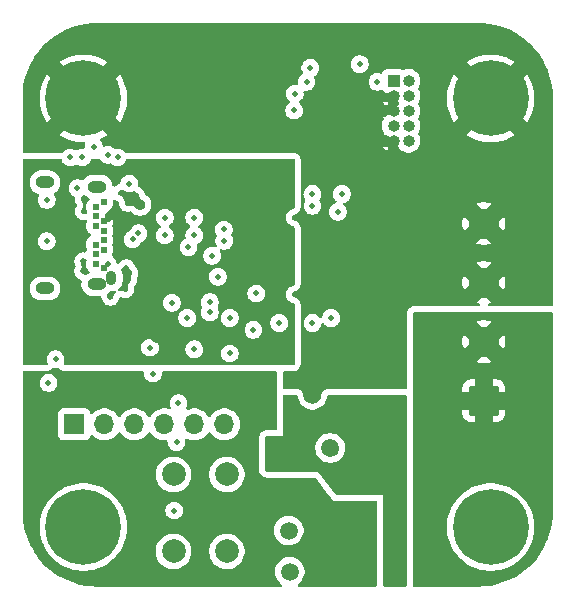
<source format=gbr>
%TF.GenerationSoftware,KiCad,Pcbnew,9.0.0*%
%TF.CreationDate,2025-08-18T10:04:00-07:00*%
%TF.ProjectId,USB_C_Simple_Trig,5553425f-435f-4536-996d-706c655f5472,rev?*%
%TF.SameCoordinates,Original*%
%TF.FileFunction,Copper,L5,Inr*%
%TF.FilePolarity,Positive*%
%FSLAX46Y46*%
G04 Gerber Fmt 4.6, Leading zero omitted, Abs format (unit mm)*
G04 Created by KiCad (PCBNEW 9.0.0) date 2025-08-18 10:04:00*
%MOMM*%
%LPD*%
G01*
G04 APERTURE LIST*
G04 Aperture macros list*
%AMRoundRect*
0 Rectangle with rounded corners*
0 $1 Rounding radius*
0 $2 $3 $4 $5 $6 $7 $8 $9 X,Y pos of 4 corners*
0 Add a 4 corners polygon primitive as box body*
4,1,4,$2,$3,$4,$5,$6,$7,$8,$9,$2,$3,0*
0 Add four circle primitives for the rounded corners*
1,1,$1+$1,$2,$3*
1,1,$1+$1,$4,$5*
1,1,$1+$1,$6,$7*
1,1,$1+$1,$8,$9*
0 Add four rect primitives between the rounded corners*
20,1,$1+$1,$2,$3,$4,$5,0*
20,1,$1+$1,$4,$5,$6,$7,0*
20,1,$1+$1,$6,$7,$8,$9,0*
20,1,$1+$1,$8,$9,$2,$3,0*%
G04 Aperture macros list end*
%TA.AperFunction,ComponentPad*%
%ADD10R,1.000000X1.000000*%
%TD*%
%TA.AperFunction,ComponentPad*%
%ADD11O,1.000000X1.000000*%
%TD*%
%TA.AperFunction,ComponentPad*%
%ADD12C,6.400000*%
%TD*%
%TA.AperFunction,ComponentPad*%
%ADD13C,2.000000*%
%TD*%
%TA.AperFunction,ComponentPad*%
%ADD14O,1.600200X1.016000*%
%TD*%
%TA.AperFunction,ComponentPad*%
%ADD15O,0.914400X1.193800*%
%TD*%
%TA.AperFunction,ComponentPad*%
%ADD16C,0.609600*%
%TD*%
%TA.AperFunction,ComponentPad*%
%ADD17RoundRect,0.250000X1.050000X-1.050000X1.050000X1.050000X-1.050000X1.050000X-1.050000X-1.050000X0*%
%TD*%
%TA.AperFunction,ComponentPad*%
%ADD18C,2.600000*%
%TD*%
%TA.AperFunction,ComponentPad*%
%ADD19R,1.700000X1.700000*%
%TD*%
%TA.AperFunction,ComponentPad*%
%ADD20O,1.700000X1.700000*%
%TD*%
%TA.AperFunction,ViaPad*%
%ADD21C,1.500000*%
%TD*%
%TA.AperFunction,ViaPad*%
%ADD22C,0.500000*%
%TD*%
%TA.AperFunction,ViaPad*%
%ADD23C,0.900000*%
%TD*%
%TA.AperFunction,ViaPad*%
%ADD24C,0.700000*%
%TD*%
G04 APERTURE END LIST*
D10*
%TO.N,+3V3*%
%TO.C,J4*%
X149375000Y-87920000D03*
D11*
%TO.N,/MCU/SWDIO*%
X150645000Y-87920000D03*
%TO.N,GND*%
X149375000Y-89190000D03*
%TO.N,/MCU/SWCLK*%
X150645000Y-89190000D03*
%TO.N,GND*%
X149375000Y-90460000D03*
%TO.N,unconnected-(J4-SWO{slash}TDO-Pad6)*%
X150645000Y-90460000D03*
%TO.N,unconnected-(J4-KEY-Pad7)*%
X149375000Y-91730000D03*
%TO.N,unconnected-(J4-NC{slash}TDI-Pad8)*%
X150645000Y-91730000D03*
%TO.N,GND*%
X149375000Y-93000000D03*
%TO.N,/MCU/NRST*%
X150645000Y-93000000D03*
%TD*%
D12*
%TO.N,GND*%
%TO.C,H4*%
X123100000Y-125700000D03*
%TD*%
D13*
%TO.N,GND*%
%TO.C,SW1*%
X135250000Y-121250000D03*
X135250000Y-127750000D03*
%TO.N,/MCU/NRST*%
X130750000Y-121250000D03*
X130750000Y-127750000D03*
%TD*%
D14*
%TO.N,N/C*%
%TO.C,J1*%
X124247400Y-96876201D03*
X119847400Y-96516199D03*
X124247400Y-105136199D03*
X119847400Y-105496201D03*
D15*
X125487400Y-104606200D03*
D16*
%TO.N,GND*%
X124837400Y-103806393D03*
%TO.N,unconnected-(J1-TX2+-PadB2)*%
X124137400Y-103406267D03*
%TO.N,unconnected-(J1-TX2--PadB3)*%
X124137400Y-102606141D03*
%TO.N,VBUS*%
X124837400Y-102206015D03*
%TO.N,/USB_C_IC/CC2*%
X124137400Y-101781389D03*
%TO.N,/USB_C_IC/data_+*%
X124837400Y-101418763D03*
%TO.N,/USB_C_IC/data_-*%
X124837400Y-100618637D03*
%TO.N,unconnected-(J1-SBU2-PadB8)*%
X124137400Y-100181011D03*
%TO.N,VBUS*%
X124837400Y-99806385D03*
%TO.N,unconnected-(J1-RX1--PadB10)*%
X124137400Y-99406259D03*
%TO.N,unconnected-(J1-RX1+-PadB11)*%
X124137400Y-98606133D03*
%TO.N,GND*%
X124837400Y-98206007D03*
%TD*%
D12*
%TO.N,GND*%
%TO.C,H3*%
X123100000Y-89400000D03*
%TD*%
D17*
%TO.N,VOUT*%
%TO.C,J2*%
X157000000Y-115000000D03*
D18*
X157000000Y-110000000D03*
%TO.N,GND*%
X157000000Y-105000000D03*
X157000000Y-100000000D03*
%TD*%
D19*
%TO.N,GND*%
%TO.C,J3*%
X122340000Y-117000000D03*
D20*
%TO.N,unconnected-(J3-Pin_2-Pad2)*%
X124880000Y-117000000D03*
%TO.N,unconnected-(J3-Pin_3-Pad3)*%
X127420000Y-117000000D03*
%TO.N,/MCU/UART_RX*%
X129960000Y-117000000D03*
%TO.N,/MCU/UART_TX*%
X132500000Y-117000000D03*
%TO.N,unconnected-(J3-Pin_6-Pad6)*%
X135040000Y-117000000D03*
%TD*%
D12*
%TO.N,GND*%
%TO.C,H1*%
X157600000Y-89400000D03*
%TD*%
%TO.N,GND*%
%TO.C,H2*%
X157600000Y-125700000D03*
%TD*%
D21*
%TO.N,VBUS*%
X134000000Y-110849000D03*
D22*
%TO.N,Net-(IC1-VOUT)*%
X135500000Y-111000000D03*
D21*
%TO.N,VBUS*%
X129500000Y-109400000D03*
%TO.N,Net-(IC1-VCC)*%
X130500000Y-113500000D03*
D22*
%TO.N,Net-(Q1-G)*%
X129000000Y-112708619D03*
D21*
%TO.N,Net-(IC1-VCC)*%
X146000000Y-125500000D03*
X143000000Y-129490674D03*
X145500000Y-129000000D03*
%TO.N,VOUT*%
X152000000Y-126000000D03*
X152000000Y-129991674D03*
X157000000Y-120500000D03*
X153500000Y-120500000D03*
X152500000Y-124000000D03*
%TO.N,Net-(Q1-D)*%
X140582114Y-129490674D03*
X145000000Y-121700000D03*
X149500000Y-125000000D03*
X141500000Y-119500000D03*
%TO.N,Net-(IC1-VCC)*%
X143800000Y-125000000D03*
X132500000Y-114500000D03*
D22*
%TO.N,/MCU/NRST*%
X120153000Y-113500000D03*
D21*
%TO.N,Net-(IC1-VCC)*%
X134912500Y-114087500D03*
D22*
%TO.N,GND*%
X126850000Y-98250000D03*
X125157898Y-103400000D03*
X150000000Y-107500000D03*
X126750000Y-97700000D03*
X126650000Y-105550000D03*
X141000000Y-99500000D03*
X123103000Y-104024270D03*
X151000000Y-105500000D03*
X127000000Y-104200000D03*
X136900000Y-93500000D03*
D21*
X144000000Y-119000000D03*
D22*
X123103000Y-103200000D03*
X126729529Y-103794375D03*
X120753000Y-111500000D03*
X137500000Y-109000000D03*
X137750000Y-105925000D03*
D23*
X127400000Y-97750000D03*
D22*
X123150000Y-97950000D03*
D21*
X142500000Y-114500000D03*
D22*
X128000000Y-92500000D03*
X125400000Y-106200000D03*
D24*
X131637500Y-87350000D03*
D23*
X127900000Y-98400000D03*
D22*
X141000000Y-106000000D03*
X126317576Y-97399866D03*
X123150000Y-98950000D03*
X149500000Y-97500000D03*
X126900000Y-104750000D03*
X135000000Y-100500000D03*
D21*
%TO.N,VBUS*%
X128500000Y-105000000D03*
X128500000Y-103850000D03*
D22*
X126946902Y-99679011D03*
%TO.N,+5V*%
X132500000Y-99500000D03*
X132500000Y-101000000D03*
X142500000Y-98500000D03*
X134500000Y-104500000D03*
X144654000Y-99000000D03*
X134000000Y-102725000D03*
%TO.N,+3V3*%
X142500000Y-97500000D03*
X142000000Y-88000000D03*
X145000000Y-97500000D03*
X148000000Y-88000000D03*
X146500000Y-86500000D03*
X141000000Y-89000000D03*
%TO.N,/MCU/STATUS_LED*%
X123000000Y-94400000D03*
X122602000Y-97000000D03*
%TO.N,Net-(IC1-LED)*%
X135500000Y-108000000D03*
X139689468Y-108423000D03*
X128750000Y-110500000D03*
X131900000Y-108000000D03*
%TO.N,Net-(IC1-VOUT)*%
X133825735Y-107522794D03*
%TO.N,/MCU/NRST*%
X142325735Y-86825735D03*
X130800000Y-124300000D03*
X140943236Y-90423265D03*
%TO.N,/MCU/I2C_SCL*%
X142500000Y-108423000D03*
X144077000Y-108000000D03*
%TO.N,Net-(Q1-G)*%
X130587500Y-106715442D03*
X131000000Y-118500000D03*
X131161000Y-115199000D03*
%TO.N,Net-(IC1-VCC)*%
X133825735Y-106674265D03*
X132500000Y-110650000D03*
%TO.N,/USB_C_IC/CC2*%
X125185202Y-94185201D03*
X126000000Y-94400000D03*
X122000000Y-94400000D03*
X130000000Y-101000000D03*
X132000000Y-102000000D03*
X135043015Y-101456985D03*
X120000000Y-98000000D03*
X124000000Y-93500000D03*
X127000000Y-96617201D03*
X130000000Y-99500000D03*
X120000000Y-101500000D03*
%TO.N,/USB_C_IC/data_-*%
X127774626Y-100833011D03*
%TO.N,/USB_C_IC/data_+*%
X127269003Y-101343698D03*
D21*
%TO.N,Net-(Q1-D)*%
X140500000Y-126000000D03*
X139500000Y-119500000D03*
%TD*%
%TA.AperFunction,Conductor*%
%TO.N,VBUS*%
G36*
X121219963Y-94519685D02*
G01*
X121265718Y-94572489D01*
X121274541Y-94599807D01*
X121278340Y-94618908D01*
X121278343Y-94618917D01*
X121334912Y-94755488D01*
X121334919Y-94755501D01*
X121417048Y-94878415D01*
X121417051Y-94878419D01*
X121521580Y-94982948D01*
X121521584Y-94982951D01*
X121644498Y-95065080D01*
X121644511Y-95065087D01*
X121781082Y-95121656D01*
X121781087Y-95121658D01*
X121781091Y-95121658D01*
X121781092Y-95121659D01*
X121926079Y-95150500D01*
X121926082Y-95150500D01*
X122073920Y-95150500D01*
X122171462Y-95131096D01*
X122218913Y-95121658D01*
X122355495Y-95065084D01*
X122431111Y-95014559D01*
X122497786Y-94993682D01*
X122565166Y-95012166D01*
X122568848Y-95014531D01*
X122644505Y-95065084D01*
X122644507Y-95065085D01*
X122644511Y-95065087D01*
X122781082Y-95121656D01*
X122781087Y-95121658D01*
X122781091Y-95121658D01*
X122781092Y-95121659D01*
X122926079Y-95150500D01*
X122926082Y-95150500D01*
X123073920Y-95150500D01*
X123171462Y-95131096D01*
X123218913Y-95121658D01*
X123355495Y-95065084D01*
X123478416Y-94982951D01*
X123582951Y-94878416D01*
X123665084Y-94755495D01*
X123721658Y-94618913D01*
X123725459Y-94599807D01*
X123757845Y-94537896D01*
X123818562Y-94503323D01*
X123847076Y-94500000D01*
X124426646Y-94500000D01*
X124493685Y-94519685D01*
X124529748Y-94555109D01*
X124602250Y-94663616D01*
X124602253Y-94663620D01*
X124706782Y-94768149D01*
X124706786Y-94768152D01*
X124829700Y-94850281D01*
X124829713Y-94850288D01*
X124966284Y-94906857D01*
X124966289Y-94906859D01*
X124966293Y-94906859D01*
X124966294Y-94906860D01*
X125111281Y-94935701D01*
X125111284Y-94935701D01*
X125259122Y-94935701D01*
X125373620Y-94912925D01*
X125443211Y-94919152D01*
X125485493Y-94946861D01*
X125521580Y-94982948D01*
X125521584Y-94982951D01*
X125644498Y-95065080D01*
X125644511Y-95065087D01*
X125781082Y-95121656D01*
X125781087Y-95121658D01*
X125781091Y-95121658D01*
X125781092Y-95121659D01*
X125926079Y-95150500D01*
X125926082Y-95150500D01*
X126073920Y-95150500D01*
X126171462Y-95131096D01*
X126218913Y-95121658D01*
X126355495Y-95065084D01*
X126478416Y-94982951D01*
X126582951Y-94878416D01*
X126665084Y-94755495D01*
X126721658Y-94618913D01*
X126725459Y-94599807D01*
X126757845Y-94537896D01*
X126818562Y-94503323D01*
X126847076Y-94500000D01*
X140876000Y-94500000D01*
X140943039Y-94519685D01*
X140988794Y-94572489D01*
X141000000Y-94624000D01*
X141000000Y-98633032D01*
X140980315Y-98700071D01*
X140927511Y-98745826D01*
X140900192Y-98754649D01*
X140781092Y-98778340D01*
X140781082Y-98778343D01*
X140644511Y-98834912D01*
X140644498Y-98834919D01*
X140521584Y-98917048D01*
X140521580Y-98917051D01*
X140417051Y-99021580D01*
X140417048Y-99021584D01*
X140334919Y-99144498D01*
X140334912Y-99144511D01*
X140278343Y-99281082D01*
X140278340Y-99281092D01*
X140249500Y-99426079D01*
X140249500Y-99426082D01*
X140249500Y-99573918D01*
X140249500Y-99573920D01*
X140249499Y-99573920D01*
X140278340Y-99718907D01*
X140278343Y-99718917D01*
X140334912Y-99855488D01*
X140334919Y-99855501D01*
X140417048Y-99978415D01*
X140417051Y-99978419D01*
X140521580Y-100082948D01*
X140521584Y-100082951D01*
X140644498Y-100165080D01*
X140644511Y-100165087D01*
X140781082Y-100221656D01*
X140781087Y-100221658D01*
X140859140Y-100237184D01*
X140900191Y-100245350D01*
X140962102Y-100277735D01*
X140996676Y-100338451D01*
X141000000Y-100366967D01*
X141000000Y-105133032D01*
X140980315Y-105200071D01*
X140927511Y-105245826D01*
X140900192Y-105254649D01*
X140781092Y-105278340D01*
X140781082Y-105278343D01*
X140644511Y-105334912D01*
X140644498Y-105334919D01*
X140521584Y-105417048D01*
X140521580Y-105417051D01*
X140417051Y-105521580D01*
X140417048Y-105521584D01*
X140334919Y-105644498D01*
X140334912Y-105644511D01*
X140278343Y-105781082D01*
X140278340Y-105781092D01*
X140249500Y-105926079D01*
X140249500Y-105926082D01*
X140249500Y-106073918D01*
X140249500Y-106073920D01*
X140249499Y-106073920D01*
X140278340Y-106218907D01*
X140278343Y-106218917D01*
X140334912Y-106355488D01*
X140334919Y-106355501D01*
X140417048Y-106478415D01*
X140417051Y-106478419D01*
X140521580Y-106582948D01*
X140521584Y-106582951D01*
X140644498Y-106665080D01*
X140644511Y-106665087D01*
X140781082Y-106721656D01*
X140781087Y-106721658D01*
X140864887Y-106738327D01*
X140900191Y-106745350D01*
X140962102Y-106777735D01*
X140996676Y-106838451D01*
X141000000Y-106866967D01*
X141000000Y-111876000D01*
X140980315Y-111943039D01*
X140927511Y-111988794D01*
X140876000Y-112000000D01*
X129275057Y-112000000D01*
X129227605Y-111990561D01*
X129218917Y-111986962D01*
X129218907Y-111986959D01*
X129073920Y-111958119D01*
X129073918Y-111958119D01*
X128926082Y-111958119D01*
X128926080Y-111958119D01*
X128781092Y-111986959D01*
X128781082Y-111986962D01*
X128772395Y-111990561D01*
X128724943Y-112000000D01*
X121543807Y-112000000D01*
X121476768Y-111980315D01*
X121431013Y-111927511D01*
X121421069Y-111858353D01*
X121429246Y-111828547D01*
X121474658Y-111718913D01*
X121485366Y-111665080D01*
X121503500Y-111573920D01*
X121503500Y-111426079D01*
X121474659Y-111281092D01*
X121474658Y-111281091D01*
X121474658Y-111281087D01*
X121474656Y-111281082D01*
X121418087Y-111144511D01*
X121418080Y-111144498D01*
X121335951Y-111021584D01*
X121335948Y-111021580D01*
X121231419Y-110917051D01*
X121231415Y-110917048D01*
X121108501Y-110834919D01*
X121108488Y-110834912D01*
X120971917Y-110778343D01*
X120971907Y-110778340D01*
X120826920Y-110749500D01*
X120826918Y-110749500D01*
X120679082Y-110749500D01*
X120679080Y-110749500D01*
X120534092Y-110778340D01*
X120534082Y-110778343D01*
X120397511Y-110834912D01*
X120397498Y-110834919D01*
X120274584Y-110917048D01*
X120274580Y-110917051D01*
X120170051Y-111021580D01*
X120170048Y-111021584D01*
X120087919Y-111144498D01*
X120087912Y-111144511D01*
X120031343Y-111281082D01*
X120031340Y-111281092D01*
X120002500Y-111426079D01*
X120002500Y-111426082D01*
X120002500Y-111573918D01*
X120002500Y-111573920D01*
X120002499Y-111573920D01*
X120031340Y-111718907D01*
X120031342Y-111718913D01*
X120076754Y-111828547D01*
X120084223Y-111898017D01*
X120052948Y-111960496D01*
X119992859Y-111996148D01*
X119962193Y-112000000D01*
X118082826Y-112000000D01*
X118015787Y-111980315D01*
X117970032Y-111927511D01*
X117958826Y-111876000D01*
X117958826Y-110573920D01*
X127999499Y-110573920D01*
X128028340Y-110718907D01*
X128028343Y-110718917D01*
X128084912Y-110855488D01*
X128084919Y-110855501D01*
X128167048Y-110978415D01*
X128167051Y-110978419D01*
X128271580Y-111082948D01*
X128271584Y-111082951D01*
X128394498Y-111165080D01*
X128394511Y-111165087D01*
X128531082Y-111221656D01*
X128531087Y-111221658D01*
X128531091Y-111221658D01*
X128531092Y-111221659D01*
X128676079Y-111250500D01*
X128676082Y-111250500D01*
X128823920Y-111250500D01*
X128921462Y-111231096D01*
X128968913Y-111221658D01*
X129105495Y-111165084D01*
X129228416Y-111082951D01*
X129332951Y-110978416D01*
X129415084Y-110855495D01*
X129469584Y-110723920D01*
X131749499Y-110723920D01*
X131778340Y-110868907D01*
X131778343Y-110868917D01*
X131834912Y-111005488D01*
X131834919Y-111005501D01*
X131917048Y-111128415D01*
X131917051Y-111128419D01*
X132021580Y-111232948D01*
X132021584Y-111232951D01*
X132144498Y-111315080D01*
X132144511Y-111315087D01*
X132242049Y-111355488D01*
X132281087Y-111371658D01*
X132281091Y-111371658D01*
X132281092Y-111371659D01*
X132426079Y-111400500D01*
X132426082Y-111400500D01*
X132573920Y-111400500D01*
X132671462Y-111381096D01*
X132718913Y-111371658D01*
X132855495Y-111315084D01*
X132978416Y-111232951D01*
X133082951Y-111128416D01*
X133119364Y-111073920D01*
X134749499Y-111073920D01*
X134778340Y-111218907D01*
X134778343Y-111218917D01*
X134834912Y-111355488D01*
X134834919Y-111355501D01*
X134917048Y-111478415D01*
X134917051Y-111478419D01*
X135021580Y-111582948D01*
X135021584Y-111582951D01*
X135144498Y-111665080D01*
X135144511Y-111665087D01*
X135274445Y-111718907D01*
X135281087Y-111721658D01*
X135281091Y-111721658D01*
X135281092Y-111721659D01*
X135426079Y-111750500D01*
X135426082Y-111750500D01*
X135573920Y-111750500D01*
X135671462Y-111731096D01*
X135718913Y-111721658D01*
X135855495Y-111665084D01*
X135978416Y-111582951D01*
X136082951Y-111478416D01*
X136165084Y-111355495D01*
X136221658Y-111218913D01*
X136236459Y-111144505D01*
X136250500Y-111073920D01*
X136250500Y-110926079D01*
X136221659Y-110781092D01*
X136221658Y-110781091D01*
X136221658Y-110781087D01*
X136197978Y-110723918D01*
X136165087Y-110644511D01*
X136165080Y-110644498D01*
X136082951Y-110521584D01*
X136082948Y-110521580D01*
X135978419Y-110417051D01*
X135978415Y-110417048D01*
X135855501Y-110334919D01*
X135855488Y-110334912D01*
X135718917Y-110278343D01*
X135718907Y-110278340D01*
X135573920Y-110249500D01*
X135573918Y-110249500D01*
X135426082Y-110249500D01*
X135426080Y-110249500D01*
X135281092Y-110278340D01*
X135281082Y-110278343D01*
X135144511Y-110334912D01*
X135144498Y-110334919D01*
X135021584Y-110417048D01*
X135021580Y-110417051D01*
X134917051Y-110521580D01*
X134917048Y-110521584D01*
X134834919Y-110644498D01*
X134834912Y-110644511D01*
X134778343Y-110781082D01*
X134778340Y-110781092D01*
X134749500Y-110926079D01*
X134749500Y-110926082D01*
X134749500Y-111073918D01*
X134749500Y-111073920D01*
X134749499Y-111073920D01*
X133119364Y-111073920D01*
X133165084Y-111005495D01*
X133221658Y-110868913D01*
X133239675Y-110778340D01*
X133250500Y-110723920D01*
X133250500Y-110576079D01*
X133221659Y-110431092D01*
X133221658Y-110431091D01*
X133221658Y-110431087D01*
X133181821Y-110334912D01*
X133165087Y-110294511D01*
X133165080Y-110294498D01*
X133082951Y-110171584D01*
X133082948Y-110171580D01*
X132978419Y-110067051D01*
X132978415Y-110067048D01*
X132855501Y-109984919D01*
X132855488Y-109984912D01*
X132718917Y-109928343D01*
X132718907Y-109928340D01*
X132573920Y-109899500D01*
X132573918Y-109899500D01*
X132426082Y-109899500D01*
X132426080Y-109899500D01*
X132281092Y-109928340D01*
X132281082Y-109928343D01*
X132144511Y-109984912D01*
X132144498Y-109984919D01*
X132021584Y-110067048D01*
X132021580Y-110067051D01*
X131917051Y-110171580D01*
X131917048Y-110171584D01*
X131834919Y-110294498D01*
X131834912Y-110294511D01*
X131778343Y-110431082D01*
X131778340Y-110431092D01*
X131749500Y-110576079D01*
X131749500Y-110576082D01*
X131749500Y-110723918D01*
X131749500Y-110723920D01*
X131749499Y-110723920D01*
X129469584Y-110723920D01*
X129471658Y-110718913D01*
X129486459Y-110644505D01*
X129500500Y-110573920D01*
X129500500Y-110426079D01*
X129471659Y-110281092D01*
X129471658Y-110281091D01*
X129471658Y-110281087D01*
X129458574Y-110249500D01*
X129415087Y-110144511D01*
X129415080Y-110144498D01*
X129332951Y-110021584D01*
X129332948Y-110021580D01*
X129228419Y-109917051D01*
X129228415Y-109917048D01*
X129105501Y-109834919D01*
X129105488Y-109834912D01*
X128968917Y-109778343D01*
X128968907Y-109778340D01*
X128823920Y-109749500D01*
X128823918Y-109749500D01*
X128676082Y-109749500D01*
X128676080Y-109749500D01*
X128531092Y-109778340D01*
X128531082Y-109778343D01*
X128394511Y-109834912D01*
X128394498Y-109834919D01*
X128271584Y-109917048D01*
X128271580Y-109917051D01*
X128167051Y-110021580D01*
X128167048Y-110021584D01*
X128084919Y-110144498D01*
X128084912Y-110144511D01*
X128028343Y-110281082D01*
X128028340Y-110281092D01*
X127999500Y-110426079D01*
X127999500Y-110426082D01*
X127999500Y-110573918D01*
X127999500Y-110573920D01*
X127999499Y-110573920D01*
X117958826Y-110573920D01*
X117958826Y-109073920D01*
X136749499Y-109073920D01*
X136778340Y-109218907D01*
X136778343Y-109218917D01*
X136834912Y-109355488D01*
X136834919Y-109355501D01*
X136917048Y-109478415D01*
X136917051Y-109478419D01*
X137021580Y-109582948D01*
X137021584Y-109582951D01*
X137144498Y-109665080D01*
X137144511Y-109665087D01*
X137281082Y-109721656D01*
X137281087Y-109721658D01*
X137281091Y-109721658D01*
X137281092Y-109721659D01*
X137426079Y-109750500D01*
X137426082Y-109750500D01*
X137573920Y-109750500D01*
X137671462Y-109731096D01*
X137718913Y-109721658D01*
X137855495Y-109665084D01*
X137978416Y-109582951D01*
X138082951Y-109478416D01*
X138165084Y-109355495D01*
X138221658Y-109218913D01*
X138231096Y-109171462D01*
X138250500Y-109073920D01*
X138250500Y-108926079D01*
X138221659Y-108781092D01*
X138221658Y-108781091D01*
X138221658Y-108781087D01*
X138220584Y-108778495D01*
X138165087Y-108644511D01*
X138165080Y-108644498D01*
X138082951Y-108521584D01*
X138082948Y-108521580D01*
X138058288Y-108496920D01*
X138938967Y-108496920D01*
X138967808Y-108641907D01*
X138967811Y-108641917D01*
X139024380Y-108778488D01*
X139024387Y-108778501D01*
X139106516Y-108901415D01*
X139106519Y-108901419D01*
X139211048Y-109005948D01*
X139211052Y-109005951D01*
X139333966Y-109088080D01*
X139333979Y-109088087D01*
X139470550Y-109144656D01*
X139470555Y-109144658D01*
X139470559Y-109144658D01*
X139470560Y-109144659D01*
X139615547Y-109173500D01*
X139615550Y-109173500D01*
X139763388Y-109173500D01*
X139860930Y-109154096D01*
X139908381Y-109144658D01*
X140044963Y-109088084D01*
X140167884Y-109005951D01*
X140272419Y-108901416D01*
X140354552Y-108778495D01*
X140411126Y-108641913D01*
X140435062Y-108521584D01*
X140439968Y-108496920D01*
X140439968Y-108349079D01*
X140411127Y-108204092D01*
X140411126Y-108204091D01*
X140411126Y-108204087D01*
X140404410Y-108187874D01*
X140354555Y-108067511D01*
X140354548Y-108067498D01*
X140272419Y-107944584D01*
X140272416Y-107944580D01*
X140167887Y-107840051D01*
X140167883Y-107840048D01*
X140044969Y-107757919D01*
X140044956Y-107757912D01*
X139908385Y-107701343D01*
X139908375Y-107701340D01*
X139763388Y-107672500D01*
X139763386Y-107672500D01*
X139615550Y-107672500D01*
X139615548Y-107672500D01*
X139470560Y-107701340D01*
X139470550Y-107701343D01*
X139333979Y-107757912D01*
X139333966Y-107757919D01*
X139211052Y-107840048D01*
X139211048Y-107840051D01*
X139106519Y-107944580D01*
X139106516Y-107944584D01*
X139024387Y-108067498D01*
X139024380Y-108067511D01*
X138967811Y-108204082D01*
X138967808Y-108204092D01*
X138938968Y-108349079D01*
X138938968Y-108349082D01*
X138938968Y-108496918D01*
X138938968Y-108496920D01*
X138938967Y-108496920D01*
X138058288Y-108496920D01*
X137978419Y-108417051D01*
X137978415Y-108417048D01*
X137855501Y-108334919D01*
X137855488Y-108334912D01*
X137718917Y-108278343D01*
X137718907Y-108278340D01*
X137573920Y-108249500D01*
X137573918Y-108249500D01*
X137426082Y-108249500D01*
X137426080Y-108249500D01*
X137281092Y-108278340D01*
X137281082Y-108278343D01*
X137144511Y-108334912D01*
X137144498Y-108334919D01*
X137021584Y-108417048D01*
X137021580Y-108417051D01*
X136917051Y-108521580D01*
X136917048Y-108521584D01*
X136834919Y-108644498D01*
X136834912Y-108644511D01*
X136778343Y-108781082D01*
X136778340Y-108781092D01*
X136749500Y-108926079D01*
X136749500Y-108926082D01*
X136749500Y-109073918D01*
X136749500Y-109073920D01*
X136749499Y-109073920D01*
X117958826Y-109073920D01*
X117958826Y-108073920D01*
X131149499Y-108073920D01*
X131178340Y-108218907D01*
X131178343Y-108218917D01*
X131234912Y-108355488D01*
X131234919Y-108355501D01*
X131317048Y-108478415D01*
X131317051Y-108478419D01*
X131421580Y-108582948D01*
X131421584Y-108582951D01*
X131544498Y-108665080D01*
X131544511Y-108665087D01*
X131681082Y-108721656D01*
X131681087Y-108721658D01*
X131681091Y-108721658D01*
X131681092Y-108721659D01*
X131826079Y-108750500D01*
X131826082Y-108750500D01*
X131973920Y-108750500D01*
X132071462Y-108731096D01*
X132118913Y-108721658D01*
X132255495Y-108665084D01*
X132378416Y-108582951D01*
X132482951Y-108478416D01*
X132565084Y-108355495D01*
X132621658Y-108218913D01*
X132650500Y-108073918D01*
X132650500Y-107926082D01*
X132650500Y-107926079D01*
X132621659Y-107781092D01*
X132621658Y-107781091D01*
X132621658Y-107781087D01*
X132605348Y-107741711D01*
X132565087Y-107644511D01*
X132565080Y-107644498D01*
X132482951Y-107521584D01*
X132482948Y-107521580D01*
X132378419Y-107417051D01*
X132378415Y-107417048D01*
X132255501Y-107334919D01*
X132255488Y-107334912D01*
X132118917Y-107278343D01*
X132118907Y-107278340D01*
X131973920Y-107249500D01*
X131973918Y-107249500D01*
X131826082Y-107249500D01*
X131826080Y-107249500D01*
X131681092Y-107278340D01*
X131681082Y-107278343D01*
X131544511Y-107334912D01*
X131544498Y-107334919D01*
X131421584Y-107417048D01*
X131421580Y-107417051D01*
X131317051Y-107521580D01*
X131317048Y-107521584D01*
X131234919Y-107644498D01*
X131234912Y-107644511D01*
X131178343Y-107781082D01*
X131178340Y-107781092D01*
X131149500Y-107926079D01*
X131149500Y-107926082D01*
X131149500Y-108073918D01*
X131149500Y-108073920D01*
X131149499Y-108073920D01*
X117958826Y-108073920D01*
X117958826Y-105396867D01*
X118546800Y-105396867D01*
X118546800Y-105595534D01*
X118585554Y-105790362D01*
X118585556Y-105790370D01*
X118661577Y-105973902D01*
X118661582Y-105973911D01*
X118771946Y-106139081D01*
X118771949Y-106139085D01*
X118912415Y-106279551D01*
X118912419Y-106279554D01*
X119077589Y-106389918D01*
X119077598Y-106389923D01*
X119119174Y-106407144D01*
X119261131Y-106465945D01*
X119414913Y-106496534D01*
X119455966Y-106504700D01*
X119455970Y-106504701D01*
X119455971Y-106504701D01*
X120238830Y-106504701D01*
X120238831Y-106504700D01*
X120433669Y-106465945D01*
X120617204Y-106389922D01*
X120782381Y-106279554D01*
X120922853Y-106139082D01*
X121033221Y-105973905D01*
X121109244Y-105790370D01*
X121148000Y-105595530D01*
X121148000Y-105396872D01*
X121109244Y-105202032D01*
X121033221Y-105018497D01*
X121033220Y-105018496D01*
X121033217Y-105018490D01*
X120922853Y-104853320D01*
X120922850Y-104853316D01*
X120782384Y-104712850D01*
X120782380Y-104712847D01*
X120617210Y-104602483D01*
X120617201Y-104602478D01*
X120433669Y-104526457D01*
X120433661Y-104526455D01*
X120238833Y-104487701D01*
X120238829Y-104487701D01*
X119455971Y-104487701D01*
X119455966Y-104487701D01*
X119261138Y-104526455D01*
X119261130Y-104526457D01*
X119077598Y-104602478D01*
X119077589Y-104602483D01*
X118912419Y-104712847D01*
X118912415Y-104712850D01*
X118771949Y-104853316D01*
X118771946Y-104853320D01*
X118661582Y-105018490D01*
X118661577Y-105018499D01*
X118585556Y-105202031D01*
X118585554Y-105202039D01*
X118546800Y-105396867D01*
X117958826Y-105396867D01*
X117958826Y-101573920D01*
X119249499Y-101573920D01*
X119278340Y-101718907D01*
X119278343Y-101718917D01*
X119334912Y-101855488D01*
X119334919Y-101855501D01*
X119417048Y-101978415D01*
X119417051Y-101978419D01*
X119521580Y-102082948D01*
X119521584Y-102082951D01*
X119644498Y-102165080D01*
X119644511Y-102165087D01*
X119777939Y-102220354D01*
X119781087Y-102221658D01*
X119781091Y-102221658D01*
X119781092Y-102221659D01*
X119926079Y-102250500D01*
X119926082Y-102250500D01*
X120073920Y-102250500D01*
X120171462Y-102231096D01*
X120218913Y-102221658D01*
X120355495Y-102165084D01*
X120478416Y-102082951D01*
X120582951Y-101978416D01*
X120665084Y-101855495D01*
X120721658Y-101718913D01*
X120736459Y-101644505D01*
X120750500Y-101573920D01*
X120750500Y-101426079D01*
X120721659Y-101281092D01*
X120721658Y-101281091D01*
X120721658Y-101281087D01*
X120718856Y-101274322D01*
X120665087Y-101144511D01*
X120665080Y-101144498D01*
X120582951Y-101021584D01*
X120582948Y-101021580D01*
X120478419Y-100917051D01*
X120478415Y-100917048D01*
X120355501Y-100834919D01*
X120355488Y-100834912D01*
X120218917Y-100778343D01*
X120218907Y-100778340D01*
X120073920Y-100749500D01*
X120073918Y-100749500D01*
X119926082Y-100749500D01*
X119926080Y-100749500D01*
X119781092Y-100778340D01*
X119781082Y-100778343D01*
X119644511Y-100834912D01*
X119644498Y-100834919D01*
X119521584Y-100917048D01*
X119521580Y-100917051D01*
X119417051Y-101021580D01*
X119417048Y-101021584D01*
X119334919Y-101144498D01*
X119334912Y-101144511D01*
X119278343Y-101281082D01*
X119278340Y-101281092D01*
X119249500Y-101426079D01*
X119249500Y-101426082D01*
X119249500Y-101573918D01*
X119249500Y-101573920D01*
X119249499Y-101573920D01*
X117958826Y-101573920D01*
X117958826Y-96416865D01*
X118546800Y-96416865D01*
X118546800Y-96615532D01*
X118585554Y-96810360D01*
X118585556Y-96810368D01*
X118661577Y-96993900D01*
X118661582Y-96993909D01*
X118771946Y-97159079D01*
X118771949Y-97159083D01*
X118912415Y-97299549D01*
X118912419Y-97299552D01*
X119077589Y-97409916D01*
X119077602Y-97409923D01*
X119124272Y-97429254D01*
X119261131Y-97485943D01*
X119261132Y-97485943D01*
X119265608Y-97487797D01*
X119320012Y-97531638D01*
X119342077Y-97597932D01*
X119332718Y-97649810D01*
X119278340Y-97781091D01*
X119278340Y-97781092D01*
X119249500Y-97926079D01*
X119249500Y-97926082D01*
X119249500Y-98073918D01*
X119249500Y-98073920D01*
X119249499Y-98073920D01*
X119278340Y-98218907D01*
X119278343Y-98218917D01*
X119334912Y-98355488D01*
X119334919Y-98355501D01*
X119417048Y-98478415D01*
X119417051Y-98478419D01*
X119521580Y-98582948D01*
X119521584Y-98582951D01*
X119644498Y-98665080D01*
X119644511Y-98665087D01*
X119781082Y-98721656D01*
X119781087Y-98721658D01*
X119781091Y-98721658D01*
X119781092Y-98721659D01*
X119926079Y-98750500D01*
X119926082Y-98750500D01*
X120073920Y-98750500D01*
X120184944Y-98728415D01*
X120218913Y-98721658D01*
X120355495Y-98665084D01*
X120478416Y-98582951D01*
X120582951Y-98478416D01*
X120665084Y-98355495D01*
X120721658Y-98218913D01*
X120738548Y-98134005D01*
X120750500Y-98073920D01*
X120750500Y-97926079D01*
X120721659Y-97781092D01*
X120721658Y-97781091D01*
X120721658Y-97781087D01*
X120706541Y-97744591D01*
X120665087Y-97644511D01*
X120665080Y-97644498D01*
X120610832Y-97563311D01*
X120589954Y-97496634D01*
X120608438Y-97429254D01*
X120645044Y-97391318D01*
X120782056Y-97299769D01*
X120782381Y-97299552D01*
X120922853Y-97159080D01*
X120979755Y-97073920D01*
X121851499Y-97073920D01*
X121880340Y-97218907D01*
X121880343Y-97218917D01*
X121936912Y-97355488D01*
X121936919Y-97355501D01*
X122019048Y-97478415D01*
X122019051Y-97478419D01*
X122123580Y-97582948D01*
X122123584Y-97582951D01*
X122246498Y-97665080D01*
X122246511Y-97665087D01*
X122332610Y-97700750D01*
X122387014Y-97744591D01*
X122409079Y-97810885D01*
X122406776Y-97839501D01*
X122399500Y-97876082D01*
X122399500Y-98023918D01*
X122399500Y-98023920D01*
X122399499Y-98023920D01*
X122428340Y-98168907D01*
X122428343Y-98168917D01*
X122484912Y-98305488D01*
X122484919Y-98305501D01*
X122535439Y-98381109D01*
X122556317Y-98447787D01*
X122537832Y-98515167D01*
X122535439Y-98518891D01*
X122484919Y-98594498D01*
X122484912Y-98594511D01*
X122428343Y-98731082D01*
X122428340Y-98731092D01*
X122399500Y-98876079D01*
X122399500Y-98876082D01*
X122399500Y-99023918D01*
X122399500Y-99023920D01*
X122399499Y-99023920D01*
X122428340Y-99168907D01*
X122428343Y-99168917D01*
X122484912Y-99305488D01*
X122484919Y-99305501D01*
X122567048Y-99428415D01*
X122567051Y-99428419D01*
X122671580Y-99532948D01*
X122671584Y-99532951D01*
X122794498Y-99615080D01*
X122794511Y-99615087D01*
X122917246Y-99665925D01*
X122931087Y-99671658D01*
X122931091Y-99671658D01*
X122931092Y-99671659D01*
X123076079Y-99700500D01*
X123076082Y-99700500D01*
X123223918Y-99700500D01*
X123258880Y-99693545D01*
X123328469Y-99699771D01*
X123383648Y-99742633D01*
X123406894Y-99808522D01*
X123397634Y-99862612D01*
X123363047Y-99946114D01*
X123363046Y-99946118D01*
X123363045Y-99946121D01*
X123363044Y-99946121D01*
X123332100Y-100101691D01*
X123332100Y-100260330D01*
X123363044Y-100415900D01*
X123363047Y-100415909D01*
X123423748Y-100562457D01*
X123423755Y-100562470D01*
X123511881Y-100694359D01*
X123511884Y-100694363D01*
X123624047Y-100806526D01*
X123624051Y-100806529D01*
X123731160Y-100878098D01*
X123775965Y-100931711D01*
X123784672Y-101001036D01*
X123754517Y-101064063D01*
X123731160Y-101084302D01*
X123624051Y-101155870D01*
X123624047Y-101155873D01*
X123511884Y-101268036D01*
X123511881Y-101268040D01*
X123423755Y-101399929D01*
X123423748Y-101399942D01*
X123363047Y-101546490D01*
X123363044Y-101546499D01*
X123332100Y-101702069D01*
X123332100Y-101860708D01*
X123363044Y-102016278D01*
X123363047Y-102016287D01*
X123416905Y-102146312D01*
X123420155Y-102176540D01*
X123425694Y-102206445D01*
X123424063Y-102212894D01*
X123424374Y-102215781D01*
X123417125Y-102240683D01*
X123416996Y-102240996D01*
X123363047Y-102371244D01*
X123362375Y-102374618D01*
X123358811Y-102383339D01*
X123340482Y-102406300D01*
X123324377Y-102430867D01*
X123318938Y-102433291D01*
X123315223Y-102437946D01*
X123287392Y-102447353D01*
X123260561Y-102459313D01*
X123252733Y-102459067D01*
X123249032Y-102460319D01*
X123242787Y-102458756D01*
X123219838Y-102458037D01*
X123176920Y-102449500D01*
X123176918Y-102449500D01*
X123029082Y-102449500D01*
X123029080Y-102449500D01*
X122884092Y-102478340D01*
X122884082Y-102478343D01*
X122747511Y-102534912D01*
X122747498Y-102534919D01*
X122624584Y-102617048D01*
X122624580Y-102617051D01*
X122520051Y-102721580D01*
X122520048Y-102721584D01*
X122437919Y-102844498D01*
X122437912Y-102844511D01*
X122381343Y-102981082D01*
X122381340Y-102981092D01*
X122352500Y-103126079D01*
X122352500Y-103126082D01*
X122352500Y-103273918D01*
X122352500Y-103273920D01*
X122352499Y-103273920D01*
X122381340Y-103418907D01*
X122381342Y-103418913D01*
X122440247Y-103561122D01*
X122438638Y-103561788D01*
X122451186Y-103622108D01*
X122439256Y-103662737D01*
X122440247Y-103663148D01*
X122381342Y-103805356D01*
X122381340Y-103805362D01*
X122352500Y-103950349D01*
X122352500Y-103950352D01*
X122352500Y-104098188D01*
X122352500Y-104098190D01*
X122352499Y-104098190D01*
X122381340Y-104243177D01*
X122381343Y-104243187D01*
X122437912Y-104379758D01*
X122437919Y-104379771D01*
X122520048Y-104502685D01*
X122520051Y-104502689D01*
X122624580Y-104607218D01*
X122624584Y-104607221D01*
X122747498Y-104689350D01*
X122747511Y-104689357D01*
X122884082Y-104745926D01*
X122884087Y-104745928D01*
X122884091Y-104745928D01*
X122889919Y-104747697D01*
X122889105Y-104750377D01*
X122940371Y-104777191D01*
X122974948Y-104837905D01*
X122975891Y-104890618D01*
X122950455Y-105018499D01*
X122946800Y-105036872D01*
X122946800Y-105235532D01*
X122985554Y-105430360D01*
X122985556Y-105430368D01*
X123061577Y-105613900D01*
X123061582Y-105613909D01*
X123171946Y-105779079D01*
X123171949Y-105779083D01*
X123312415Y-105919549D01*
X123312419Y-105919552D01*
X123477589Y-106029916D01*
X123477595Y-106029919D01*
X123477596Y-106029920D01*
X123661131Y-106105943D01*
X123845298Y-106142576D01*
X123855966Y-106144698D01*
X123855970Y-106144699D01*
X124525500Y-106144699D01*
X124592539Y-106164384D01*
X124638294Y-106217188D01*
X124649500Y-106268699D01*
X124649500Y-106273918D01*
X124649500Y-106273920D01*
X124649499Y-106273920D01*
X124678340Y-106418907D01*
X124678343Y-106418917D01*
X124734912Y-106555488D01*
X124734919Y-106555501D01*
X124817048Y-106678415D01*
X124817051Y-106678419D01*
X124921580Y-106782948D01*
X124921584Y-106782951D01*
X125044498Y-106865080D01*
X125044511Y-106865087D01*
X125181082Y-106921656D01*
X125181087Y-106921658D01*
X125181091Y-106921658D01*
X125181092Y-106921659D01*
X125326079Y-106950500D01*
X125326082Y-106950500D01*
X125473920Y-106950500D01*
X125571462Y-106931096D01*
X125618913Y-106921658D01*
X125755495Y-106865084D01*
X125868821Y-106789362D01*
X129836999Y-106789362D01*
X129865840Y-106934349D01*
X129865843Y-106934359D01*
X129922412Y-107070930D01*
X129922419Y-107070943D01*
X130004548Y-107193857D01*
X130004551Y-107193861D01*
X130109080Y-107298390D01*
X130109084Y-107298393D01*
X130231998Y-107380522D01*
X130232011Y-107380529D01*
X130320184Y-107417051D01*
X130368587Y-107437100D01*
X130368591Y-107437100D01*
X130368592Y-107437101D01*
X130513579Y-107465942D01*
X130513582Y-107465942D01*
X130661420Y-107465942D01*
X130758962Y-107446538D01*
X130806413Y-107437100D01*
X130942995Y-107380526D01*
X131065916Y-107298393D01*
X131170451Y-107193858D01*
X131252584Y-107070937D01*
X131309158Y-106934355D01*
X131338000Y-106789360D01*
X131338000Y-106748185D01*
X133075234Y-106748185D01*
X133104075Y-106893172D01*
X133104078Y-106893182D01*
X133160647Y-107029753D01*
X133163524Y-107035135D01*
X133162466Y-107035700D01*
X133181447Y-107096312D01*
X133163457Y-107161894D01*
X133163521Y-107161929D01*
X133163370Y-107162210D01*
X133162964Y-107163693D01*
X133160669Y-107167264D01*
X133160649Y-107167300D01*
X133104078Y-107303876D01*
X133104075Y-107303886D01*
X133075235Y-107448873D01*
X133075235Y-107448876D01*
X133075235Y-107596712D01*
X133075235Y-107596714D01*
X133075234Y-107596714D01*
X133104075Y-107741701D01*
X133104078Y-107741711D01*
X133160647Y-107878282D01*
X133160654Y-107878295D01*
X133242783Y-108001209D01*
X133242786Y-108001213D01*
X133347315Y-108105742D01*
X133347319Y-108105745D01*
X133470233Y-108187874D01*
X133470246Y-108187881D01*
X133606817Y-108244450D01*
X133606822Y-108244452D01*
X133606826Y-108244452D01*
X133606827Y-108244453D01*
X133751814Y-108273294D01*
X133751817Y-108273294D01*
X133899655Y-108273294D01*
X133997197Y-108253890D01*
X134044648Y-108244452D01*
X134181230Y-108187878D01*
X134304151Y-108105745D01*
X134335976Y-108073920D01*
X134749499Y-108073920D01*
X134778340Y-108218907D01*
X134778343Y-108218917D01*
X134834912Y-108355488D01*
X134834919Y-108355501D01*
X134917048Y-108478415D01*
X134917051Y-108478419D01*
X135021580Y-108582948D01*
X135021584Y-108582951D01*
X135144498Y-108665080D01*
X135144511Y-108665087D01*
X135281082Y-108721656D01*
X135281087Y-108721658D01*
X135281091Y-108721658D01*
X135281092Y-108721659D01*
X135426079Y-108750500D01*
X135426082Y-108750500D01*
X135573920Y-108750500D01*
X135671462Y-108731096D01*
X135718913Y-108721658D01*
X135855495Y-108665084D01*
X135978416Y-108582951D01*
X136082951Y-108478416D01*
X136165084Y-108355495D01*
X136221658Y-108218913D01*
X136250500Y-108073918D01*
X136250500Y-107926082D01*
X136250500Y-107926079D01*
X136221659Y-107781092D01*
X136221658Y-107781091D01*
X136221658Y-107781087D01*
X136205348Y-107741711D01*
X136165087Y-107644511D01*
X136165080Y-107644498D01*
X136082951Y-107521584D01*
X136082948Y-107521580D01*
X135978419Y-107417051D01*
X135978415Y-107417048D01*
X135855501Y-107334919D01*
X135855488Y-107334912D01*
X135718917Y-107278343D01*
X135718907Y-107278340D01*
X135573920Y-107249500D01*
X135573918Y-107249500D01*
X135426082Y-107249500D01*
X135426080Y-107249500D01*
X135281092Y-107278340D01*
X135281082Y-107278343D01*
X135144511Y-107334912D01*
X135144498Y-107334919D01*
X135021584Y-107417048D01*
X135021580Y-107417051D01*
X134917051Y-107521580D01*
X134917048Y-107521584D01*
X134834919Y-107644498D01*
X134834914Y-107644508D01*
X134803485Y-107720381D01*
X134803480Y-107720397D01*
X134778342Y-107781087D01*
X134760183Y-107872375D01*
X134760177Y-107872397D01*
X134749500Y-107926077D01*
X134749500Y-107926082D01*
X134749500Y-108073918D01*
X134749500Y-108073920D01*
X134749499Y-108073920D01*
X134335976Y-108073920D01*
X134408686Y-108001210D01*
X134490819Y-107878289D01*
X134547393Y-107741707D01*
X134576235Y-107596712D01*
X134576235Y-107448876D01*
X134576235Y-107448873D01*
X134547394Y-107303886D01*
X134547393Y-107303885D01*
X134547393Y-107303881D01*
X134536815Y-107278343D01*
X134490821Y-107167303D01*
X134487950Y-107161932D01*
X134489006Y-107161367D01*
X134470021Y-107100751D01*
X134488010Y-107035159D01*
X134487950Y-107035127D01*
X134488091Y-107034861D01*
X134488501Y-107033370D01*
X134490811Y-107029775D01*
X134490821Y-107029755D01*
X134547391Y-106893182D01*
X134547393Y-106893178D01*
X134576235Y-106748183D01*
X134576235Y-106600347D01*
X134576235Y-106600344D01*
X134547394Y-106455357D01*
X134547393Y-106455356D01*
X134547393Y-106455352D01*
X134525882Y-106403419D01*
X134490822Y-106318776D01*
X134490815Y-106318763D01*
X134408686Y-106195849D01*
X134408683Y-106195845D01*
X134304154Y-106091316D01*
X134304150Y-106091313D01*
X134181236Y-106009184D01*
X134181223Y-106009177D01*
X134156460Y-105998920D01*
X136999499Y-105998920D01*
X137028340Y-106143907D01*
X137028343Y-106143917D01*
X137084912Y-106280488D01*
X137084919Y-106280501D01*
X137167048Y-106403415D01*
X137167051Y-106403419D01*
X137271580Y-106507948D01*
X137271584Y-106507951D01*
X137394498Y-106590080D01*
X137394511Y-106590087D01*
X137462979Y-106618447D01*
X137531087Y-106646658D01*
X137531091Y-106646658D01*
X137531092Y-106646659D01*
X137676079Y-106675500D01*
X137676082Y-106675500D01*
X137823920Y-106675500D01*
X137921462Y-106656096D01*
X137968913Y-106646658D01*
X138105495Y-106590084D01*
X138228416Y-106507951D01*
X138332951Y-106403416D01*
X138415084Y-106280495D01*
X138417808Y-106273920D01*
X138440592Y-106218913D01*
X138471658Y-106143913D01*
X138490268Y-106050358D01*
X138500500Y-105998920D01*
X138500500Y-105851079D01*
X138471659Y-105706092D01*
X138471658Y-105706091D01*
X138471658Y-105706087D01*
X138471656Y-105706082D01*
X138415087Y-105569511D01*
X138415080Y-105569498D01*
X138332951Y-105446584D01*
X138332948Y-105446580D01*
X138228419Y-105342051D01*
X138228415Y-105342048D01*
X138105501Y-105259919D01*
X138105488Y-105259912D01*
X137968917Y-105203343D01*
X137968907Y-105203340D01*
X137823920Y-105174500D01*
X137823918Y-105174500D01*
X137676082Y-105174500D01*
X137676080Y-105174500D01*
X137531092Y-105203340D01*
X137531082Y-105203343D01*
X137394511Y-105259912D01*
X137394498Y-105259919D01*
X137271584Y-105342048D01*
X137271580Y-105342051D01*
X137167051Y-105446580D01*
X137167048Y-105446584D01*
X137084919Y-105569498D01*
X137084912Y-105569511D01*
X137028343Y-105706082D01*
X137028340Y-105706092D01*
X136999500Y-105851079D01*
X136999500Y-105851082D01*
X136999500Y-105998918D01*
X136999500Y-105998920D01*
X136999499Y-105998920D01*
X134156460Y-105998920D01*
X134061413Y-105959551D01*
X134044652Y-105952608D01*
X134044642Y-105952605D01*
X133899655Y-105923765D01*
X133899653Y-105923765D01*
X133751817Y-105923765D01*
X133751815Y-105923765D01*
X133606827Y-105952605D01*
X133606817Y-105952608D01*
X133470246Y-106009177D01*
X133470233Y-106009184D01*
X133347319Y-106091313D01*
X133347315Y-106091316D01*
X133242786Y-106195845D01*
X133242783Y-106195849D01*
X133160654Y-106318763D01*
X133160647Y-106318776D01*
X133104078Y-106455347D01*
X133104075Y-106455357D01*
X133075235Y-106600344D01*
X133075235Y-106600347D01*
X133075235Y-106748183D01*
X133075235Y-106748185D01*
X133075234Y-106748185D01*
X131338000Y-106748185D01*
X131338000Y-106641524D01*
X131338000Y-106641521D01*
X131333410Y-106618447D01*
X131309159Y-106496534D01*
X131309158Y-106496533D01*
X131309158Y-106496529D01*
X131277010Y-106418917D01*
X131252587Y-106359953D01*
X131252580Y-106359940D01*
X131170451Y-106237026D01*
X131170448Y-106237022D01*
X131065919Y-106132493D01*
X131065915Y-106132490D01*
X130943001Y-106050361D01*
X130942988Y-106050354D01*
X130806417Y-105993785D01*
X130806407Y-105993782D01*
X130661420Y-105964942D01*
X130661418Y-105964942D01*
X130513582Y-105964942D01*
X130513580Y-105964942D01*
X130368592Y-105993782D01*
X130368582Y-105993785D01*
X130232011Y-106050354D01*
X130231998Y-106050361D01*
X130109084Y-106132490D01*
X130109080Y-106132493D01*
X130004551Y-106237022D01*
X130004548Y-106237026D01*
X129922419Y-106359940D01*
X129922412Y-106359953D01*
X129865843Y-106496524D01*
X129865840Y-106496534D01*
X129837000Y-106641521D01*
X129837000Y-106641524D01*
X129837000Y-106789360D01*
X129837000Y-106789362D01*
X129836999Y-106789362D01*
X125868821Y-106789362D01*
X125878416Y-106782951D01*
X125982951Y-106678416D01*
X126035117Y-106600344D01*
X126057704Y-106566541D01*
X126065080Y-106555501D01*
X126065080Y-106555500D01*
X126065084Y-106555495D01*
X126121658Y-106418913D01*
X126142797Y-106312644D01*
X126175182Y-106250733D01*
X126235898Y-106216159D01*
X126305667Y-106219899D01*
X126311848Y-106222268D01*
X126431087Y-106271658D01*
X126431091Y-106271658D01*
X126431092Y-106271659D01*
X126576079Y-106300500D01*
X126576082Y-106300500D01*
X126723920Y-106300500D01*
X126857551Y-106273918D01*
X126868913Y-106271658D01*
X126996251Y-106218913D01*
X127005488Y-106215087D01*
X127005488Y-106215086D01*
X127005495Y-106215084D01*
X127128416Y-106132951D01*
X127232951Y-106028416D01*
X127315084Y-105905495D01*
X127371658Y-105768913D01*
X127396405Y-105644505D01*
X127400500Y-105623920D01*
X127400500Y-105476080D01*
X127391405Y-105430360D01*
X127386019Y-105403283D01*
X127392246Y-105333693D01*
X127419952Y-105291414D01*
X127482951Y-105228416D01*
X127565084Y-105105495D01*
X127621658Y-104968913D01*
X127644220Y-104855488D01*
X127650500Y-104823920D01*
X127650500Y-104676082D01*
X127645382Y-104650354D01*
X127651563Y-104580880D01*
X127654293Y-104573920D01*
X133749499Y-104573920D01*
X133778340Y-104718907D01*
X133778343Y-104718917D01*
X133834912Y-104855488D01*
X133834919Y-104855501D01*
X133917048Y-104978415D01*
X133917051Y-104978419D01*
X134021580Y-105082948D01*
X134021584Y-105082951D01*
X134144498Y-105165080D01*
X134144511Y-105165087D01*
X134281082Y-105221656D01*
X134281087Y-105221658D01*
X134281091Y-105221658D01*
X134281092Y-105221659D01*
X134426079Y-105250500D01*
X134426082Y-105250500D01*
X134573920Y-105250500D01*
X134684949Y-105228414D01*
X134718913Y-105221658D01*
X134855495Y-105165084D01*
X134978416Y-105082951D01*
X135082951Y-104978416D01*
X135165084Y-104855495D01*
X135221658Y-104718913D01*
X135235295Y-104650356D01*
X135250500Y-104573920D01*
X135250500Y-104426079D01*
X135221659Y-104281092D01*
X135221658Y-104281091D01*
X135221658Y-104281087D01*
X135218689Y-104273918D01*
X135165087Y-104144511D01*
X135165080Y-104144498D01*
X135082951Y-104021584D01*
X135082948Y-104021580D01*
X134978419Y-103917051D01*
X134978415Y-103917048D01*
X134855501Y-103834919D01*
X134855488Y-103834912D01*
X134718917Y-103778343D01*
X134718907Y-103778340D01*
X134573920Y-103749500D01*
X134573918Y-103749500D01*
X134426082Y-103749500D01*
X134426080Y-103749500D01*
X134281092Y-103778340D01*
X134281082Y-103778343D01*
X134144511Y-103834912D01*
X134144498Y-103834919D01*
X134021584Y-103917048D01*
X134021580Y-103917051D01*
X133917051Y-104021580D01*
X133917048Y-104021584D01*
X133834919Y-104144498D01*
X133834912Y-104144511D01*
X133778343Y-104281082D01*
X133778340Y-104281092D01*
X133749500Y-104426079D01*
X133749500Y-104426082D01*
X133749500Y-104573918D01*
X133749500Y-104573920D01*
X133749499Y-104573920D01*
X127654293Y-104573920D01*
X127656455Y-104568408D01*
X127665084Y-104555495D01*
X127721658Y-104418913D01*
X127750500Y-104273918D01*
X127750500Y-104126082D01*
X127750500Y-104126079D01*
X127721659Y-103981092D01*
X127721658Y-103981091D01*
X127721658Y-103981087D01*
X127708926Y-103950349D01*
X127665087Y-103844511D01*
X127665080Y-103844498D01*
X127582952Y-103721585D01*
X127582951Y-103721584D01*
X127478777Y-103617410D01*
X127451900Y-103577184D01*
X127394616Y-103438886D01*
X127394609Y-103438873D01*
X127312480Y-103315959D01*
X127312477Y-103315955D01*
X127207948Y-103211426D01*
X127207944Y-103211423D01*
X127085030Y-103129294D01*
X127085017Y-103129287D01*
X126948446Y-103072718D01*
X126948436Y-103072715D01*
X126803449Y-103043875D01*
X126803447Y-103043875D01*
X126655611Y-103043875D01*
X126655609Y-103043875D01*
X126510621Y-103072715D01*
X126510611Y-103072718D01*
X126374040Y-103129287D01*
X126374027Y-103129294D01*
X126251113Y-103211423D01*
X126251109Y-103211426D01*
X126146580Y-103315955D01*
X126146576Y-103315960D01*
X126127799Y-103344061D01*
X126074185Y-103388864D01*
X126004860Y-103397570D01*
X125941834Y-103367413D01*
X125905116Y-103307969D01*
X125903082Y-103299358D01*
X125898022Y-103273920D01*
X125879556Y-103181087D01*
X125858103Y-103129294D01*
X125822985Y-103044511D01*
X125822978Y-103044498D01*
X125740849Y-102921584D01*
X125740846Y-102921580D01*
X125636317Y-102817051D01*
X125636313Y-102817048D01*
X125609183Y-102798920D01*
X133249499Y-102798920D01*
X133278340Y-102943907D01*
X133278343Y-102943917D01*
X133334912Y-103080488D01*
X133334919Y-103080501D01*
X133417048Y-103203415D01*
X133417051Y-103203419D01*
X133521580Y-103307948D01*
X133521584Y-103307951D01*
X133644498Y-103390080D01*
X133644511Y-103390087D01*
X133781082Y-103446656D01*
X133781087Y-103446658D01*
X133781091Y-103446658D01*
X133781092Y-103446659D01*
X133926079Y-103475500D01*
X133926082Y-103475500D01*
X134073920Y-103475500D01*
X134171462Y-103456096D01*
X134218913Y-103446658D01*
X134355495Y-103390084D01*
X134478416Y-103307951D01*
X134582951Y-103203416D01*
X134665084Y-103080495D01*
X134721658Y-102943913D01*
X134741432Y-102844505D01*
X134750500Y-102798920D01*
X134750500Y-102651079D01*
X134721659Y-102506092D01*
X134721658Y-102506091D01*
X134721658Y-102506087D01*
X134710165Y-102478340D01*
X134665087Y-102369511D01*
X134665081Y-102369500D01*
X134654999Y-102354411D01*
X134634122Y-102287734D01*
X134652607Y-102220354D01*
X134704586Y-102173664D01*
X134773556Y-102162488D01*
X134805556Y-102170961D01*
X134824096Y-102178641D01*
X134824099Y-102178641D01*
X134824102Y-102178643D01*
X134824106Y-102178643D01*
X134824107Y-102178644D01*
X134969094Y-102207485D01*
X134969097Y-102207485D01*
X135116935Y-102207485D01*
X135214477Y-102188081D01*
X135261928Y-102178643D01*
X135398510Y-102122069D01*
X135521431Y-102039936D01*
X135625966Y-101935401D01*
X135708099Y-101812480D01*
X135764673Y-101675898D01*
X135783162Y-101582951D01*
X135793515Y-101530905D01*
X135793515Y-101383064D01*
X135764674Y-101238077D01*
X135764673Y-101238076D01*
X135764673Y-101238072D01*
X135742220Y-101183866D01*
X135708102Y-101101496D01*
X135708095Y-101101483D01*
X135650439Y-101015195D01*
X135629561Y-100948517D01*
X135648045Y-100881137D01*
X135650440Y-100877412D01*
X135665079Y-100855503D01*
X135665080Y-100855500D01*
X135665084Y-100855495D01*
X135721658Y-100718913D01*
X135736459Y-100644505D01*
X135750500Y-100573920D01*
X135750500Y-100426079D01*
X135721659Y-100281092D01*
X135721658Y-100281091D01*
X135721658Y-100281087D01*
X135712637Y-100259308D01*
X135665087Y-100144511D01*
X135665080Y-100144498D01*
X135582951Y-100021584D01*
X135582948Y-100021580D01*
X135478419Y-99917051D01*
X135478415Y-99917048D01*
X135355501Y-99834919D01*
X135355488Y-99834912D01*
X135218917Y-99778343D01*
X135218907Y-99778340D01*
X135073920Y-99749500D01*
X135073918Y-99749500D01*
X134926082Y-99749500D01*
X134926080Y-99749500D01*
X134781092Y-99778340D01*
X134781082Y-99778343D01*
X134644511Y-99834912D01*
X134644498Y-99834919D01*
X134521584Y-99917048D01*
X134521580Y-99917051D01*
X134417051Y-100021580D01*
X134417048Y-100021584D01*
X134334919Y-100144498D01*
X134334912Y-100144511D01*
X134278343Y-100281082D01*
X134278340Y-100281092D01*
X134249500Y-100426079D01*
X134249500Y-100426082D01*
X134249500Y-100573918D01*
X134249500Y-100573920D01*
X134249499Y-100573920D01*
X134278340Y-100718907D01*
X134278343Y-100718917D01*
X134334912Y-100855488D01*
X134334919Y-100855501D01*
X134392575Y-100941789D01*
X134413453Y-101008467D01*
X134394968Y-101075847D01*
X134392578Y-101079566D01*
X134377937Y-101101479D01*
X134377929Y-101101493D01*
X134321357Y-101238071D01*
X134321355Y-101238077D01*
X134292515Y-101383064D01*
X134292515Y-101383067D01*
X134292515Y-101530903D01*
X134292515Y-101530905D01*
X134292514Y-101530905D01*
X134321355Y-101675892D01*
X134321358Y-101675902D01*
X134377927Y-101812473D01*
X134377936Y-101812489D01*
X134388015Y-101827574D01*
X134408892Y-101894252D01*
X134390406Y-101961632D01*
X134338427Y-102008321D01*
X134269457Y-102019496D01*
X134237460Y-102011024D01*
X134218917Y-102003343D01*
X134218907Y-102003340D01*
X134073920Y-101974500D01*
X134073918Y-101974500D01*
X133926082Y-101974500D01*
X133926080Y-101974500D01*
X133781092Y-102003340D01*
X133781082Y-102003343D01*
X133644511Y-102059912D01*
X133644498Y-102059919D01*
X133521584Y-102142048D01*
X133521580Y-102142051D01*
X133417051Y-102246580D01*
X133417048Y-102246584D01*
X133334919Y-102369498D01*
X133334912Y-102369511D01*
X133278343Y-102506082D01*
X133278340Y-102506092D01*
X133249500Y-102651079D01*
X133249500Y-102651082D01*
X133249500Y-102798918D01*
X133249500Y-102798920D01*
X133249499Y-102798920D01*
X125609183Y-102798920D01*
X125573999Y-102775411D01*
X125529194Y-102721799D01*
X125520487Y-102652474D01*
X125539790Y-102603415D01*
X125550601Y-102587235D01*
X125550605Y-102587228D01*
X125611271Y-102440766D01*
X125611273Y-102440758D01*
X125642199Y-102285285D01*
X125642200Y-102285283D01*
X125642200Y-102126746D01*
X125642199Y-102126744D01*
X125611273Y-101971271D01*
X125611271Y-101971263D01*
X125565390Y-101860496D01*
X125557921Y-101791027D01*
X125565390Y-101765591D01*
X125583587Y-101721659D01*
X125611753Y-101653660D01*
X125613576Y-101644498D01*
X125638025Y-101521580D01*
X125642700Y-101498078D01*
X125642700Y-101417618D01*
X126518502Y-101417618D01*
X126547343Y-101562605D01*
X126547346Y-101562615D01*
X126603915Y-101699186D01*
X126603922Y-101699199D01*
X126686051Y-101822113D01*
X126686054Y-101822117D01*
X126790583Y-101926646D01*
X126790587Y-101926649D01*
X126913501Y-102008778D01*
X126913514Y-102008785D01*
X127036964Y-102059919D01*
X127050090Y-102065356D01*
X127050094Y-102065356D01*
X127050095Y-102065357D01*
X127195082Y-102094198D01*
X127195085Y-102094198D01*
X127342923Y-102094198D01*
X127444863Y-102073920D01*
X131249499Y-102073920D01*
X131278340Y-102218907D01*
X131278343Y-102218917D01*
X131334912Y-102355488D01*
X131334919Y-102355501D01*
X131417048Y-102478415D01*
X131417051Y-102478419D01*
X131521580Y-102582948D01*
X131521584Y-102582951D01*
X131644498Y-102665080D01*
X131644511Y-102665087D01*
X131780899Y-102721580D01*
X131781087Y-102721658D01*
X131781091Y-102721658D01*
X131781092Y-102721659D01*
X131926079Y-102750500D01*
X131926082Y-102750500D01*
X132073920Y-102750500D01*
X132171462Y-102731096D01*
X132218913Y-102721658D01*
X132355495Y-102665084D01*
X132478416Y-102582951D01*
X132478419Y-102582948D01*
X132504059Y-102557309D01*
X132582948Y-102478419D01*
X132582951Y-102478416D01*
X132665084Y-102355495D01*
X132721658Y-102218913D01*
X132732366Y-102165080D01*
X132750500Y-102073920D01*
X132750500Y-101926080D01*
X132736459Y-101855495D01*
X132730381Y-101824940D01*
X132736608Y-101755350D01*
X132779470Y-101700172D01*
X132804546Y-101686188D01*
X132855488Y-101665087D01*
X132855488Y-101665086D01*
X132855495Y-101665084D01*
X132978416Y-101582951D01*
X133082951Y-101478416D01*
X133165084Y-101355495D01*
X133221658Y-101218913D01*
X133236459Y-101144505D01*
X133250500Y-101073920D01*
X133250500Y-100926079D01*
X133221659Y-100781092D01*
X133221658Y-100781091D01*
X133221658Y-100781087D01*
X133213233Y-100760747D01*
X133165087Y-100644511D01*
X133165080Y-100644498D01*
X133082951Y-100521584D01*
X133082948Y-100521580D01*
X132978419Y-100417051D01*
X132978415Y-100417048D01*
X132882713Y-100353102D01*
X132837908Y-100299490D01*
X132829201Y-100230165D01*
X132859355Y-100167138D01*
X132882713Y-100146898D01*
X132950362Y-100101696D01*
X132978416Y-100082951D01*
X133082951Y-99978416D01*
X133165084Y-99855495D01*
X133221658Y-99718913D01*
X133242311Y-99615087D01*
X133250500Y-99573920D01*
X133250500Y-99426079D01*
X133221659Y-99281092D01*
X133221658Y-99281091D01*
X133221658Y-99281087D01*
X133210585Y-99254354D01*
X133165087Y-99144511D01*
X133165080Y-99144498D01*
X133082951Y-99021584D01*
X133082948Y-99021580D01*
X132978419Y-98917051D01*
X132978415Y-98917048D01*
X132855501Y-98834919D01*
X132855488Y-98834912D01*
X132718917Y-98778343D01*
X132718907Y-98778340D01*
X132573920Y-98749500D01*
X132573918Y-98749500D01*
X132426082Y-98749500D01*
X132426080Y-98749500D01*
X132281092Y-98778340D01*
X132281082Y-98778343D01*
X132144511Y-98834912D01*
X132144498Y-98834919D01*
X132021584Y-98917048D01*
X132021580Y-98917051D01*
X131917051Y-99021580D01*
X131917048Y-99021584D01*
X131834919Y-99144498D01*
X131834912Y-99144511D01*
X131778343Y-99281082D01*
X131778340Y-99281092D01*
X131749500Y-99426079D01*
X131749500Y-99426082D01*
X131749500Y-99573918D01*
X131749500Y-99573920D01*
X131749499Y-99573920D01*
X131778340Y-99718907D01*
X131778343Y-99718917D01*
X131834912Y-99855488D01*
X131834919Y-99855501D01*
X131917048Y-99978415D01*
X131917051Y-99978419D01*
X132021580Y-100082948D01*
X132021584Y-100082951D01*
X132117286Y-100146898D01*
X132162091Y-100200511D01*
X132170798Y-100269836D01*
X132140643Y-100332863D01*
X132117286Y-100353102D01*
X132021584Y-100417048D01*
X132021580Y-100417051D01*
X131917051Y-100521580D01*
X131917048Y-100521584D01*
X131834919Y-100644498D01*
X131834912Y-100644511D01*
X131778343Y-100781082D01*
X131778340Y-100781092D01*
X131749500Y-100926079D01*
X131749500Y-100926082D01*
X131749500Y-101073918D01*
X131749500Y-101073920D01*
X131749499Y-101073920D01*
X131769618Y-101175058D01*
X131763391Y-101244650D01*
X131720528Y-101299827D01*
X131695456Y-101313810D01*
X131644510Y-101334913D01*
X131644498Y-101334919D01*
X131521584Y-101417048D01*
X131521580Y-101417051D01*
X131417051Y-101521580D01*
X131417048Y-101521584D01*
X131334919Y-101644498D01*
X131334912Y-101644511D01*
X131278343Y-101781082D01*
X131278340Y-101781092D01*
X131249500Y-101926079D01*
X131249500Y-101926080D01*
X131249500Y-101926082D01*
X131249500Y-102073918D01*
X131249500Y-102073920D01*
X131249499Y-102073920D01*
X127444863Y-102073920D01*
X127444873Y-102073918D01*
X127487916Y-102065356D01*
X127606401Y-102016278D01*
X127624491Y-102008785D01*
X127624491Y-102008784D01*
X127624498Y-102008782D01*
X127747419Y-101926649D01*
X127779816Y-101894252D01*
X127841760Y-101832309D01*
X127851951Y-101822117D01*
X127851954Y-101822114D01*
X127934087Y-101699193D01*
X127934088Y-101699190D01*
X127934090Y-101699187D01*
X127974380Y-101601916D01*
X128018220Y-101547512D01*
X128041477Y-101534812D01*
X128130121Y-101498095D01*
X128253042Y-101415962D01*
X128357577Y-101311427D01*
X128439710Y-101188506D01*
X128496284Y-101051924D01*
X128505765Y-101004262D01*
X128525126Y-100906931D01*
X128525126Y-100759090D01*
X128496285Y-100614103D01*
X128496284Y-100614102D01*
X128496284Y-100614098D01*
X128496282Y-100614093D01*
X128439713Y-100477522D01*
X128439706Y-100477509D01*
X128357577Y-100354595D01*
X128357574Y-100354591D01*
X128253045Y-100250062D01*
X128253041Y-100250059D01*
X128130127Y-100167930D01*
X128130114Y-100167923D01*
X127993543Y-100111354D01*
X127993533Y-100111351D01*
X127848546Y-100082511D01*
X127848544Y-100082511D01*
X127700708Y-100082511D01*
X127700706Y-100082511D01*
X127555718Y-100111351D01*
X127555708Y-100111354D01*
X127419137Y-100167923D01*
X127419124Y-100167930D01*
X127296210Y-100250059D01*
X127296206Y-100250062D01*
X127191677Y-100354591D01*
X127191674Y-100354595D01*
X127109545Y-100477509D01*
X127109540Y-100477519D01*
X127069248Y-100574793D01*
X127025407Y-100629196D01*
X127002140Y-100641901D01*
X126913511Y-100678612D01*
X126913501Y-100678617D01*
X126790587Y-100760746D01*
X126790583Y-100760749D01*
X126686054Y-100865278D01*
X126686051Y-100865282D01*
X126603922Y-100988196D01*
X126603915Y-100988209D01*
X126547346Y-101124780D01*
X126547343Y-101124790D01*
X126518503Y-101269777D01*
X126518503Y-101269780D01*
X126518503Y-101417616D01*
X126518503Y-101417618D01*
X126518502Y-101417618D01*
X125642700Y-101417618D01*
X125642700Y-101339448D01*
X125641798Y-101334913D01*
X125632443Y-101287879D01*
X125611755Y-101183873D01*
X125611752Y-101183864D01*
X125562995Y-101066152D01*
X125555526Y-100996683D01*
X125562995Y-100971248D01*
X125589636Y-100906929D01*
X125611753Y-100853534D01*
X125615457Y-100834916D01*
X125642699Y-100697956D01*
X125642700Y-100697953D01*
X125642700Y-100539321D01*
X125642699Y-100539317D01*
X125611755Y-100383747D01*
X125611752Y-100383738D01*
X125591529Y-100334916D01*
X125560212Y-100259308D01*
X125552743Y-100189839D01*
X125560212Y-100164403D01*
X125611271Y-100041136D01*
X125611273Y-100041128D01*
X125642199Y-99885655D01*
X125642200Y-99885653D01*
X125642200Y-99727116D01*
X125642199Y-99727114D01*
X125611726Y-99573920D01*
X129249499Y-99573920D01*
X129278340Y-99718907D01*
X129278343Y-99718917D01*
X129334912Y-99855488D01*
X129334919Y-99855501D01*
X129417048Y-99978415D01*
X129417051Y-99978419D01*
X129521580Y-100082948D01*
X129521584Y-100082951D01*
X129617286Y-100146898D01*
X129662091Y-100200511D01*
X129670798Y-100269836D01*
X129640643Y-100332863D01*
X129617286Y-100353102D01*
X129521584Y-100417048D01*
X129521580Y-100417051D01*
X129417051Y-100521580D01*
X129417048Y-100521584D01*
X129334919Y-100644498D01*
X129334912Y-100644511D01*
X129278343Y-100781082D01*
X129278340Y-100781092D01*
X129249500Y-100926079D01*
X129249500Y-100926082D01*
X129249500Y-101073918D01*
X129249500Y-101073920D01*
X129249499Y-101073920D01*
X129278340Y-101218907D01*
X129278343Y-101218917D01*
X129334912Y-101355488D01*
X129334919Y-101355501D01*
X129417048Y-101478415D01*
X129417051Y-101478419D01*
X129521580Y-101582948D01*
X129521584Y-101582951D01*
X129644498Y-101665080D01*
X129644511Y-101665087D01*
X129781082Y-101721656D01*
X129781087Y-101721658D01*
X129781091Y-101721658D01*
X129781092Y-101721659D01*
X129926079Y-101750500D01*
X129926082Y-101750500D01*
X130073920Y-101750500D01*
X130171462Y-101731096D01*
X130218913Y-101721658D01*
X130355495Y-101665084D01*
X130478416Y-101582951D01*
X130582951Y-101478416D01*
X130665084Y-101355495D01*
X130721658Y-101218913D01*
X130736459Y-101144505D01*
X130750500Y-101073920D01*
X130750500Y-100926079D01*
X130721659Y-100781092D01*
X130721658Y-100781091D01*
X130721658Y-100781087D01*
X130713233Y-100760747D01*
X130665087Y-100644511D01*
X130665080Y-100644498D01*
X130582951Y-100521584D01*
X130582948Y-100521580D01*
X130478419Y-100417051D01*
X130478415Y-100417048D01*
X130382713Y-100353102D01*
X130337908Y-100299490D01*
X130329201Y-100230165D01*
X130359355Y-100167138D01*
X130382713Y-100146898D01*
X130450362Y-100101696D01*
X130478416Y-100082951D01*
X130582951Y-99978416D01*
X130665084Y-99855495D01*
X130721658Y-99718913D01*
X130742311Y-99615087D01*
X130750500Y-99573920D01*
X130750500Y-99426079D01*
X130721659Y-99281092D01*
X130721658Y-99281091D01*
X130721658Y-99281087D01*
X130710585Y-99254354D01*
X130665087Y-99144511D01*
X130665080Y-99144498D01*
X130582951Y-99021584D01*
X130582948Y-99021580D01*
X130478419Y-98917051D01*
X130478415Y-98917048D01*
X130355501Y-98834919D01*
X130355488Y-98834912D01*
X130218917Y-98778343D01*
X130218907Y-98778340D01*
X130073920Y-98749500D01*
X130073918Y-98749500D01*
X129926082Y-98749500D01*
X129926080Y-98749500D01*
X129781092Y-98778340D01*
X129781082Y-98778343D01*
X129644511Y-98834912D01*
X129644498Y-98834919D01*
X129521584Y-98917048D01*
X129521580Y-98917051D01*
X129417051Y-99021580D01*
X129417048Y-99021584D01*
X129334919Y-99144498D01*
X129334912Y-99144511D01*
X129278343Y-99281082D01*
X129278340Y-99281092D01*
X129249500Y-99426079D01*
X129249500Y-99426082D01*
X129249500Y-99573918D01*
X129249500Y-99573920D01*
X129249499Y-99573920D01*
X125611726Y-99573920D01*
X125611273Y-99571641D01*
X125611271Y-99571633D01*
X125579618Y-99495217D01*
X125242787Y-99832048D01*
X125232023Y-99837925D01*
X125224175Y-99847350D01*
X125201930Y-99854357D01*
X125181464Y-99865533D01*
X125167595Y-99865173D01*
X125157534Y-99868343D01*
X125136466Y-99864366D01*
X125122507Y-99864005D01*
X125114911Y-99861935D01*
X125072297Y-99844284D01*
X125040600Y-99837979D01*
X125040600Y-99765966D01*
X125009665Y-99691281D01*
X124952504Y-99634120D01*
X124916147Y-99619061D01*
X124916939Y-99615087D01*
X124942699Y-99485578D01*
X124942700Y-99485575D01*
X124942700Y-99321393D01*
X124962385Y-99254354D01*
X124979019Y-99233712D01*
X125148566Y-99064165D01*
X125147213Y-99057361D01*
X125153440Y-98987770D01*
X125196303Y-98932592D01*
X125213684Y-98922901D01*
X125213483Y-98922525D01*
X125218846Y-98919657D01*
X125218853Y-98919655D01*
X125350749Y-98831525D01*
X125462918Y-98719356D01*
X125551048Y-98587460D01*
X125611753Y-98440904D01*
X125642700Y-98285322D01*
X125642700Y-98126692D01*
X125641915Y-98122748D01*
X125637781Y-98101963D01*
X125644008Y-98032371D01*
X125686870Y-97977193D01*
X125752759Y-97953948D01*
X125820757Y-97970015D01*
X125838064Y-97981918D01*
X125839158Y-97982816D01*
X125962074Y-98064946D01*
X125962087Y-98064953D01*
X126022952Y-98090164D01*
X126077356Y-98134005D01*
X126099421Y-98200299D01*
X126099500Y-98204725D01*
X126099500Y-98323918D01*
X126099500Y-98323920D01*
X126099499Y-98323920D01*
X126128340Y-98468907D01*
X126128343Y-98468917D01*
X126184912Y-98605488D01*
X126184919Y-98605501D01*
X126267048Y-98728415D01*
X126267051Y-98728419D01*
X126371580Y-98832948D01*
X126371584Y-98832951D01*
X126494498Y-98915080D01*
X126494511Y-98915087D01*
X126576337Y-98948980D01*
X126631087Y-98971658D01*
X126631091Y-98971658D01*
X126631092Y-98971659D01*
X126776079Y-99000500D01*
X126776082Y-99000500D01*
X126923919Y-99000500D01*
X126987914Y-98987770D01*
X127052729Y-98974877D01*
X127122320Y-98981104D01*
X127164602Y-99008813D01*
X127294088Y-99138299D01*
X127294092Y-99138302D01*
X127449762Y-99242318D01*
X127449768Y-99242321D01*
X127449769Y-99242322D01*
X127622749Y-99313973D01*
X127806379Y-99350499D01*
X127806383Y-99350500D01*
X127806384Y-99350500D01*
X127993617Y-99350500D01*
X127993618Y-99350499D01*
X128177251Y-99313973D01*
X128350231Y-99242322D01*
X128505908Y-99138302D01*
X128638302Y-99005908D01*
X128742322Y-98850231D01*
X128813973Y-98677251D01*
X128850500Y-98493616D01*
X128850500Y-98306384D01*
X128813973Y-98122749D01*
X128742322Y-97949769D01*
X128742321Y-97949768D01*
X128742318Y-97949762D01*
X128638302Y-97794092D01*
X128638299Y-97794088D01*
X128505911Y-97661700D01*
X128505903Y-97661694D01*
X128370605Y-97571291D01*
X128325799Y-97517679D01*
X128317878Y-97492386D01*
X128313973Y-97472749D01*
X128242322Y-97299769D01*
X128242321Y-97299768D01*
X128242318Y-97299762D01*
X128138302Y-97144092D01*
X128138299Y-97144088D01*
X128005911Y-97011700D01*
X128005907Y-97011697D01*
X127850237Y-96907681D01*
X127850224Y-96907674D01*
X127812312Y-96891971D01*
X127757908Y-96848130D01*
X127735843Y-96781836D01*
X127738146Y-96753222D01*
X127750500Y-96691119D01*
X127750500Y-96543283D01*
X127750500Y-96543280D01*
X127721659Y-96398293D01*
X127721658Y-96398292D01*
X127721658Y-96398288D01*
X127702912Y-96353031D01*
X127665087Y-96261712D01*
X127665080Y-96261699D01*
X127582951Y-96138785D01*
X127582948Y-96138781D01*
X127478419Y-96034252D01*
X127478415Y-96034249D01*
X127355501Y-95952120D01*
X127355488Y-95952113D01*
X127218917Y-95895544D01*
X127218907Y-95895541D01*
X127073920Y-95866701D01*
X127073918Y-95866701D01*
X126926082Y-95866701D01*
X126926080Y-95866701D01*
X126781092Y-95895541D01*
X126781082Y-95895544D01*
X126644511Y-95952113D01*
X126644498Y-95952120D01*
X126521584Y-96034249D01*
X126521580Y-96034252D01*
X126417051Y-96138781D01*
X126417048Y-96138785D01*
X126334919Y-96261699D01*
X126334912Y-96261712D01*
X126278343Y-96398283D01*
X126278340Y-96398293D01*
X126249500Y-96543280D01*
X126249500Y-96546440D01*
X126249031Y-96548034D01*
X126248903Y-96549343D01*
X126248654Y-96549318D01*
X126229815Y-96613479D01*
X126177011Y-96659234D01*
X126149692Y-96668057D01*
X126098668Y-96678206D01*
X126098658Y-96678209D01*
X125962087Y-96734778D01*
X125962074Y-96734785D01*
X125839163Y-96816912D01*
X125839161Y-96816913D01*
X125824827Y-96831247D01*
X125814294Y-96836997D01*
X125806654Y-96846251D01*
X125784197Y-96853429D01*
X125763502Y-96864729D01*
X125749868Y-96864404D01*
X125740102Y-96867526D01*
X125705057Y-96863336D01*
X125661779Y-96851740D01*
X125631804Y-96843708D01*
X125572146Y-96807345D01*
X125542282Y-96748125D01*
X125528375Y-96678209D01*
X125509244Y-96582032D01*
X125433221Y-96398497D01*
X125433220Y-96398496D01*
X125433217Y-96398490D01*
X125322853Y-96233320D01*
X125322850Y-96233316D01*
X125182384Y-96092850D01*
X125182380Y-96092847D01*
X125017210Y-95982483D01*
X125017201Y-95982478D01*
X124833669Y-95906457D01*
X124833661Y-95906455D01*
X124638833Y-95867701D01*
X124638829Y-95867701D01*
X123855971Y-95867701D01*
X123855966Y-95867701D01*
X123661138Y-95906455D01*
X123661130Y-95906457D01*
X123477598Y-95982478D01*
X123477589Y-95982483D01*
X123312419Y-96092847D01*
X123312415Y-96092850D01*
X123171946Y-96233319D01*
X123127714Y-96299519D01*
X123074102Y-96344324D01*
X123004777Y-96353031D01*
X122963420Y-96336759D01*
X122962870Y-96337789D01*
X122957488Y-96334912D01*
X122820917Y-96278343D01*
X122820907Y-96278340D01*
X122675920Y-96249500D01*
X122675918Y-96249500D01*
X122528082Y-96249500D01*
X122528080Y-96249500D01*
X122383092Y-96278340D01*
X122383082Y-96278343D01*
X122246511Y-96334912D01*
X122246498Y-96334919D01*
X122123584Y-96417048D01*
X122123580Y-96417051D01*
X122019051Y-96521580D01*
X122019048Y-96521584D01*
X121936919Y-96644498D01*
X121936912Y-96644511D01*
X121880343Y-96781082D01*
X121880340Y-96781092D01*
X121851500Y-96926079D01*
X121851500Y-96926082D01*
X121851500Y-97073918D01*
X121851500Y-97073920D01*
X121851499Y-97073920D01*
X120979755Y-97073920D01*
X121033221Y-96993903D01*
X121066042Y-96914666D01*
X121083493Y-96872537D01*
X121083493Y-96872535D01*
X121086584Y-96865074D01*
X121109244Y-96810368D01*
X121148000Y-96615528D01*
X121148000Y-96416870D01*
X121109244Y-96222030D01*
X121033221Y-96038495D01*
X121033220Y-96038494D01*
X121033217Y-96038488D01*
X120922853Y-95873318D01*
X120922850Y-95873314D01*
X120782384Y-95732848D01*
X120782380Y-95732845D01*
X120617210Y-95622481D01*
X120617201Y-95622476D01*
X120433669Y-95546455D01*
X120433661Y-95546453D01*
X120238833Y-95507699D01*
X120238829Y-95507699D01*
X119455971Y-95507699D01*
X119455966Y-95507699D01*
X119261138Y-95546453D01*
X119261130Y-95546455D01*
X119077598Y-95622476D01*
X119077589Y-95622481D01*
X118912419Y-95732845D01*
X118912415Y-95732848D01*
X118771949Y-95873314D01*
X118771946Y-95873318D01*
X118661582Y-96038488D01*
X118661577Y-96038497D01*
X118585556Y-96222029D01*
X118585554Y-96222037D01*
X118546800Y-96416865D01*
X117958826Y-96416865D01*
X117958826Y-94624000D01*
X117978511Y-94556961D01*
X118031315Y-94511206D01*
X118082826Y-94500000D01*
X121152924Y-94500000D01*
X121219963Y-94519685D01*
G37*
%TD.AperFunction*%
%TD*%
%TA.AperFunction,Conductor*%
%TO.N,Net-(IC1-VCC)*%
G36*
X120542904Y-112230125D02*
G01*
X120564749Y-112227777D01*
X120566859Y-112228177D01*
X120652484Y-112245209D01*
X120679081Y-112250500D01*
X120679082Y-112250500D01*
X120826920Y-112250500D01*
X120939689Y-112228068D01*
X121009280Y-112234295D01*
X121057594Y-112268482D01*
X121094737Y-112311347D01*
X121203471Y-112405567D01*
X121203474Y-112405568D01*
X121203475Y-112405569D01*
X121258912Y-112430887D01*
X121334348Y-112465338D01*
X121401387Y-112485023D01*
X121401391Y-112485024D01*
X121543807Y-112505500D01*
X128125500Y-112505500D01*
X128192539Y-112525185D01*
X128238294Y-112577989D01*
X128249500Y-112629500D01*
X128249500Y-112634701D01*
X128249500Y-112782537D01*
X128249500Y-112782539D01*
X128249499Y-112782539D01*
X128278340Y-112927526D01*
X128278343Y-112927536D01*
X128334912Y-113064107D01*
X128334919Y-113064120D01*
X128417048Y-113187034D01*
X128417051Y-113187038D01*
X128521580Y-113291567D01*
X128521584Y-113291570D01*
X128644498Y-113373699D01*
X128644511Y-113373706D01*
X128770952Y-113426079D01*
X128781087Y-113430277D01*
X128781091Y-113430277D01*
X128781092Y-113430278D01*
X128926079Y-113459119D01*
X128926082Y-113459119D01*
X129073920Y-113459119D01*
X129171462Y-113439715D01*
X129218913Y-113430277D01*
X129355495Y-113373703D01*
X129478416Y-113291570D01*
X129582951Y-113187035D01*
X129665084Y-113064114D01*
X129721658Y-112927532D01*
X129731096Y-112880081D01*
X129750500Y-112782539D01*
X129750500Y-112629500D01*
X129770185Y-112562461D01*
X129822989Y-112516706D01*
X129874500Y-112505500D01*
X139376000Y-112505500D01*
X139443039Y-112525185D01*
X139488794Y-112577989D01*
X139500000Y-112629500D01*
X139500000Y-114576877D01*
X139498738Y-114594523D01*
X139494500Y-114623998D01*
X139494500Y-117370500D01*
X139474815Y-117437539D01*
X139422011Y-117483294D01*
X139370500Y-117494500D01*
X138624000Y-117494500D01*
X138623991Y-117494500D01*
X138623990Y-117494501D01*
X138516549Y-117506052D01*
X138516537Y-117506054D01*
X138465027Y-117517260D01*
X138362502Y-117551383D01*
X138362496Y-117551386D01*
X138241462Y-117629171D01*
X138241451Y-117629179D01*
X138188659Y-117674923D01*
X138094433Y-117783664D01*
X138094430Y-117783668D01*
X138034664Y-117914534D01*
X138022053Y-117957483D01*
X138014977Y-117981580D01*
X138014976Y-117981584D01*
X137994500Y-118124000D01*
X137994500Y-118941361D01*
X137994500Y-120876000D01*
X137994501Y-120876009D01*
X138006052Y-120983450D01*
X138006054Y-120983462D01*
X138017260Y-121034972D01*
X138051383Y-121137497D01*
X138051386Y-121137503D01*
X138129171Y-121258537D01*
X138129179Y-121258548D01*
X138174923Y-121311340D01*
X138174926Y-121311343D01*
X138174930Y-121311347D01*
X138283664Y-121405567D01*
X138414541Y-121465338D01*
X138481580Y-121485023D01*
X138481584Y-121485024D01*
X138624000Y-121505500D01*
X142685250Y-121505500D01*
X142752289Y-121525185D01*
X142784450Y-121555100D01*
X143661234Y-122724146D01*
X144058404Y-123253705D01*
X144058408Y-123253710D01*
X144118510Y-123320527D01*
X144118513Y-123320530D01*
X144118516Y-123320533D01*
X144150677Y-123350448D01*
X144221664Y-123405567D01*
X144352541Y-123465338D01*
X144419580Y-123485023D01*
X144419584Y-123485024D01*
X144562000Y-123505500D01*
X147870500Y-123505500D01*
X147937539Y-123525185D01*
X147983294Y-123577989D01*
X147994500Y-123629500D01*
X147994500Y-130617174D01*
X147974815Y-130684213D01*
X147922011Y-130729968D01*
X147870500Y-130741174D01*
X141370059Y-130741174D01*
X141303020Y-130721489D01*
X141257265Y-130668685D01*
X141247321Y-130599527D01*
X141276346Y-130535971D01*
X141297169Y-130516858D01*
X141396760Y-130444502D01*
X141535942Y-130305320D01*
X141651638Y-130146079D01*
X141740998Y-129970699D01*
X141801823Y-129783500D01*
X141832614Y-129589096D01*
X141832614Y-129392251D01*
X141801823Y-129197847D01*
X141753539Y-129049247D01*
X141740998Y-129010649D01*
X141740996Y-129010646D01*
X141740996Y-129010644D01*
X141681825Y-128894514D01*
X141651638Y-128835269D01*
X141535942Y-128676028D01*
X141396760Y-128536846D01*
X141237519Y-128421150D01*
X141062143Y-128331791D01*
X140874940Y-128270964D01*
X140680536Y-128240174D01*
X140680531Y-128240174D01*
X140483697Y-128240174D01*
X140483692Y-128240174D01*
X140289287Y-128270964D01*
X140102084Y-128331791D01*
X139926708Y-128421150D01*
X139893618Y-128445192D01*
X139767468Y-128536846D01*
X139767466Y-128536848D01*
X139767465Y-128536848D01*
X139628288Y-128676025D01*
X139628288Y-128676026D01*
X139628286Y-128676028D01*
X139589277Y-128729719D01*
X139512590Y-128835268D01*
X139423231Y-129010644D01*
X139362404Y-129197847D01*
X139331614Y-129392251D01*
X139331614Y-129589096D01*
X139362404Y-129783500D01*
X139423231Y-129970703D01*
X139497944Y-130117334D01*
X139512590Y-130146079D01*
X139628286Y-130305320D01*
X139767468Y-130444502D01*
X139867056Y-130516857D01*
X139909720Y-130572186D01*
X139915699Y-130641800D01*
X139883093Y-130703595D01*
X139822254Y-130737952D01*
X139794169Y-130741174D01*
X124260635Y-130741174D01*
X124255999Y-130741087D01*
X123792196Y-130723734D01*
X123782949Y-130723041D01*
X123324043Y-130671336D01*
X123314873Y-130669954D01*
X122861114Y-130584100D01*
X122852076Y-130582037D01*
X122608814Y-130516856D01*
X122405995Y-130462511D01*
X122397135Y-130459778D01*
X121961236Y-130307253D01*
X121952603Y-130303865D01*
X121529312Y-130119184D01*
X121520958Y-130115161D01*
X121247628Y-129970703D01*
X121112671Y-129899376D01*
X121104648Y-129894744D01*
X120713612Y-129649040D01*
X120705950Y-129643816D01*
X120402073Y-129419545D01*
X120334379Y-129369584D01*
X120327133Y-129363807D01*
X120245934Y-129293930D01*
X119977077Y-129062560D01*
X119970280Y-129056252D01*
X119643747Y-128729719D01*
X119637439Y-128722922D01*
X119596934Y-128675854D01*
X119336186Y-128372858D01*
X119330411Y-128365616D01*
X119305447Y-128331791D01*
X119056183Y-127994049D01*
X119050959Y-127986387D01*
X118805255Y-127595351D01*
X118800627Y-127587336D01*
X118584830Y-127179025D01*
X118580815Y-127170687D01*
X118425476Y-126814648D01*
X118396127Y-126747380D01*
X118392752Y-126738779D01*
X118240219Y-126302859D01*
X118237491Y-126294016D01*
X118117957Y-125847904D01*
X118115902Y-125838901D01*
X118055224Y-125518206D01*
X119399500Y-125518206D01*
X119399500Y-125881794D01*
X119401449Y-125901583D01*
X119435137Y-126243630D01*
X119506064Y-126600212D01*
X119506067Y-126600223D01*
X119611614Y-126948165D01*
X119617994Y-126963567D01*
X119736845Y-127250500D01*
X119750754Y-127284078D01*
X119750756Y-127284083D01*
X119922140Y-127604720D01*
X119922151Y-127604738D01*
X120124140Y-127907035D01*
X120124150Y-127907049D01*
X120354807Y-128188106D01*
X120611893Y-128445192D01*
X120611898Y-128445196D01*
X120611899Y-128445197D01*
X120892956Y-128675854D01*
X121195268Y-128877853D01*
X121195277Y-128877858D01*
X121195279Y-128877859D01*
X121515916Y-129049243D01*
X121515918Y-129049243D01*
X121515924Y-129049247D01*
X121851836Y-129188386D01*
X122199767Y-129293930D01*
X122199773Y-129293931D01*
X122199776Y-129293932D01*
X122199787Y-129293935D01*
X122551065Y-129363807D01*
X122556369Y-129364862D01*
X122918206Y-129400500D01*
X122918209Y-129400500D01*
X123281791Y-129400500D01*
X123281794Y-129400500D01*
X123643631Y-129364862D01*
X123713045Y-129351054D01*
X124000212Y-129293935D01*
X124000223Y-129293932D01*
X124000223Y-129293931D01*
X124000233Y-129293930D01*
X124348164Y-129188386D01*
X124684076Y-129049247D01*
X125004732Y-128877853D01*
X125307044Y-128675854D01*
X125588101Y-128445197D01*
X125845197Y-128188101D01*
X126075854Y-127907044D01*
X126259699Y-127631902D01*
X129249500Y-127631902D01*
X129249500Y-127868097D01*
X129286446Y-128101368D01*
X129359433Y-128325996D01*
X129383315Y-128372866D01*
X129466657Y-128536433D01*
X129605483Y-128727510D01*
X129772490Y-128894517D01*
X129963567Y-129033343D01*
X130020909Y-129062560D01*
X130174003Y-129140566D01*
X130174005Y-129140566D01*
X130174008Y-129140568D01*
X130294412Y-129179689D01*
X130398631Y-129213553D01*
X130631903Y-129250500D01*
X130631908Y-129250500D01*
X130868097Y-129250500D01*
X131101368Y-129213553D01*
X131325992Y-129140568D01*
X131536433Y-129033343D01*
X131727510Y-128894517D01*
X131894517Y-128727510D01*
X132033343Y-128536433D01*
X132140568Y-128325992D01*
X132213553Y-128101368D01*
X132231764Y-127986387D01*
X132250500Y-127868097D01*
X132250500Y-127631902D01*
X133749500Y-127631902D01*
X133749500Y-127868097D01*
X133786446Y-128101368D01*
X133859433Y-128325996D01*
X133883315Y-128372866D01*
X133966657Y-128536433D01*
X134105483Y-128727510D01*
X134272490Y-128894517D01*
X134463567Y-129033343D01*
X134520909Y-129062560D01*
X134674003Y-129140566D01*
X134674005Y-129140566D01*
X134674008Y-129140568D01*
X134794412Y-129179689D01*
X134898631Y-129213553D01*
X135131903Y-129250500D01*
X135131908Y-129250500D01*
X135368097Y-129250500D01*
X135601368Y-129213553D01*
X135825992Y-129140568D01*
X136036433Y-129033343D01*
X136227510Y-128894517D01*
X136394517Y-128727510D01*
X136533343Y-128536433D01*
X136640568Y-128325992D01*
X136713553Y-128101368D01*
X136731764Y-127986387D01*
X136750500Y-127868097D01*
X136750500Y-127631902D01*
X136713553Y-127398631D01*
X136642203Y-127179041D01*
X136640568Y-127174008D01*
X136640566Y-127174005D01*
X136640566Y-127174003D01*
X136533342Y-126963566D01*
X136526265Y-126953825D01*
X136394517Y-126772490D01*
X136227510Y-126605483D01*
X136036433Y-126466657D01*
X135825996Y-126359433D01*
X135601368Y-126286446D01*
X135368097Y-126249500D01*
X135368092Y-126249500D01*
X135131908Y-126249500D01*
X135131903Y-126249500D01*
X134898631Y-126286446D01*
X134674003Y-126359433D01*
X134463566Y-126466657D01*
X134354550Y-126545862D01*
X134272490Y-126605483D01*
X134272488Y-126605485D01*
X134272487Y-126605485D01*
X134105485Y-126772487D01*
X134105485Y-126772488D01*
X134105483Y-126772490D01*
X134045862Y-126854550D01*
X133966657Y-126963566D01*
X133859433Y-127174003D01*
X133786446Y-127398631D01*
X133749500Y-127631902D01*
X132250500Y-127631902D01*
X132213553Y-127398631D01*
X132142203Y-127179041D01*
X132140568Y-127174008D01*
X132140566Y-127174005D01*
X132140566Y-127174003D01*
X132033342Y-126963566D01*
X132026265Y-126953825D01*
X131894517Y-126772490D01*
X131727510Y-126605483D01*
X131536433Y-126466657D01*
X131325996Y-126359433D01*
X131101368Y-126286446D01*
X130868097Y-126249500D01*
X130868092Y-126249500D01*
X130631908Y-126249500D01*
X130631903Y-126249500D01*
X130398631Y-126286446D01*
X130174003Y-126359433D01*
X129963566Y-126466657D01*
X129854550Y-126545862D01*
X129772490Y-126605483D01*
X129772488Y-126605485D01*
X129772487Y-126605485D01*
X129605485Y-126772487D01*
X129605485Y-126772488D01*
X129605483Y-126772490D01*
X129545862Y-126854550D01*
X129466657Y-126963566D01*
X129359433Y-127174003D01*
X129286446Y-127398631D01*
X129249500Y-127631902D01*
X126259699Y-127631902D01*
X126277853Y-127604732D01*
X126449247Y-127284076D01*
X126588386Y-126948164D01*
X126693930Y-126600233D01*
X126693932Y-126600223D01*
X126693935Y-126600212D01*
X126756346Y-126286446D01*
X126764862Y-126243631D01*
X126798552Y-125901577D01*
X139249500Y-125901577D01*
X139249500Y-126098422D01*
X139280290Y-126292826D01*
X139341117Y-126480029D01*
X139430476Y-126655405D01*
X139546172Y-126814646D01*
X139685354Y-126953828D01*
X139844595Y-127069524D01*
X139927455Y-127111743D01*
X140019970Y-127158882D01*
X140019972Y-127158882D01*
X140019975Y-127158884D01*
X140082012Y-127179041D01*
X140207173Y-127219709D01*
X140401578Y-127250500D01*
X140401583Y-127250500D01*
X140598422Y-127250500D01*
X140792826Y-127219709D01*
X140980025Y-127158884D01*
X141155405Y-127069524D01*
X141314646Y-126953828D01*
X141453828Y-126814646D01*
X141569524Y-126655405D01*
X141658884Y-126480025D01*
X141719709Y-126292826D01*
X141720719Y-126286447D01*
X141750500Y-126098422D01*
X141750500Y-125901577D01*
X141719709Y-125707173D01*
X141691487Y-125620317D01*
X141658884Y-125519975D01*
X141658882Y-125519972D01*
X141658882Y-125519970D01*
X141590175Y-125385125D01*
X141569524Y-125344595D01*
X141453828Y-125185354D01*
X141314646Y-125046172D01*
X141155405Y-124930476D01*
X141129055Y-124917050D01*
X140980029Y-124841117D01*
X140792826Y-124780290D01*
X140598422Y-124749500D01*
X140598417Y-124749500D01*
X140401583Y-124749500D01*
X140401578Y-124749500D01*
X140207173Y-124780290D01*
X140019970Y-124841117D01*
X139844594Y-124930476D01*
X139796961Y-124965084D01*
X139685354Y-125046172D01*
X139685352Y-125046174D01*
X139685351Y-125046174D01*
X139546174Y-125185351D01*
X139546174Y-125185352D01*
X139546172Y-125185354D01*
X139519141Y-125222559D01*
X139430476Y-125344594D01*
X139341117Y-125519970D01*
X139280290Y-125707173D01*
X139249500Y-125901577D01*
X126798552Y-125901577D01*
X126800500Y-125881794D01*
X126800500Y-125518206D01*
X126764862Y-125156369D01*
X126738067Y-125021658D01*
X126693935Y-124799787D01*
X126693932Y-124799776D01*
X126693931Y-124799773D01*
X126693930Y-124799767D01*
X126588386Y-124451836D01*
X126556112Y-124373920D01*
X130049499Y-124373920D01*
X130078340Y-124518907D01*
X130078343Y-124518917D01*
X130134912Y-124655488D01*
X130134919Y-124655501D01*
X130217048Y-124778415D01*
X130217051Y-124778419D01*
X130321580Y-124882948D01*
X130321584Y-124882951D01*
X130444498Y-124965080D01*
X130444511Y-124965087D01*
X130581082Y-125021656D01*
X130581087Y-125021658D01*
X130581091Y-125021658D01*
X130581092Y-125021659D01*
X130726079Y-125050500D01*
X130726082Y-125050500D01*
X130873920Y-125050500D01*
X130971462Y-125031096D01*
X131018913Y-125021658D01*
X131155495Y-124965084D01*
X131278416Y-124882951D01*
X131382951Y-124778416D01*
X131465084Y-124655495D01*
X131521658Y-124518913D01*
X131537023Y-124441672D01*
X131550500Y-124373920D01*
X131550500Y-124226079D01*
X131521659Y-124081092D01*
X131521658Y-124081091D01*
X131521658Y-124081087D01*
X131521656Y-124081082D01*
X131465087Y-123944511D01*
X131465080Y-123944498D01*
X131382951Y-123821584D01*
X131382948Y-123821580D01*
X131278419Y-123717051D01*
X131278415Y-123717048D01*
X131155501Y-123634919D01*
X131155488Y-123634912D01*
X131018917Y-123578343D01*
X131018907Y-123578340D01*
X130873920Y-123549500D01*
X130873918Y-123549500D01*
X130726082Y-123549500D01*
X130726080Y-123549500D01*
X130581092Y-123578340D01*
X130581082Y-123578343D01*
X130444511Y-123634912D01*
X130444498Y-123634919D01*
X130321584Y-123717048D01*
X130321580Y-123717051D01*
X130217051Y-123821580D01*
X130217048Y-123821584D01*
X130134919Y-123944498D01*
X130134912Y-123944511D01*
X130078343Y-124081082D01*
X130078340Y-124081092D01*
X130049500Y-124226079D01*
X130049500Y-124226082D01*
X130049500Y-124373918D01*
X130049500Y-124373920D01*
X130049499Y-124373920D01*
X126556112Y-124373920D01*
X126449247Y-124115924D01*
X126430626Y-124081087D01*
X126277859Y-123795279D01*
X126277858Y-123795277D01*
X126277853Y-123795268D01*
X126075854Y-123492956D01*
X125845197Y-123211899D01*
X125845196Y-123211898D01*
X125845192Y-123211893D01*
X125588106Y-122954807D01*
X125307049Y-122724150D01*
X125307048Y-122724149D01*
X125307044Y-122724146D01*
X125004732Y-122522147D01*
X125004727Y-122522144D01*
X125004720Y-122522140D01*
X124684083Y-122350756D01*
X124684078Y-122350754D01*
X124348165Y-122211614D01*
X124000223Y-122106067D01*
X124000212Y-122106064D01*
X123643630Y-122035137D01*
X123371111Y-122008296D01*
X123281794Y-121999500D01*
X122918206Y-121999500D01*
X122835679Y-122007628D01*
X122556369Y-122035137D01*
X122199787Y-122106064D01*
X122199776Y-122106067D01*
X121851834Y-122211614D01*
X121515921Y-122350754D01*
X121515916Y-122350756D01*
X121195279Y-122522140D01*
X121195261Y-122522151D01*
X120892964Y-122724140D01*
X120892950Y-122724150D01*
X120611893Y-122954807D01*
X120354807Y-123211893D01*
X120124150Y-123492950D01*
X120124140Y-123492964D01*
X119922151Y-123795261D01*
X119922140Y-123795279D01*
X119750756Y-124115916D01*
X119750754Y-124115921D01*
X119611614Y-124451834D01*
X119506067Y-124799776D01*
X119506064Y-124799787D01*
X119435137Y-125156369D01*
X119416599Y-125344594D01*
X119399500Y-125518206D01*
X118055224Y-125518206D01*
X118030044Y-125385124D01*
X118028663Y-125375956D01*
X118025130Y-125344595D01*
X117976956Y-124917036D01*
X117976266Y-124907817D01*
X117958913Y-124444001D01*
X117958826Y-124439365D01*
X117958826Y-121131902D01*
X129249500Y-121131902D01*
X129249500Y-121368097D01*
X129286446Y-121601368D01*
X129359433Y-121825996D01*
X129447839Y-121999500D01*
X129466657Y-122036433D01*
X129605483Y-122227510D01*
X129772490Y-122394517D01*
X129963567Y-122533343D01*
X130062991Y-122584002D01*
X130174003Y-122640566D01*
X130174005Y-122640566D01*
X130174008Y-122640568D01*
X130294412Y-122679689D01*
X130398631Y-122713553D01*
X130631903Y-122750500D01*
X130631908Y-122750500D01*
X130868097Y-122750500D01*
X131101368Y-122713553D01*
X131325992Y-122640568D01*
X131536433Y-122533343D01*
X131727510Y-122394517D01*
X131894517Y-122227510D01*
X132033343Y-122036433D01*
X132140568Y-121825992D01*
X132213553Y-121601368D01*
X132235098Y-121465338D01*
X132250500Y-121368097D01*
X132250500Y-121131902D01*
X133749500Y-121131902D01*
X133749500Y-121368097D01*
X133786446Y-121601368D01*
X133859433Y-121825996D01*
X133947839Y-121999500D01*
X133966657Y-122036433D01*
X134105483Y-122227510D01*
X134272490Y-122394517D01*
X134463567Y-122533343D01*
X134562991Y-122584002D01*
X134674003Y-122640566D01*
X134674005Y-122640566D01*
X134674008Y-122640568D01*
X134794412Y-122679689D01*
X134898631Y-122713553D01*
X135131903Y-122750500D01*
X135131908Y-122750500D01*
X135368097Y-122750500D01*
X135601368Y-122713553D01*
X135825992Y-122640568D01*
X136036433Y-122533343D01*
X136227510Y-122394517D01*
X136394517Y-122227510D01*
X136533343Y-122036433D01*
X136640568Y-121825992D01*
X136713553Y-121601368D01*
X136735098Y-121465338D01*
X136750500Y-121368097D01*
X136750500Y-121131902D01*
X136713553Y-120898631D01*
X136640566Y-120674003D01*
X136533342Y-120463566D01*
X136394517Y-120272490D01*
X136227510Y-120105483D01*
X136036433Y-119966657D01*
X135825996Y-119859433D01*
X135601368Y-119786446D01*
X135368097Y-119749500D01*
X135368092Y-119749500D01*
X135131908Y-119749500D01*
X135131903Y-119749500D01*
X134898631Y-119786446D01*
X134674003Y-119859433D01*
X134463566Y-119966657D01*
X134354550Y-120045862D01*
X134272490Y-120105483D01*
X134272488Y-120105485D01*
X134272487Y-120105485D01*
X134105485Y-120272487D01*
X134105485Y-120272488D01*
X134105483Y-120272490D01*
X134045862Y-120354550D01*
X133966657Y-120463566D01*
X133859433Y-120674003D01*
X133786446Y-120898631D01*
X133749500Y-121131902D01*
X132250500Y-121131902D01*
X132213553Y-120898631D01*
X132140566Y-120674003D01*
X132033342Y-120463566D01*
X131894517Y-120272490D01*
X131727510Y-120105483D01*
X131536433Y-119966657D01*
X131325996Y-119859433D01*
X131101368Y-119786446D01*
X130868097Y-119749500D01*
X130868092Y-119749500D01*
X130631908Y-119749500D01*
X130631903Y-119749500D01*
X130398631Y-119786446D01*
X130174003Y-119859433D01*
X129963566Y-119966657D01*
X129854550Y-120045862D01*
X129772490Y-120105483D01*
X129772488Y-120105485D01*
X129772487Y-120105485D01*
X129605485Y-120272487D01*
X129605485Y-120272488D01*
X129605483Y-120272490D01*
X129545862Y-120354550D01*
X129466657Y-120463566D01*
X129359433Y-120674003D01*
X129286446Y-120898631D01*
X129249500Y-121131902D01*
X117958826Y-121131902D01*
X117958826Y-116102135D01*
X120989500Y-116102135D01*
X120989500Y-117897870D01*
X120989501Y-117897876D01*
X120995908Y-117957483D01*
X121046202Y-118092328D01*
X121046206Y-118092335D01*
X121132452Y-118207544D01*
X121132455Y-118207547D01*
X121247664Y-118293793D01*
X121247671Y-118293797D01*
X121382517Y-118344091D01*
X121382516Y-118344091D01*
X121389444Y-118344835D01*
X121442127Y-118350500D01*
X123237872Y-118350499D01*
X123297483Y-118344091D01*
X123432331Y-118293796D01*
X123547546Y-118207546D01*
X123633796Y-118092331D01*
X123682810Y-117960916D01*
X123724681Y-117904984D01*
X123790145Y-117880566D01*
X123858418Y-117895417D01*
X123886673Y-117916569D01*
X124000213Y-118030109D01*
X124172179Y-118155048D01*
X124172181Y-118155049D01*
X124172184Y-118155051D01*
X124361588Y-118251557D01*
X124563757Y-118317246D01*
X124773713Y-118350500D01*
X124773714Y-118350500D01*
X124986286Y-118350500D01*
X124986287Y-118350500D01*
X125196243Y-118317246D01*
X125398412Y-118251557D01*
X125587816Y-118155051D01*
X125674138Y-118092335D01*
X125759786Y-118030109D01*
X125759788Y-118030106D01*
X125759792Y-118030104D01*
X125910104Y-117879792D01*
X125910106Y-117879788D01*
X125910109Y-117879786D01*
X126035048Y-117707820D01*
X126035047Y-117707820D01*
X126035051Y-117707816D01*
X126039514Y-117699054D01*
X126087488Y-117648259D01*
X126155308Y-117631463D01*
X126221444Y-117653999D01*
X126260486Y-117699056D01*
X126264951Y-117707820D01*
X126389890Y-117879786D01*
X126540213Y-118030109D01*
X126712179Y-118155048D01*
X126712181Y-118155049D01*
X126712184Y-118155051D01*
X126901588Y-118251557D01*
X127103757Y-118317246D01*
X127313713Y-118350500D01*
X127313714Y-118350500D01*
X127526286Y-118350500D01*
X127526287Y-118350500D01*
X127736243Y-118317246D01*
X127938412Y-118251557D01*
X128127816Y-118155051D01*
X128214138Y-118092335D01*
X128299786Y-118030109D01*
X128299788Y-118030106D01*
X128299792Y-118030104D01*
X128450104Y-117879792D01*
X128450106Y-117879788D01*
X128450109Y-117879786D01*
X128575048Y-117707820D01*
X128575047Y-117707820D01*
X128575051Y-117707816D01*
X128579514Y-117699054D01*
X128627488Y-117648259D01*
X128695308Y-117631463D01*
X128761444Y-117653999D01*
X128800486Y-117699056D01*
X128804951Y-117707820D01*
X128929890Y-117879786D01*
X129080213Y-118030109D01*
X129252179Y-118155048D01*
X129252181Y-118155049D01*
X129252184Y-118155051D01*
X129441588Y-118251557D01*
X129643757Y-118317246D01*
X129853713Y-118350500D01*
X129853714Y-118350500D01*
X130066284Y-118350500D01*
X130066287Y-118350500D01*
X130106104Y-118344193D01*
X130175394Y-118353147D01*
X130228846Y-118398142D01*
X130249487Y-118464893D01*
X130249500Y-118466666D01*
X130249500Y-118573918D01*
X130249500Y-118573920D01*
X130249499Y-118573920D01*
X130278340Y-118718907D01*
X130278343Y-118718917D01*
X130334912Y-118855488D01*
X130334919Y-118855501D01*
X130417048Y-118978415D01*
X130417051Y-118978419D01*
X130521580Y-119082948D01*
X130521584Y-119082951D01*
X130644498Y-119165080D01*
X130644511Y-119165087D01*
X130781082Y-119221656D01*
X130781087Y-119221658D01*
X130781091Y-119221658D01*
X130781092Y-119221659D01*
X130926079Y-119250500D01*
X130926082Y-119250500D01*
X131073920Y-119250500D01*
X131171462Y-119231096D01*
X131218913Y-119221658D01*
X131355495Y-119165084D01*
X131478416Y-119082951D01*
X131582951Y-118978416D01*
X131665084Y-118855495D01*
X131721658Y-118718913D01*
X131750500Y-118573918D01*
X131750500Y-118426082D01*
X131735682Y-118351589D01*
X131741909Y-118281998D01*
X131784771Y-118226820D01*
X131850661Y-118203575D01*
X131913592Y-118216911D01*
X131981588Y-118251557D01*
X132183757Y-118317246D01*
X132393713Y-118350500D01*
X132393714Y-118350500D01*
X132606286Y-118350500D01*
X132606287Y-118350500D01*
X132816243Y-118317246D01*
X133018412Y-118251557D01*
X133207816Y-118155051D01*
X133294138Y-118092335D01*
X133379786Y-118030109D01*
X133379788Y-118030106D01*
X133379792Y-118030104D01*
X133530104Y-117879792D01*
X133530106Y-117879788D01*
X133530109Y-117879786D01*
X133655048Y-117707820D01*
X133655047Y-117707820D01*
X133655051Y-117707816D01*
X133659514Y-117699054D01*
X133707488Y-117648259D01*
X133775308Y-117631463D01*
X133841444Y-117653999D01*
X133880486Y-117699056D01*
X133884951Y-117707820D01*
X134009890Y-117879786D01*
X134160213Y-118030109D01*
X134332179Y-118155048D01*
X134332181Y-118155049D01*
X134332184Y-118155051D01*
X134521588Y-118251557D01*
X134723757Y-118317246D01*
X134933713Y-118350500D01*
X134933714Y-118350500D01*
X135146286Y-118350500D01*
X135146287Y-118350500D01*
X135356243Y-118317246D01*
X135558412Y-118251557D01*
X135747816Y-118155051D01*
X135834138Y-118092335D01*
X135919786Y-118030109D01*
X135919788Y-118030106D01*
X135919792Y-118030104D01*
X136070104Y-117879792D01*
X136070106Y-117879788D01*
X136070109Y-117879786D01*
X136195048Y-117707820D01*
X136195047Y-117707820D01*
X136195051Y-117707816D01*
X136291557Y-117518412D01*
X136357246Y-117316243D01*
X136390500Y-117106287D01*
X136390500Y-116893713D01*
X136357246Y-116683757D01*
X136291557Y-116481588D01*
X136195051Y-116292184D01*
X136195049Y-116292181D01*
X136195048Y-116292179D01*
X136070109Y-116120213D01*
X135919786Y-115969890D01*
X135747820Y-115844951D01*
X135558414Y-115748444D01*
X135558413Y-115748443D01*
X135558412Y-115748443D01*
X135356243Y-115682754D01*
X135356241Y-115682753D01*
X135356240Y-115682753D01*
X135194957Y-115657208D01*
X135146287Y-115649500D01*
X134933713Y-115649500D01*
X134885042Y-115657208D01*
X134723760Y-115682753D01*
X134521585Y-115748444D01*
X134332179Y-115844951D01*
X134160213Y-115969890D01*
X134009890Y-116120213D01*
X133884949Y-116292182D01*
X133880484Y-116300946D01*
X133832509Y-116351742D01*
X133764688Y-116368536D01*
X133698553Y-116345998D01*
X133659516Y-116300946D01*
X133655050Y-116292182D01*
X133530109Y-116120213D01*
X133379786Y-115969890D01*
X133207820Y-115844951D01*
X133018414Y-115748444D01*
X133018413Y-115748443D01*
X133018412Y-115748443D01*
X132816243Y-115682754D01*
X132816241Y-115682753D01*
X132816240Y-115682753D01*
X132654957Y-115657208D01*
X132606287Y-115649500D01*
X132393713Y-115649500D01*
X132345042Y-115657208D01*
X132183760Y-115682753D01*
X131981582Y-115748444D01*
X131972720Y-115752960D01*
X131904049Y-115765851D01*
X131839311Y-115739570D01*
X131799058Y-115682460D01*
X131796071Y-115612655D01*
X131813333Y-115573578D01*
X131826084Y-115554495D01*
X131882658Y-115417913D01*
X131911500Y-115272918D01*
X131911500Y-115125082D01*
X131911500Y-115125079D01*
X131882659Y-114980092D01*
X131882658Y-114980091D01*
X131882658Y-114980087D01*
X131882656Y-114980082D01*
X131826087Y-114843511D01*
X131826080Y-114843498D01*
X131743951Y-114720584D01*
X131743948Y-114720580D01*
X131639419Y-114616051D01*
X131639415Y-114616048D01*
X131516501Y-114533919D01*
X131516488Y-114533912D01*
X131379917Y-114477343D01*
X131379907Y-114477340D01*
X131234920Y-114448500D01*
X131234918Y-114448500D01*
X131087082Y-114448500D01*
X131087080Y-114448500D01*
X130942092Y-114477340D01*
X130942082Y-114477343D01*
X130805511Y-114533912D01*
X130805498Y-114533919D01*
X130682584Y-114616048D01*
X130682580Y-114616051D01*
X130578051Y-114720580D01*
X130578048Y-114720584D01*
X130495919Y-114843498D01*
X130495912Y-114843511D01*
X130439343Y-114980082D01*
X130439340Y-114980092D01*
X130410500Y-115125079D01*
X130410500Y-115125082D01*
X130410500Y-115272918D01*
X130410500Y-115272920D01*
X130410499Y-115272920D01*
X130439340Y-115417907D01*
X130439343Y-115417917D01*
X130488534Y-115536675D01*
X130496003Y-115606144D01*
X130464728Y-115668623D01*
X130404639Y-115704275D01*
X130335656Y-115702058D01*
X130276244Y-115682754D01*
X130276240Y-115682753D01*
X130114957Y-115657208D01*
X130066287Y-115649500D01*
X129853713Y-115649500D01*
X129805042Y-115657208D01*
X129643760Y-115682753D01*
X129441585Y-115748444D01*
X129252179Y-115844951D01*
X129080213Y-115969890D01*
X128929890Y-116120213D01*
X128804949Y-116292182D01*
X128800484Y-116300946D01*
X128752509Y-116351742D01*
X128684688Y-116368536D01*
X128618553Y-116345998D01*
X128579516Y-116300946D01*
X128575050Y-116292182D01*
X128450109Y-116120213D01*
X128299786Y-115969890D01*
X128127820Y-115844951D01*
X127938414Y-115748444D01*
X127938413Y-115748443D01*
X127938412Y-115748443D01*
X127736243Y-115682754D01*
X127736241Y-115682753D01*
X127736240Y-115682753D01*
X127574957Y-115657208D01*
X127526287Y-115649500D01*
X127313713Y-115649500D01*
X127265042Y-115657208D01*
X127103760Y-115682753D01*
X126901585Y-115748444D01*
X126712179Y-115844951D01*
X126540213Y-115969890D01*
X126389890Y-116120213D01*
X126264949Y-116292182D01*
X126260484Y-116300946D01*
X126212509Y-116351742D01*
X126144688Y-116368536D01*
X126078553Y-116345998D01*
X126039516Y-116300946D01*
X126035050Y-116292182D01*
X125910109Y-116120213D01*
X125759786Y-115969890D01*
X125587820Y-115844951D01*
X125398414Y-115748444D01*
X125398413Y-115748443D01*
X125398412Y-115748443D01*
X125196243Y-115682754D01*
X125196241Y-115682753D01*
X125196240Y-115682753D01*
X125034957Y-115657208D01*
X124986287Y-115649500D01*
X124773713Y-115649500D01*
X124725042Y-115657208D01*
X124563760Y-115682753D01*
X124361585Y-115748444D01*
X124172179Y-115844951D01*
X124000215Y-115969889D01*
X123886673Y-116083431D01*
X123825350Y-116116915D01*
X123755658Y-116111931D01*
X123699725Y-116070059D01*
X123682810Y-116039082D01*
X123633797Y-115907671D01*
X123633793Y-115907664D01*
X123547547Y-115792455D01*
X123547544Y-115792452D01*
X123432335Y-115706206D01*
X123432328Y-115706202D01*
X123297482Y-115655908D01*
X123297483Y-115655908D01*
X123237883Y-115649501D01*
X123237881Y-115649500D01*
X123237873Y-115649500D01*
X123237864Y-115649500D01*
X121442129Y-115649500D01*
X121442123Y-115649501D01*
X121382516Y-115655908D01*
X121247671Y-115706202D01*
X121247664Y-115706206D01*
X121132455Y-115792452D01*
X121132452Y-115792455D01*
X121046206Y-115907664D01*
X121046202Y-115907671D01*
X120995908Y-116042517D01*
X120989501Y-116102116D01*
X120989500Y-116102135D01*
X117958826Y-116102135D01*
X117958826Y-113573920D01*
X119402499Y-113573920D01*
X119431340Y-113718907D01*
X119431343Y-113718917D01*
X119487912Y-113855488D01*
X119487919Y-113855501D01*
X119570048Y-113978415D01*
X119570051Y-113978419D01*
X119674580Y-114082948D01*
X119674584Y-114082951D01*
X119797498Y-114165080D01*
X119797511Y-114165087D01*
X119934082Y-114221656D01*
X119934087Y-114221658D01*
X119934091Y-114221658D01*
X119934092Y-114221659D01*
X120079079Y-114250500D01*
X120079082Y-114250500D01*
X120226920Y-114250500D01*
X120324462Y-114231096D01*
X120371913Y-114221658D01*
X120508495Y-114165084D01*
X120631416Y-114082951D01*
X120735951Y-113978416D01*
X120818084Y-113855495D01*
X120874658Y-113718913D01*
X120903500Y-113573918D01*
X120903500Y-113426082D01*
X120903500Y-113426079D01*
X120874659Y-113281092D01*
X120874658Y-113281091D01*
X120874658Y-113281087D01*
X120835702Y-113187038D01*
X120818087Y-113144511D01*
X120818080Y-113144498D01*
X120735951Y-113021584D01*
X120735948Y-113021580D01*
X120631419Y-112917051D01*
X120631415Y-112917048D01*
X120508501Y-112834919D01*
X120508488Y-112834912D01*
X120371917Y-112778343D01*
X120371907Y-112778340D01*
X120226920Y-112749500D01*
X120226918Y-112749500D01*
X120079082Y-112749500D01*
X120079080Y-112749500D01*
X119934092Y-112778340D01*
X119934082Y-112778343D01*
X119797511Y-112834912D01*
X119797498Y-112834919D01*
X119674584Y-112917048D01*
X119674580Y-112917051D01*
X119570051Y-113021580D01*
X119570048Y-113021584D01*
X119487919Y-113144498D01*
X119487912Y-113144511D01*
X119431343Y-113281082D01*
X119431340Y-113281092D01*
X119402500Y-113426079D01*
X119402500Y-113426082D01*
X119402500Y-113573918D01*
X119402500Y-113573920D01*
X119402499Y-113573920D01*
X117958826Y-113573920D01*
X117958826Y-112629500D01*
X117978511Y-112562461D01*
X118031315Y-112516706D01*
X118082826Y-112505500D01*
X119962194Y-112505500D01*
X119969205Y-112505061D01*
X120025194Y-112501559D01*
X120055860Y-112497707D01*
X120117870Y-112485947D01*
X120250798Y-112430887D01*
X120310887Y-112395235D01*
X120310888Y-112395234D01*
X120310951Y-112395182D01*
X120312385Y-112394070D01*
X120312738Y-112393742D01*
X120422920Y-112304954D01*
X120448585Y-112267988D01*
X120458499Y-112258811D01*
X120478172Y-112249033D01*
X120495280Y-112235247D01*
X120508847Y-112233788D01*
X120521067Y-112227715D01*
X120542904Y-112230125D01*
G37*
%TD.AperFunction*%
%TD*%
%TA.AperFunction,Conductor*%
%TO.N,Net-(Q1-D)*%
G36*
X141195045Y-114519685D02*
G01*
X141240800Y-114572489D01*
X141250479Y-114604602D01*
X141280290Y-114792826D01*
X141341117Y-114980029D01*
X141408480Y-115112236D01*
X141430476Y-115155405D01*
X141546172Y-115314646D01*
X141685354Y-115453828D01*
X141844595Y-115569524D01*
X141927455Y-115611743D01*
X142019970Y-115658882D01*
X142019972Y-115658882D01*
X142019975Y-115658884D01*
X142120317Y-115691487D01*
X142207173Y-115719709D01*
X142401578Y-115750500D01*
X142401583Y-115750500D01*
X142598422Y-115750500D01*
X142792826Y-115719709D01*
X142980025Y-115658884D01*
X143155405Y-115569524D01*
X143314646Y-115453828D01*
X143453828Y-115314646D01*
X143569524Y-115155405D01*
X143658884Y-114980025D01*
X143719709Y-114792826D01*
X143749521Y-114604602D01*
X143779450Y-114541467D01*
X143838762Y-114504536D01*
X143871994Y-114500000D01*
X150370500Y-114500000D01*
X150437539Y-114519685D01*
X150483294Y-114572489D01*
X150494500Y-114624000D01*
X150494500Y-130617174D01*
X150474815Y-130684213D01*
X150422011Y-130729968D01*
X150370500Y-130741174D01*
X148624000Y-130741174D01*
X148556961Y-130721489D01*
X148511206Y-130668685D01*
X148500000Y-130617174D01*
X148500000Y-123000000D01*
X144562000Y-123000000D01*
X144494961Y-122980315D01*
X144462800Y-122950400D01*
X143000000Y-121000000D01*
X138624000Y-121000000D01*
X138556961Y-120980315D01*
X138511206Y-120927511D01*
X138500000Y-120876000D01*
X138500000Y-118901577D01*
X142749500Y-118901577D01*
X142749500Y-119098422D01*
X142780290Y-119292826D01*
X142841117Y-119480029D01*
X142930476Y-119655405D01*
X143046172Y-119814646D01*
X143185354Y-119953828D01*
X143344595Y-120069524D01*
X143427455Y-120111743D01*
X143519970Y-120158882D01*
X143519972Y-120158882D01*
X143519975Y-120158884D01*
X143620317Y-120191487D01*
X143707173Y-120219709D01*
X143901578Y-120250500D01*
X143901583Y-120250500D01*
X144098422Y-120250500D01*
X144292826Y-120219709D01*
X144480025Y-120158884D01*
X144655405Y-120069524D01*
X144814646Y-119953828D01*
X144953828Y-119814646D01*
X145069524Y-119655405D01*
X145158884Y-119480025D01*
X145219709Y-119292826D01*
X145250500Y-119098422D01*
X145250500Y-118901577D01*
X145219709Y-118707173D01*
X145158882Y-118519970D01*
X145069523Y-118344594D01*
X144953828Y-118185354D01*
X144814646Y-118046172D01*
X144655405Y-117930476D01*
X144480029Y-117841117D01*
X144292826Y-117780290D01*
X144098422Y-117749500D01*
X144098417Y-117749500D01*
X143901583Y-117749500D01*
X143901578Y-117749500D01*
X143707173Y-117780290D01*
X143519970Y-117841117D01*
X143344594Y-117930476D01*
X143253741Y-117996485D01*
X143185354Y-118046172D01*
X143185352Y-118046174D01*
X143185351Y-118046174D01*
X143046174Y-118185351D01*
X143046174Y-118185352D01*
X143046172Y-118185354D01*
X142996485Y-118253741D01*
X142930476Y-118344594D01*
X142841117Y-118519970D01*
X142780290Y-118707173D01*
X142749500Y-118901577D01*
X138500000Y-118901577D01*
X138500000Y-118124000D01*
X138519685Y-118056961D01*
X138572489Y-118011206D01*
X138624000Y-118000000D01*
X140000000Y-118000000D01*
X140000000Y-114624000D01*
X140019685Y-114556961D01*
X140072489Y-114511206D01*
X140124000Y-114500000D01*
X141128006Y-114500000D01*
X141195045Y-114519685D01*
G37*
%TD.AperFunction*%
%TD*%
%TA.AperFunction,Conductor*%
%TO.N,VOUT*%
G36*
X162792538Y-107519685D02*
G01*
X162838293Y-107572489D01*
X162849499Y-107624000D01*
X162849499Y-124439391D01*
X162849412Y-124444027D01*
X162832060Y-124907803D01*
X162831367Y-124917050D01*
X162779662Y-125375957D01*
X162778280Y-125385127D01*
X162692426Y-125838887D01*
X162690363Y-125847927D01*
X162570838Y-126294007D01*
X162568105Y-126302868D01*
X162415577Y-126738772D01*
X162412189Y-126747404D01*
X162227514Y-127170687D01*
X162223490Y-127179042D01*
X162007706Y-127587327D01*
X162003070Y-127595358D01*
X161757367Y-127986394D01*
X161752143Y-127994056D01*
X161477909Y-128365631D01*
X161472128Y-128372880D01*
X161170893Y-128722924D01*
X161164585Y-128729722D01*
X160838039Y-129056269D01*
X160831242Y-129062576D01*
X160481201Y-129363812D01*
X160473951Y-129369594D01*
X160102376Y-129643829D01*
X160094714Y-129649053D01*
X159703678Y-129894758D01*
X159695647Y-129899394D01*
X159287368Y-130115176D01*
X159279014Y-130119200D01*
X158855714Y-130303885D01*
X158847082Y-130307272D01*
X158411203Y-130459794D01*
X158402341Y-130462528D01*
X157956247Y-130582058D01*
X157947207Y-130584121D01*
X157493452Y-130669976D01*
X157484283Y-130671358D01*
X157025373Y-130723065D01*
X157016126Y-130723758D01*
X156553020Y-130741087D01*
X156548383Y-130741174D01*
X151124000Y-130741174D01*
X151056961Y-130721489D01*
X151011206Y-130668685D01*
X151000000Y-130617174D01*
X151000000Y-125518209D01*
X153899500Y-125518209D01*
X153899500Y-125881790D01*
X153935137Y-126243630D01*
X154006064Y-126600212D01*
X154006067Y-126600223D01*
X154111614Y-126948165D01*
X154250754Y-127284078D01*
X154250756Y-127284083D01*
X154422140Y-127604720D01*
X154422151Y-127604738D01*
X154624140Y-127907035D01*
X154624150Y-127907049D01*
X154854807Y-128188106D01*
X155111893Y-128445192D01*
X155111898Y-128445196D01*
X155111899Y-128445197D01*
X155392956Y-128675854D01*
X155695268Y-128877853D01*
X155695277Y-128877858D01*
X155695279Y-128877859D01*
X156015916Y-129049243D01*
X156015918Y-129049243D01*
X156015924Y-129049247D01*
X156351836Y-129188386D01*
X156699767Y-129293930D01*
X156699773Y-129293931D01*
X156699776Y-129293932D01*
X156699787Y-129293935D01*
X157051090Y-129363812D01*
X157056369Y-129364862D01*
X157418206Y-129400500D01*
X157418209Y-129400500D01*
X157781791Y-129400500D01*
X157781794Y-129400500D01*
X158143631Y-129364862D01*
X158213045Y-129351054D01*
X158500212Y-129293935D01*
X158500223Y-129293932D01*
X158500223Y-129293931D01*
X158500233Y-129293930D01*
X158848164Y-129188386D01*
X159184076Y-129049247D01*
X159504732Y-128877853D01*
X159807044Y-128675854D01*
X160088101Y-128445197D01*
X160345197Y-128188101D01*
X160575854Y-127907044D01*
X160777853Y-127604732D01*
X160949247Y-127284076D01*
X161088386Y-126948164D01*
X161193930Y-126600233D01*
X161193932Y-126600223D01*
X161193935Y-126600212D01*
X161264862Y-126243630D01*
X161300500Y-125881790D01*
X161300500Y-125518209D01*
X161286489Y-125375957D01*
X161264862Y-125156369D01*
X161193935Y-124799787D01*
X161193932Y-124799776D01*
X161193931Y-124799773D01*
X161193930Y-124799767D01*
X161088386Y-124451836D01*
X160949247Y-124115924D01*
X160777853Y-123795268D01*
X160575854Y-123492956D01*
X160345197Y-123211899D01*
X160345196Y-123211898D01*
X160345192Y-123211893D01*
X160088106Y-122954807D01*
X159807049Y-122724150D01*
X159807048Y-122724149D01*
X159807044Y-122724146D01*
X159504732Y-122522147D01*
X159504727Y-122522144D01*
X159504720Y-122522140D01*
X159184083Y-122350756D01*
X159184078Y-122350754D01*
X158848165Y-122211614D01*
X158500223Y-122106067D01*
X158500212Y-122106064D01*
X158143630Y-122035137D01*
X157871111Y-122008296D01*
X157781794Y-121999500D01*
X157418206Y-121999500D01*
X157335679Y-122007628D01*
X157056369Y-122035137D01*
X156699787Y-122106064D01*
X156699776Y-122106067D01*
X156351834Y-122211614D01*
X156015921Y-122350754D01*
X156015916Y-122350756D01*
X155695279Y-122522140D01*
X155695261Y-122522151D01*
X155392964Y-122724140D01*
X155392950Y-122724150D01*
X155111893Y-122954807D01*
X154854807Y-123211893D01*
X154624150Y-123492950D01*
X154624140Y-123492964D01*
X154422151Y-123795261D01*
X154422140Y-123795279D01*
X154250756Y-124115916D01*
X154250754Y-124115921D01*
X154111614Y-124451834D01*
X154006067Y-124799776D01*
X154006064Y-124799787D01*
X153935137Y-125156369D01*
X153899500Y-125518209D01*
X151000000Y-125518209D01*
X151000000Y-116099986D01*
X155200001Y-116099986D01*
X155210494Y-116202697D01*
X155265641Y-116369119D01*
X155265643Y-116369124D01*
X155357684Y-116518345D01*
X155481654Y-116642315D01*
X155630875Y-116734356D01*
X155630880Y-116734358D01*
X155797302Y-116789505D01*
X155797309Y-116789506D01*
X155900019Y-116799999D01*
X156249999Y-116799999D01*
X157750000Y-116799999D01*
X158099972Y-116799999D01*
X158099986Y-116799998D01*
X158202697Y-116789505D01*
X158369119Y-116734358D01*
X158369124Y-116734356D01*
X158518345Y-116642315D01*
X158642315Y-116518345D01*
X158734356Y-116369124D01*
X158734358Y-116369119D01*
X158789505Y-116202697D01*
X158789506Y-116202690D01*
X158799999Y-116099986D01*
X158800000Y-116099973D01*
X158800000Y-115750000D01*
X157750000Y-115750000D01*
X157750000Y-116799999D01*
X156249999Y-116799999D01*
X156250000Y-116799998D01*
X156250000Y-115750000D01*
X155200001Y-115750000D01*
X155200001Y-116099986D01*
X151000000Y-116099986D01*
X151000000Y-114935981D01*
X156350000Y-114935981D01*
X156350000Y-115064019D01*
X156374979Y-115189598D01*
X156423978Y-115307890D01*
X156495112Y-115414351D01*
X156585649Y-115504888D01*
X156692110Y-115576022D01*
X156810402Y-115625021D01*
X156935981Y-115650000D01*
X157064019Y-115650000D01*
X157189598Y-115625021D01*
X157307890Y-115576022D01*
X157414351Y-115504888D01*
X157504888Y-115414351D01*
X157576022Y-115307890D01*
X157625021Y-115189598D01*
X157650000Y-115064019D01*
X157650000Y-114935981D01*
X157625021Y-114810402D01*
X157576022Y-114692110D01*
X157504888Y-114585649D01*
X157414351Y-114495112D01*
X157307890Y-114423978D01*
X157189598Y-114374979D01*
X157064019Y-114350000D01*
X156935981Y-114350000D01*
X156810402Y-114374979D01*
X156692110Y-114423978D01*
X156585649Y-114495112D01*
X156495112Y-114585649D01*
X156423978Y-114692110D01*
X156374979Y-114810402D01*
X156350000Y-114935981D01*
X151000000Y-114935981D01*
X151000000Y-113900013D01*
X155200000Y-113900013D01*
X155200000Y-114250000D01*
X156250000Y-114250000D01*
X157750000Y-114250000D01*
X158799999Y-114250000D01*
X158799999Y-113900028D01*
X158799998Y-113900013D01*
X158789505Y-113797302D01*
X158734358Y-113630880D01*
X158734356Y-113630875D01*
X158642315Y-113481654D01*
X158518345Y-113357684D01*
X158369124Y-113265643D01*
X158369119Y-113265641D01*
X158202697Y-113210494D01*
X158202690Y-113210493D01*
X158099986Y-113200000D01*
X157750000Y-113200000D01*
X157750000Y-114250000D01*
X156250000Y-114250000D01*
X156250000Y-113200000D01*
X155900028Y-113200000D01*
X155900012Y-113200001D01*
X155797302Y-113210494D01*
X155630880Y-113265641D01*
X155630875Y-113265643D01*
X155481654Y-113357684D01*
X155357684Y-113481654D01*
X155265643Y-113630875D01*
X155265641Y-113630880D01*
X155210494Y-113797302D01*
X155210493Y-113797309D01*
X155200000Y-113900013D01*
X151000000Y-113900013D01*
X151000000Y-111688319D01*
X156372338Y-111688319D01*
X156372338Y-111688320D01*
X156420152Y-111708125D01*
X156420165Y-111708129D01*
X156648087Y-111769201D01*
X156882014Y-111799999D01*
X156882029Y-111800000D01*
X157117971Y-111800000D01*
X157117985Y-111799999D01*
X157351914Y-111769200D01*
X157579834Y-111708130D01*
X157627660Y-111688319D01*
X157000001Y-111060660D01*
X157000000Y-111060660D01*
X156372338Y-111688319D01*
X151000000Y-111688319D01*
X151000000Y-109882014D01*
X155200000Y-109882014D01*
X155200000Y-110117985D01*
X155230798Y-110351912D01*
X155291871Y-110579837D01*
X155311678Y-110627660D01*
X155311679Y-110627660D01*
X155939340Y-110000000D01*
X155939340Y-109999999D01*
X155875322Y-109935981D01*
X156350000Y-109935981D01*
X156350000Y-110064019D01*
X156374979Y-110189598D01*
X156423978Y-110307890D01*
X156495112Y-110414351D01*
X156585649Y-110504888D01*
X156692110Y-110576022D01*
X156810402Y-110625021D01*
X156935981Y-110650000D01*
X157064019Y-110650000D01*
X157189598Y-110625021D01*
X157307890Y-110576022D01*
X157414351Y-110504888D01*
X157504888Y-110414351D01*
X157576022Y-110307890D01*
X157625021Y-110189598D01*
X157650000Y-110064019D01*
X157650000Y-109999999D01*
X158060660Y-109999999D01*
X158060660Y-110000000D01*
X158688319Y-110627660D01*
X158708130Y-110579834D01*
X158769200Y-110351914D01*
X158799999Y-110117985D01*
X158800000Y-110117971D01*
X158800000Y-109882028D01*
X158799999Y-109882014D01*
X158769201Y-109648087D01*
X158708129Y-109420165D01*
X158708125Y-109420152D01*
X158688320Y-109372338D01*
X158688319Y-109372338D01*
X158060660Y-109999999D01*
X157650000Y-109999999D01*
X157650000Y-109935981D01*
X157625021Y-109810402D01*
X157576022Y-109692110D01*
X157504888Y-109585649D01*
X157414351Y-109495112D01*
X157307890Y-109423978D01*
X157189598Y-109374979D01*
X157064019Y-109350000D01*
X156935981Y-109350000D01*
X156810402Y-109374979D01*
X156692110Y-109423978D01*
X156585649Y-109495112D01*
X156495112Y-109585649D01*
X156423978Y-109692110D01*
X156374979Y-109810402D01*
X156350000Y-109935981D01*
X155875322Y-109935981D01*
X155311679Y-109372338D01*
X155291872Y-109420159D01*
X155291868Y-109420170D01*
X155230798Y-109648087D01*
X155200000Y-109882014D01*
X151000000Y-109882014D01*
X151000000Y-108311679D01*
X156372338Y-108311679D01*
X157000000Y-108939340D01*
X157000001Y-108939340D01*
X157627660Y-108311679D01*
X157627660Y-108311678D01*
X157579837Y-108291871D01*
X157351912Y-108230798D01*
X157117985Y-108200000D01*
X156882014Y-108200000D01*
X156648087Y-108230798D01*
X156420170Y-108291868D01*
X156420159Y-108291872D01*
X156372338Y-108311679D01*
X151000000Y-108311679D01*
X151000000Y-107624000D01*
X151019685Y-107556961D01*
X151072489Y-107511206D01*
X151124000Y-107500000D01*
X162725499Y-107500000D01*
X162792538Y-107519685D01*
G37*
%TD.AperFunction*%
%TD*%
%TA.AperFunction,Conductor*%
%TO.N,GND*%
G36*
X144068271Y-118256526D02*
G01*
X144093549Y-118260529D01*
X144164824Y-118271817D01*
X144183730Y-118276356D01*
X144276710Y-118306567D01*
X144294672Y-118314008D01*
X144381776Y-118358390D01*
X144398347Y-118368545D01*
X144477435Y-118426006D01*
X144477446Y-118426014D01*
X144492241Y-118438651D01*
X144561346Y-118507756D01*
X144573983Y-118522551D01*
X144631446Y-118601641D01*
X144641613Y-118618232D01*
X144685987Y-118705320D01*
X144693433Y-118723297D01*
X144723640Y-118816266D01*
X144728182Y-118835184D01*
X144743473Y-118931717D01*
X144745000Y-118951117D01*
X144745000Y-119048881D01*
X144743473Y-119068280D01*
X144728183Y-119164810D01*
X144723641Y-119183729D01*
X144693432Y-119276703D01*
X144685986Y-119294680D01*
X144641612Y-119381769D01*
X144631445Y-119398360D01*
X144573988Y-119477442D01*
X144561351Y-119492237D01*
X144492237Y-119561351D01*
X144477442Y-119573988D01*
X144398360Y-119631445D01*
X144381769Y-119641612D01*
X144294680Y-119685986D01*
X144276703Y-119693432D01*
X144183729Y-119723641D01*
X144164810Y-119728183D01*
X144084384Y-119740922D01*
X144068278Y-119743473D01*
X144048882Y-119745000D01*
X143951118Y-119745000D01*
X143931719Y-119743473D01*
X143835192Y-119728184D01*
X143816272Y-119723642D01*
X143723294Y-119693431D01*
X143705317Y-119685984D01*
X143618226Y-119641608D01*
X143601637Y-119631443D01*
X143522548Y-119573981D01*
X143507760Y-119561350D01*
X143438651Y-119492241D01*
X143426014Y-119477446D01*
X143368548Y-119398352D01*
X143358390Y-119381776D01*
X143314008Y-119294672D01*
X143306566Y-119276706D01*
X143306565Y-119276703D01*
X143276356Y-119183729D01*
X143271817Y-119164824D01*
X143256526Y-119068271D01*
X143255000Y-119048875D01*
X143255000Y-118951122D01*
X143256526Y-118931726D01*
X143257382Y-118926320D01*
X143271818Y-118835170D01*
X143276357Y-118816266D01*
X143306569Y-118723283D01*
X143314005Y-118705329D01*
X143358393Y-118618216D01*
X143368549Y-118601645D01*
X143426008Y-118522561D01*
X143438637Y-118507772D01*
X143507772Y-118438636D01*
X143522553Y-118426012D01*
X143601647Y-118368547D01*
X143618224Y-118358389D01*
X143705321Y-118314010D01*
X143723285Y-118306568D01*
X143816273Y-118276354D01*
X143835169Y-118271818D01*
X143898990Y-118261710D01*
X143931730Y-118256526D01*
X143951125Y-118255000D01*
X144048875Y-118255000D01*
X144068271Y-118256526D01*
G37*
%TD.AperFunction*%
%TA.AperFunction,Conductor*%
G36*
X156552324Y-83000587D02*
G01*
X156585205Y-83001817D01*
X157016140Y-83017942D01*
X157025356Y-83018632D01*
X157484289Y-83070341D01*
X157493442Y-83071721D01*
X157947224Y-83157581D01*
X157956227Y-83159635D01*
X158402325Y-83279167D01*
X158411182Y-83281899D01*
X158847088Y-83434429D01*
X158855720Y-83437817D01*
X159279008Y-83622496D01*
X159287362Y-83626520D01*
X159695640Y-83842301D01*
X159703671Y-83846937D01*
X160094707Y-84092641D01*
X160102369Y-84097865D01*
X160473949Y-84372104D01*
X160481187Y-84377876D01*
X160831233Y-84679115D01*
X160838030Y-84685422D01*
X161164577Y-85011969D01*
X161170884Y-85018766D01*
X161472118Y-85368806D01*
X161477900Y-85376056D01*
X161752134Y-85747630D01*
X161757358Y-85755292D01*
X162003062Y-86146328D01*
X162007698Y-86154359D01*
X162223479Y-86562637D01*
X162227503Y-86570991D01*
X162412182Y-86994279D01*
X162415570Y-87002911D01*
X162568100Y-87438817D01*
X162570833Y-87447678D01*
X162690358Y-87893750D01*
X162692421Y-87902791D01*
X162778277Y-88356550D01*
X162779659Y-88365719D01*
X162831365Y-88824625D01*
X162832058Y-88833873D01*
X162849412Y-89297673D01*
X162849499Y-89302309D01*
X162849499Y-106870500D01*
X162829814Y-106937539D01*
X162777010Y-106983294D01*
X162725499Y-106994500D01*
X157452961Y-106994500D01*
X157385922Y-106974815D01*
X157340167Y-106922011D01*
X157330223Y-106852853D01*
X157359248Y-106789297D01*
X157418026Y-106751523D01*
X157420868Y-106750725D01*
X157579834Y-106708130D01*
X157627660Y-106688319D01*
X157000001Y-106060660D01*
X157000000Y-106060660D01*
X156372338Y-106688319D01*
X156372338Y-106688320D01*
X156420152Y-106708125D01*
X156420165Y-106708129D01*
X156579133Y-106750725D01*
X156638793Y-106787090D01*
X156669322Y-106849937D01*
X156661027Y-106919313D01*
X156616542Y-106973191D01*
X156549990Y-106994465D01*
X156547039Y-106994500D01*
X151124000Y-106994500D01*
X151123991Y-106994500D01*
X151123990Y-106994501D01*
X151016549Y-107006052D01*
X151016537Y-107006054D01*
X150965027Y-107017260D01*
X150862502Y-107051383D01*
X150862496Y-107051386D01*
X150741462Y-107129171D01*
X150741451Y-107129179D01*
X150688659Y-107174923D01*
X150594433Y-107283664D01*
X150594430Y-107283668D01*
X150534664Y-107414534D01*
X150514976Y-107481582D01*
X150494500Y-107624001D01*
X150494500Y-113870500D01*
X150474815Y-113937539D01*
X150422011Y-113983294D01*
X150370500Y-113994500D01*
X143871994Y-113994500D01*
X143803630Y-113999144D01*
X143770398Y-114003680D01*
X143770390Y-114003681D01*
X143770387Y-114003682D01*
X143703288Y-114017527D01*
X143571569Y-114075421D01*
X143512274Y-114112341D01*
X143512258Y-114112351D01*
X143402181Y-114205016D01*
X143322678Y-114324929D01*
X143322670Y-114324942D01*
X143292744Y-114388071D01*
X143292743Y-114388074D01*
X143250246Y-114525520D01*
X143250242Y-114525534D01*
X143228183Y-114664809D01*
X143223641Y-114683728D01*
X143193432Y-114776703D01*
X143185986Y-114794680D01*
X143141612Y-114881769D01*
X143131445Y-114898360D01*
X143073988Y-114977442D01*
X143061351Y-114992237D01*
X142992237Y-115061351D01*
X142977442Y-115073988D01*
X142898360Y-115131445D01*
X142881769Y-115141612D01*
X142794680Y-115185986D01*
X142776703Y-115193432D01*
X142683729Y-115223641D01*
X142664810Y-115228183D01*
X142584384Y-115240922D01*
X142568278Y-115243473D01*
X142548882Y-115245000D01*
X142451118Y-115245000D01*
X142431719Y-115243473D01*
X142335192Y-115228184D01*
X142316272Y-115223642D01*
X142223294Y-115193431D01*
X142205317Y-115185984D01*
X142118226Y-115141608D01*
X142101637Y-115131443D01*
X142022548Y-115073981D01*
X142007760Y-115061350D01*
X141938651Y-114992241D01*
X141926014Y-114977446D01*
X141868548Y-114898352D01*
X141858390Y-114881776D01*
X141814008Y-114794672D01*
X141806566Y-114776706D01*
X141806565Y-114776703D01*
X141776356Y-114683728D01*
X141771817Y-114664824D01*
X141749756Y-114525526D01*
X141734473Y-114458724D01*
X141724794Y-114426611D01*
X141700619Y-114362496D01*
X141700617Y-114362494D01*
X141700617Y-114362492D01*
X141622835Y-114241462D01*
X141622826Y-114241451D01*
X141577082Y-114188659D01*
X141577078Y-114188656D01*
X141577076Y-114188653D01*
X141468342Y-114094433D01*
X141468339Y-114094431D01*
X141468337Y-114094430D01*
X141337471Y-114034664D01*
X141337466Y-114034662D01*
X141337465Y-114034662D01*
X141270426Y-114014977D01*
X141270428Y-114014977D01*
X141270423Y-114014976D01*
X141191855Y-114003680D01*
X141128006Y-113994500D01*
X140129500Y-113994500D01*
X140062461Y-113974815D01*
X140016706Y-113922011D01*
X140005500Y-113870500D01*
X140005500Y-112629500D01*
X140025185Y-112562461D01*
X140077989Y-112516706D01*
X140129500Y-112505500D01*
X140875990Y-112505500D01*
X140876000Y-112505500D01*
X140983456Y-112493947D01*
X141034967Y-112482741D01*
X141069197Y-112471347D01*
X141137497Y-112448616D01*
X141137501Y-112448613D01*
X141137504Y-112448613D01*
X141258543Y-112370825D01*
X141311347Y-112325070D01*
X141405567Y-112216336D01*
X141465338Y-112085459D01*
X141485023Y-112018420D01*
X141485024Y-112018416D01*
X141505500Y-111876000D01*
X141505500Y-108349082D01*
X141749500Y-108349082D01*
X141749500Y-108496918D01*
X141753500Y-108517026D01*
X141753500Y-108517028D01*
X141778340Y-108641907D01*
X141778343Y-108641917D01*
X141834912Y-108778488D01*
X141834919Y-108778501D01*
X141917048Y-108901415D01*
X141917051Y-108901419D01*
X142021580Y-109005948D01*
X142021584Y-109005951D01*
X142144498Y-109088080D01*
X142144511Y-109088087D01*
X142212023Y-109116051D01*
X142281087Y-109144658D01*
X142281091Y-109144658D01*
X142281092Y-109144659D01*
X142426079Y-109173500D01*
X142426082Y-109173500D01*
X142573920Y-109173500D01*
X142671462Y-109154096D01*
X142718913Y-109144658D01*
X142855495Y-109088084D01*
X142978416Y-109005951D01*
X143082951Y-108901416D01*
X143165084Y-108778495D01*
X143221658Y-108641913D01*
X143250500Y-108496918D01*
X143250804Y-108495390D01*
X143283189Y-108433479D01*
X143343905Y-108398905D01*
X143413674Y-108402645D01*
X143470346Y-108443512D01*
X143475523Y-108450690D01*
X143494051Y-108478419D01*
X143598580Y-108582948D01*
X143598584Y-108582951D01*
X143721498Y-108665080D01*
X143721511Y-108665087D01*
X143858082Y-108721656D01*
X143858087Y-108721658D01*
X143858091Y-108721658D01*
X143858092Y-108721659D01*
X144003079Y-108750500D01*
X144003082Y-108750500D01*
X144150920Y-108750500D01*
X144248462Y-108731096D01*
X144295913Y-108721658D01*
X144432495Y-108665084D01*
X144555416Y-108582951D01*
X144659951Y-108478416D01*
X144742084Y-108355495D01*
X144798658Y-108218913D01*
X144827500Y-108073918D01*
X144827500Y-107926082D01*
X144827500Y-107926079D01*
X144798659Y-107781092D01*
X144798658Y-107781091D01*
X144798658Y-107781087D01*
X144753680Y-107672500D01*
X144742087Y-107644511D01*
X144742080Y-107644498D01*
X144659951Y-107521584D01*
X144659948Y-107521580D01*
X144555419Y-107417051D01*
X144555415Y-107417048D01*
X144432501Y-107334919D01*
X144432488Y-107334912D01*
X144295917Y-107278343D01*
X144295907Y-107278340D01*
X144150920Y-107249500D01*
X144150918Y-107249500D01*
X144003082Y-107249500D01*
X144003080Y-107249500D01*
X143858092Y-107278340D01*
X143858082Y-107278343D01*
X143721511Y-107334912D01*
X143721498Y-107334919D01*
X143598584Y-107417048D01*
X143598580Y-107417051D01*
X143494051Y-107521580D01*
X143494048Y-107521584D01*
X143411919Y-107644498D01*
X143411912Y-107644511D01*
X143355343Y-107781082D01*
X143355340Y-107781092D01*
X143326195Y-107927609D01*
X143293809Y-107989520D01*
X143233093Y-108024094D01*
X143163324Y-108020353D01*
X143106652Y-107979486D01*
X143101476Y-107972308D01*
X143082951Y-107944584D01*
X143082948Y-107944580D01*
X142978419Y-107840051D01*
X142978415Y-107840048D01*
X142855501Y-107757919D01*
X142855488Y-107757912D01*
X142718917Y-107701343D01*
X142718907Y-107701340D01*
X142573920Y-107672500D01*
X142573918Y-107672500D01*
X142426082Y-107672500D01*
X142426080Y-107672500D01*
X142281092Y-107701340D01*
X142281082Y-107701343D01*
X142144511Y-107757912D01*
X142144498Y-107757919D01*
X142021584Y-107840048D01*
X142021580Y-107840051D01*
X141917051Y-107944580D01*
X141917048Y-107944584D01*
X141834919Y-108067498D01*
X141834912Y-108067511D01*
X141778343Y-108204082D01*
X141778340Y-108204092D01*
X141753500Y-108328970D01*
X141753500Y-108328973D01*
X141749500Y-108349082D01*
X141505500Y-108349082D01*
X141505500Y-106866967D01*
X141505500Y-106866956D01*
X141502102Y-106808468D01*
X141502101Y-106808461D01*
X141502100Y-106808439D01*
X141498776Y-106779923D01*
X141488628Y-106722202D01*
X141435949Y-106588312D01*
X141403027Y-106530498D01*
X141402044Y-106528657D01*
X141401372Y-106527590D01*
X141337213Y-106445000D01*
X141313107Y-106413969D01*
X141313105Y-106413967D01*
X141313103Y-106413965D01*
X141196411Y-106329820D01*
X141196410Y-106329819D01*
X141196404Y-106329815D01*
X141134493Y-106297430D01*
X140998812Y-106249564D01*
X140940515Y-106237967D01*
X140917256Y-106230911D01*
X140895229Y-106221787D01*
X140873791Y-106210328D01*
X140853976Y-106197088D01*
X140835188Y-106181670D01*
X140818334Y-106164817D01*
X140802911Y-106146024D01*
X140800299Y-106142115D01*
X140789665Y-106126200D01*
X140778208Y-106104765D01*
X140769087Y-106082745D01*
X140762030Y-106059479D01*
X140757382Y-106036108D01*
X140755000Y-106011921D01*
X140755000Y-105988079D01*
X140757382Y-105963891D01*
X140762031Y-105940516D01*
X140769085Y-105917257D01*
X140778213Y-105895221D01*
X140789669Y-105873791D01*
X140798864Y-105860030D01*
X140802912Y-105853972D01*
X140818323Y-105835192D01*
X140835186Y-105818328D01*
X140853965Y-105802917D01*
X140873801Y-105789662D01*
X140895222Y-105778212D01*
X140917264Y-105769083D01*
X140940501Y-105762034D01*
X140998812Y-105750436D01*
X141055548Y-105735684D01*
X141082867Y-105726861D01*
X141137504Y-105705645D01*
X141258543Y-105627857D01*
X141311347Y-105582102D01*
X141405567Y-105473368D01*
X141465338Y-105342491D01*
X141485023Y-105275452D01*
X141485024Y-105275448D01*
X141505500Y-105133032D01*
X141505500Y-104882014D01*
X155200000Y-104882014D01*
X155200000Y-105117985D01*
X155230798Y-105351912D01*
X155291871Y-105579837D01*
X155311678Y-105627660D01*
X155311679Y-105627660D01*
X155939340Y-105000000D01*
X155939340Y-104999999D01*
X155875322Y-104935981D01*
X156350000Y-104935981D01*
X156350000Y-105064019D01*
X156374979Y-105189598D01*
X156423978Y-105307890D01*
X156495112Y-105414351D01*
X156585649Y-105504888D01*
X156692110Y-105576022D01*
X156810402Y-105625021D01*
X156935981Y-105650000D01*
X157064019Y-105650000D01*
X157189598Y-105625021D01*
X157307890Y-105576022D01*
X157414351Y-105504888D01*
X157504888Y-105414351D01*
X157576022Y-105307890D01*
X157625021Y-105189598D01*
X157650000Y-105064019D01*
X157650000Y-104999999D01*
X158060660Y-104999999D01*
X158060660Y-105000000D01*
X158688319Y-105627660D01*
X158708130Y-105579834D01*
X158769200Y-105351914D01*
X158799999Y-105117985D01*
X158800000Y-105117971D01*
X158800000Y-104882028D01*
X158799999Y-104882014D01*
X158769201Y-104648087D01*
X158708129Y-104420165D01*
X158708125Y-104420152D01*
X158688320Y-104372338D01*
X158688319Y-104372338D01*
X158060660Y-104999999D01*
X157650000Y-104999999D01*
X157650000Y-104935981D01*
X157625021Y-104810402D01*
X157576022Y-104692110D01*
X157504888Y-104585649D01*
X157414351Y-104495112D01*
X157307890Y-104423978D01*
X157189598Y-104374979D01*
X157064019Y-104350000D01*
X156935981Y-104350000D01*
X156810402Y-104374979D01*
X156692110Y-104423978D01*
X156585649Y-104495112D01*
X156495112Y-104585649D01*
X156423978Y-104692110D01*
X156374979Y-104810402D01*
X156350000Y-104935981D01*
X155875322Y-104935981D01*
X155311679Y-104372338D01*
X155291872Y-104420159D01*
X155291868Y-104420170D01*
X155230798Y-104648087D01*
X155200000Y-104882014D01*
X141505500Y-104882014D01*
X141505500Y-103311679D01*
X156372338Y-103311679D01*
X157000000Y-103939340D01*
X157000001Y-103939340D01*
X157627660Y-103311679D01*
X157627660Y-103311678D01*
X157579837Y-103291871D01*
X157351912Y-103230798D01*
X157117985Y-103200000D01*
X156882014Y-103200000D01*
X156648087Y-103230798D01*
X156420170Y-103291868D01*
X156420159Y-103291872D01*
X156372338Y-103311679D01*
X141505500Y-103311679D01*
X141505500Y-101688319D01*
X156372338Y-101688319D01*
X156372338Y-101688320D01*
X156420152Y-101708125D01*
X156420165Y-101708129D01*
X156648087Y-101769201D01*
X156882014Y-101799999D01*
X156882029Y-101800000D01*
X157117971Y-101800000D01*
X157117985Y-101799999D01*
X157351914Y-101769200D01*
X157579834Y-101708130D01*
X157627660Y-101688319D01*
X157000001Y-101060660D01*
X157000000Y-101060660D01*
X156372338Y-101688319D01*
X141505500Y-101688319D01*
X141505500Y-100366967D01*
X141505500Y-100366956D01*
X141502102Y-100308468D01*
X141502101Y-100308461D01*
X141502100Y-100308439D01*
X141498776Y-100279923D01*
X141488628Y-100222202D01*
X141435949Y-100088312D01*
X141401375Y-100027596D01*
X141401374Y-100027594D01*
X141313107Y-99913969D01*
X141313105Y-99913967D01*
X141313103Y-99913965D01*
X141268793Y-99882014D01*
X155200000Y-99882014D01*
X155200000Y-100117985D01*
X155230798Y-100351912D01*
X155291871Y-100579837D01*
X155311678Y-100627660D01*
X155311679Y-100627660D01*
X155939340Y-100000000D01*
X155939340Y-99999999D01*
X155875322Y-99935981D01*
X156350000Y-99935981D01*
X156350000Y-100064019D01*
X156374979Y-100189598D01*
X156423978Y-100307890D01*
X156495112Y-100414351D01*
X156585649Y-100504888D01*
X156692110Y-100576022D01*
X156810402Y-100625021D01*
X156935981Y-100650000D01*
X157064019Y-100650000D01*
X157189598Y-100625021D01*
X157307890Y-100576022D01*
X157414351Y-100504888D01*
X157504888Y-100414351D01*
X157576022Y-100307890D01*
X157625021Y-100189598D01*
X157650000Y-100064019D01*
X157650000Y-99999999D01*
X158060660Y-99999999D01*
X158060660Y-100000000D01*
X158688319Y-100627660D01*
X158708130Y-100579834D01*
X158769200Y-100351914D01*
X158799999Y-100117985D01*
X158800000Y-100117971D01*
X158800000Y-99882028D01*
X158799999Y-99882014D01*
X158769201Y-99648087D01*
X158708129Y-99420165D01*
X158708125Y-99420152D01*
X158688320Y-99372338D01*
X158688319Y-99372338D01*
X158060660Y-99999999D01*
X157650000Y-99999999D01*
X157650000Y-99935981D01*
X157625021Y-99810402D01*
X157576022Y-99692110D01*
X157504888Y-99585649D01*
X157414351Y-99495112D01*
X157307890Y-99423978D01*
X157189598Y-99374979D01*
X157064019Y-99350000D01*
X156935981Y-99350000D01*
X156810402Y-99374979D01*
X156692110Y-99423978D01*
X156585649Y-99495112D01*
X156495112Y-99585649D01*
X156423978Y-99692110D01*
X156374979Y-99810402D01*
X156350000Y-99935981D01*
X155875322Y-99935981D01*
X155311679Y-99372338D01*
X155291872Y-99420159D01*
X155291868Y-99420170D01*
X155230798Y-99648087D01*
X155200000Y-99882014D01*
X141268793Y-99882014D01*
X141196411Y-99829820D01*
X141196410Y-99829819D01*
X141196404Y-99829815D01*
X141134493Y-99797430D01*
X140998812Y-99749564D01*
X140940515Y-99737967D01*
X140917256Y-99730911D01*
X140895229Y-99721787D01*
X140873791Y-99710328D01*
X140853976Y-99697088D01*
X140835188Y-99681670D01*
X140818334Y-99664817D01*
X140802911Y-99646024D01*
X140789667Y-99626203D01*
X140778208Y-99604765D01*
X140769172Y-99582951D01*
X140769085Y-99582741D01*
X140762030Y-99559479D01*
X140757382Y-99536108D01*
X140755000Y-99511921D01*
X140755000Y-99488079D01*
X140757382Y-99463891D01*
X140762031Y-99440516D01*
X140769085Y-99417257D01*
X140778213Y-99395221D01*
X140789669Y-99373791D01*
X140790640Y-99372338D01*
X140802912Y-99353972D01*
X140818323Y-99335192D01*
X140835186Y-99318328D01*
X140853965Y-99302917D01*
X140873801Y-99289662D01*
X140895222Y-99278212D01*
X140917264Y-99269083D01*
X140940501Y-99262034D01*
X140998812Y-99250436D01*
X141055548Y-99235684D01*
X141082867Y-99226861D01*
X141137504Y-99205645D01*
X141258543Y-99127857D01*
X141311347Y-99082102D01*
X141405567Y-98973368D01*
X141465338Y-98842491D01*
X141485023Y-98775452D01*
X141485024Y-98775448D01*
X141505500Y-98633032D01*
X141505500Y-97606241D01*
X141525185Y-97539202D01*
X141570398Y-97500024D01*
X141683323Y-97500024D01*
X141710703Y-97512528D01*
X141748477Y-97571306D01*
X141751117Y-97582049D01*
X141778340Y-97718907D01*
X141778343Y-97718917D01*
X141834912Y-97855488D01*
X141834919Y-97855501D01*
X141885439Y-97931109D01*
X141906317Y-97997787D01*
X141887832Y-98065167D01*
X141885439Y-98068891D01*
X141834919Y-98144498D01*
X141834912Y-98144511D01*
X141778343Y-98281082D01*
X141778340Y-98281092D01*
X141753500Y-98405970D01*
X141753500Y-98405973D01*
X141749500Y-98426082D01*
X141749500Y-98573918D01*
X141753500Y-98594026D01*
X141753500Y-98594028D01*
X141778340Y-98718907D01*
X141778343Y-98718917D01*
X141834912Y-98855488D01*
X141834919Y-98855501D01*
X141917048Y-98978415D01*
X141917051Y-98978419D01*
X142021580Y-99082948D01*
X142021584Y-99082951D01*
X142144498Y-99165080D01*
X142144511Y-99165087D01*
X142281082Y-99221656D01*
X142281087Y-99221658D01*
X142281091Y-99221658D01*
X142281092Y-99221659D01*
X142426079Y-99250500D01*
X142426082Y-99250500D01*
X142573920Y-99250500D01*
X142692766Y-99226859D01*
X142718913Y-99221658D01*
X142855495Y-99165084D01*
X142978416Y-99082951D01*
X142987447Y-99073920D01*
X143903499Y-99073920D01*
X143932340Y-99218907D01*
X143932343Y-99218917D01*
X143988912Y-99355488D01*
X143988919Y-99355501D01*
X144071048Y-99478415D01*
X144071051Y-99478419D01*
X144175580Y-99582948D01*
X144175584Y-99582951D01*
X144298498Y-99665080D01*
X144298511Y-99665087D01*
X144407734Y-99710328D01*
X144435087Y-99721658D01*
X144435091Y-99721658D01*
X144435092Y-99721659D01*
X144580079Y-99750500D01*
X144580082Y-99750500D01*
X144727920Y-99750500D01*
X144872264Y-99721787D01*
X144872913Y-99721658D01*
X145009495Y-99665084D01*
X145132416Y-99582951D01*
X145236951Y-99478416D01*
X145319084Y-99355495D01*
X145375658Y-99218913D01*
X145387312Y-99160328D01*
X145404500Y-99073920D01*
X145404500Y-98926079D01*
X145375659Y-98781092D01*
X145375658Y-98781091D01*
X145375658Y-98781087D01*
X145360980Y-98745651D01*
X145319087Y-98644511D01*
X145319080Y-98644498D01*
X145236951Y-98521584D01*
X145236948Y-98521580D01*
X145147834Y-98432466D01*
X145114349Y-98371143D01*
X145118602Y-98311679D01*
X156372338Y-98311679D01*
X157000000Y-98939340D01*
X157000001Y-98939340D01*
X157627660Y-98311679D01*
X157627660Y-98311678D01*
X157579837Y-98291871D01*
X157351912Y-98230798D01*
X157117985Y-98200000D01*
X156882014Y-98200000D01*
X156648087Y-98230798D01*
X156420170Y-98291868D01*
X156420159Y-98291872D01*
X156372338Y-98311679D01*
X145118602Y-98311679D01*
X145119333Y-98301451D01*
X145161205Y-98245518D01*
X145211324Y-98223168D01*
X145214460Y-98222543D01*
X145218913Y-98221658D01*
X145355495Y-98165084D01*
X145478416Y-98082951D01*
X145582951Y-97978416D01*
X145665084Y-97855495D01*
X145721658Y-97718913D01*
X145740709Y-97623140D01*
X145750500Y-97573920D01*
X145750500Y-97426079D01*
X145721659Y-97281092D01*
X145721658Y-97281091D01*
X145721658Y-97281087D01*
X145715565Y-97266376D01*
X145665087Y-97144511D01*
X145665080Y-97144498D01*
X145582951Y-97021584D01*
X145582948Y-97021580D01*
X145478419Y-96917051D01*
X145478415Y-96917048D01*
X145355501Y-96834919D01*
X145355488Y-96834912D01*
X145218917Y-96778343D01*
X145218907Y-96778340D01*
X145073920Y-96749500D01*
X145073918Y-96749500D01*
X144926082Y-96749500D01*
X144926080Y-96749500D01*
X144781092Y-96778340D01*
X144781082Y-96778343D01*
X144644511Y-96834912D01*
X144644498Y-96834919D01*
X144521584Y-96917048D01*
X144521580Y-96917051D01*
X144417051Y-97021580D01*
X144417048Y-97021584D01*
X144334919Y-97144498D01*
X144334912Y-97144511D01*
X144278343Y-97281082D01*
X144278340Y-97281092D01*
X144249500Y-97426079D01*
X144249500Y-97426082D01*
X144249500Y-97573918D01*
X144249500Y-97573920D01*
X144249499Y-97573920D01*
X144278340Y-97718907D01*
X144278343Y-97718917D01*
X144334912Y-97855488D01*
X144334919Y-97855501D01*
X144417048Y-97978415D01*
X144417051Y-97978419D01*
X144506165Y-98067533D01*
X144539650Y-98128856D01*
X144534666Y-98198548D01*
X144492794Y-98254481D01*
X144442685Y-98276829D01*
X144435099Y-98278338D01*
X144435082Y-98278343D01*
X144298511Y-98334912D01*
X144298498Y-98334919D01*
X144175584Y-98417048D01*
X144175580Y-98417051D01*
X144071051Y-98521580D01*
X144071048Y-98521584D01*
X143988919Y-98644498D01*
X143988912Y-98644511D01*
X143932343Y-98781082D01*
X143932340Y-98781092D01*
X143903500Y-98926079D01*
X143903500Y-98926082D01*
X143903500Y-99073918D01*
X143903500Y-99073920D01*
X143903499Y-99073920D01*
X142987447Y-99073920D01*
X143082951Y-98978416D01*
X143165084Y-98855495D01*
X143221658Y-98718913D01*
X143236459Y-98644505D01*
X143250500Y-98573920D01*
X143250500Y-98426079D01*
X143221659Y-98281092D01*
X143221658Y-98281091D01*
X143221658Y-98281087D01*
X143213719Y-98261921D01*
X143165087Y-98144511D01*
X143165083Y-98144504D01*
X143165079Y-98144498D01*
X143114559Y-98068888D01*
X143093682Y-98002214D01*
X143112166Y-97934834D01*
X143114531Y-97931151D01*
X143165084Y-97855495D01*
X143221658Y-97718913D01*
X143240709Y-97623140D01*
X143250500Y-97573920D01*
X143250500Y-97426079D01*
X143221659Y-97281092D01*
X143221658Y-97281091D01*
X143221658Y-97281087D01*
X143215565Y-97266376D01*
X143165087Y-97144511D01*
X143165080Y-97144498D01*
X143082951Y-97021584D01*
X143082948Y-97021580D01*
X142978419Y-96917051D01*
X142978415Y-96917048D01*
X142855501Y-96834919D01*
X142855488Y-96834912D01*
X142718917Y-96778343D01*
X142718907Y-96778340D01*
X142573920Y-96749500D01*
X142573918Y-96749500D01*
X142426082Y-96749500D01*
X142426080Y-96749500D01*
X142281092Y-96778340D01*
X142281082Y-96778343D01*
X142144511Y-96834912D01*
X142144498Y-96834919D01*
X142021584Y-96917048D01*
X142021580Y-96917051D01*
X141917051Y-97021580D01*
X141917048Y-97021584D01*
X141834919Y-97144498D01*
X141834912Y-97144511D01*
X141778343Y-97281082D01*
X141778340Y-97281092D01*
X141751117Y-97417950D01*
X141718732Y-97479861D01*
X141683323Y-97500024D01*
X141570398Y-97500024D01*
X141571784Y-97498823D01*
X141531575Y-97469828D01*
X141505993Y-97404809D01*
X141505500Y-97393758D01*
X141505500Y-94624010D01*
X141505500Y-94624000D01*
X141493947Y-94516544D01*
X141482741Y-94465033D01*
X141482637Y-94464722D01*
X141448616Y-94362502D01*
X141448613Y-94362496D01*
X141370828Y-94241462D01*
X141370825Y-94241457D01*
X141370820Y-94241451D01*
X141325076Y-94188659D01*
X141325072Y-94188656D01*
X141325070Y-94188653D01*
X141216336Y-94094433D01*
X141216333Y-94094431D01*
X141216331Y-94094430D01*
X141085465Y-94034664D01*
X141085460Y-94034662D01*
X141085459Y-94034662D01*
X141018420Y-94014977D01*
X141018422Y-94014977D01*
X141018417Y-94014976D01*
X140956354Y-94006053D01*
X140876000Y-93994500D01*
X126847076Y-93994500D01*
X126847063Y-93994500D01*
X126788581Y-93997896D01*
X126788531Y-93997900D01*
X126760048Y-94001220D01*
X126728829Y-94006709D01*
X126659394Y-93998929D01*
X126605188Y-93954844D01*
X126604257Y-93953471D01*
X126582952Y-93921585D01*
X126582948Y-93921580D01*
X126478419Y-93817051D01*
X126478415Y-93817048D01*
X126355501Y-93734919D01*
X126355488Y-93734912D01*
X126218917Y-93678343D01*
X126218907Y-93678340D01*
X126073920Y-93649500D01*
X126073918Y-93649500D01*
X125926082Y-93649500D01*
X125926077Y-93649500D01*
X125811580Y-93672275D01*
X125804165Y-93671611D01*
X125797209Y-93674269D01*
X125769837Y-93668539D01*
X125741988Y-93666048D01*
X125734410Y-93661124D01*
X125728822Y-93659955D01*
X125702272Y-93640242D01*
X125700401Y-93639027D01*
X125700017Y-93638649D01*
X125663618Y-93602250D01*
X125655537Y-93596850D01*
X125540703Y-93520120D01*
X125540690Y-93520113D01*
X125492132Y-93500000D01*
X148506399Y-93500000D01*
X148598248Y-93637462D01*
X148598251Y-93637466D01*
X148737533Y-93776748D01*
X148737537Y-93776751D01*
X148875000Y-93868601D01*
X148875000Y-93500000D01*
X148506399Y-93500000D01*
X125492132Y-93500000D01*
X125404119Y-93463544D01*
X125404109Y-93463541D01*
X125259122Y-93434701D01*
X125259120Y-93434701D01*
X125111284Y-93434701D01*
X125111282Y-93434701D01*
X124966294Y-93463541D01*
X124966288Y-93463543D01*
X124913401Y-93485449D01*
X124843931Y-93492916D01*
X124781452Y-93461640D01*
X124745801Y-93401551D01*
X124744333Y-93395078D01*
X124725987Y-93302851D01*
X124721658Y-93281087D01*
X124712950Y-93260064D01*
X124665087Y-93144511D01*
X124665080Y-93144498D01*
X124582951Y-93021584D01*
X124582948Y-93021580D01*
X124550840Y-92989472D01*
X124517355Y-92928149D01*
X124522339Y-92858457D01*
X124564211Y-92802524D01*
X124591069Y-92787230D01*
X124683857Y-92748795D01*
X124683869Y-92748790D01*
X125004462Y-92577429D01*
X125004480Y-92577418D01*
X125131731Y-92492391D01*
X123569221Y-90929881D01*
X123714187Y-90882779D01*
X123938583Y-90768443D01*
X124142330Y-90620412D01*
X124320412Y-90442330D01*
X124468443Y-90238583D01*
X124582779Y-90014187D01*
X124629881Y-89869221D01*
X126192391Y-91431731D01*
X126277418Y-91304480D01*
X126277429Y-91304462D01*
X126448790Y-90983869D01*
X126448792Y-90983864D01*
X126587913Y-90647997D01*
X126633662Y-90497185D01*
X140192735Y-90497185D01*
X140221576Y-90642172D01*
X140221579Y-90642182D01*
X140278148Y-90778753D01*
X140278155Y-90778766D01*
X140360284Y-90901680D01*
X140360287Y-90901684D01*
X140464816Y-91006213D01*
X140464820Y-91006216D01*
X140587734Y-91088345D01*
X140587747Y-91088352D01*
X140724318Y-91144921D01*
X140724323Y-91144923D01*
X140724327Y-91144923D01*
X140724328Y-91144924D01*
X140869315Y-91173765D01*
X140869318Y-91173765D01*
X141017156Y-91173765D01*
X141114698Y-91154361D01*
X141162149Y-91144923D01*
X141289103Y-91092337D01*
X141298724Y-91088352D01*
X141298724Y-91088351D01*
X141298731Y-91088349D01*
X141421652Y-91006216D01*
X141526187Y-90901681D01*
X141608320Y-90778760D01*
X141664894Y-90642178D01*
X141676179Y-90585445D01*
X141693736Y-90497185D01*
X141693736Y-90349344D01*
X141664895Y-90204357D01*
X141664894Y-90204356D01*
X141664894Y-90204352D01*
X141636168Y-90135000D01*
X141608323Y-90067776D01*
X141608316Y-90067763D01*
X141536310Y-89959999D01*
X148506398Y-89959999D01*
X148506398Y-89960000D01*
X148875000Y-89960000D01*
X148875000Y-89690000D01*
X148506398Y-89690000D01*
X148550571Y-89756109D01*
X148571449Y-89822787D01*
X148552964Y-89890167D01*
X148550571Y-89893891D01*
X148506398Y-89959999D01*
X141536310Y-89959999D01*
X141526187Y-89944849D01*
X141526184Y-89944845D01*
X141421655Y-89840316D01*
X141421650Y-89840312D01*
X141411749Y-89833696D01*
X141390717Y-89808528D01*
X141368786Y-89784112D01*
X141368418Y-89781844D01*
X141366946Y-89780082D01*
X141362857Y-89747525D01*
X141357610Y-89715142D01*
X141358526Y-89713036D01*
X141358240Y-89710757D01*
X141372402Y-89681158D01*
X141385496Y-89651078D01*
X141387775Y-89649030D01*
X141388397Y-89647731D01*
X141411749Y-89627496D01*
X141478416Y-89582951D01*
X141582951Y-89478416D01*
X141665084Y-89355495D01*
X141721658Y-89218913D01*
X141747011Y-89091459D01*
X141750500Y-89073920D01*
X141750500Y-88926080D01*
X141743107Y-88888917D01*
X141749333Y-88819325D01*
X141792196Y-88764147D01*
X141858085Y-88740902D01*
X141888915Y-88743106D01*
X141909318Y-88747165D01*
X141926081Y-88750500D01*
X141926082Y-88750500D01*
X142073920Y-88750500D01*
X142171462Y-88731096D01*
X142218913Y-88721658D01*
X142355495Y-88665084D01*
X142478416Y-88582951D01*
X142582951Y-88478416D01*
X142665084Y-88355495D01*
X142721658Y-88218913D01*
X142743107Y-88111084D01*
X142750500Y-88073920D01*
X147249499Y-88073920D01*
X147278340Y-88218907D01*
X147278343Y-88218917D01*
X147334912Y-88355488D01*
X147334919Y-88355501D01*
X147417048Y-88478415D01*
X147417051Y-88478419D01*
X147521580Y-88582948D01*
X147521584Y-88582951D01*
X147644498Y-88665080D01*
X147644511Y-88665087D01*
X147767620Y-88716080D01*
X147781087Y-88721658D01*
X147781091Y-88721658D01*
X147781092Y-88721659D01*
X147926079Y-88750500D01*
X147926082Y-88750500D01*
X148073920Y-88750500D01*
X148171462Y-88731096D01*
X148218913Y-88721658D01*
X148325865Y-88677356D01*
X148395333Y-88669888D01*
X148457813Y-88701163D01*
X148472583Y-88717607D01*
X148517452Y-88777544D01*
X148517455Y-88777547D01*
X148632664Y-88863793D01*
X148632671Y-88863797D01*
X148677618Y-88880561D01*
X148767517Y-88914091D01*
X148827127Y-88920500D01*
X149191790Y-88920499D01*
X149175446Y-88929936D01*
X149114936Y-88990446D01*
X149072149Y-89064555D01*
X149050000Y-89147213D01*
X149050000Y-89232787D01*
X149072149Y-89315445D01*
X149114936Y-89389554D01*
X149175446Y-89450064D01*
X149249555Y-89492851D01*
X149332213Y-89515000D01*
X149417787Y-89515000D01*
X149500445Y-89492851D01*
X149574554Y-89450064D01*
X149635064Y-89389554D01*
X149657026Y-89351514D01*
X149682947Y-89481827D01*
X149682950Y-89481839D01*
X149752203Y-89649030D01*
X149758368Y-89663914D01*
X149796951Y-89721658D01*
X149819971Y-89756110D01*
X149840848Y-89822787D01*
X149822363Y-89890167D01*
X149819971Y-89893890D01*
X149758366Y-89986089D01*
X149682950Y-90168160D01*
X149682947Y-90168172D01*
X149657026Y-90298485D01*
X149635064Y-90260446D01*
X149574554Y-90199936D01*
X149500445Y-90157149D01*
X149417787Y-90135000D01*
X149332213Y-90135000D01*
X149249555Y-90157149D01*
X149175446Y-90199936D01*
X149114936Y-90260446D01*
X149072149Y-90334555D01*
X149050000Y-90417213D01*
X149050000Y-90502787D01*
X149072149Y-90585445D01*
X149114936Y-90659554D01*
X149175446Y-90720064D01*
X149213484Y-90742025D01*
X149083170Y-90767947D01*
X149083160Y-90767950D01*
X148901092Y-90843364D01*
X148901079Y-90843371D01*
X148757809Y-90939102D01*
X148691131Y-90959980D01*
X148688918Y-90960000D01*
X148506399Y-90960000D01*
X148550271Y-91025659D01*
X148571149Y-91092337D01*
X148552664Y-91159717D01*
X148550271Y-91163440D01*
X148488374Y-91256075D01*
X148488364Y-91256093D01*
X148412950Y-91438160D01*
X148412947Y-91438170D01*
X148374500Y-91631456D01*
X148374500Y-91631459D01*
X148374500Y-91828541D01*
X148374500Y-91828543D01*
X148374499Y-91828543D01*
X148412947Y-92021829D01*
X148412950Y-92021839D01*
X148488365Y-92203907D01*
X148488368Y-92203914D01*
X148528885Y-92264552D01*
X148550271Y-92296559D01*
X148571148Y-92363236D01*
X148552663Y-92430616D01*
X148550271Y-92434339D01*
X148506399Y-92500000D01*
X148688918Y-92500000D01*
X148755957Y-92519685D01*
X148757809Y-92520898D01*
X148901079Y-92616628D01*
X148901092Y-92616635D01*
X149083160Y-92692049D01*
X149083165Y-92692051D01*
X149164150Y-92708160D01*
X149213485Y-92717973D01*
X149175446Y-92739936D01*
X149114936Y-92800446D01*
X149072149Y-92874555D01*
X149050000Y-92957213D01*
X149050000Y-93042787D01*
X149072149Y-93125445D01*
X149114936Y-93199554D01*
X149175446Y-93260064D01*
X149249555Y-93302851D01*
X149332213Y-93325000D01*
X149417787Y-93325000D01*
X149500445Y-93302851D01*
X149574554Y-93260064D01*
X149635064Y-93199554D01*
X149657026Y-93161514D01*
X149682947Y-93291827D01*
X149682950Y-93291839D01*
X149758364Y-93473907D01*
X149758371Y-93473920D01*
X149854102Y-93617190D01*
X149874980Y-93683867D01*
X149875000Y-93686081D01*
X149875000Y-93868600D01*
X149940658Y-93824728D01*
X150007336Y-93803850D01*
X150074716Y-93822334D01*
X150078390Y-93824695D01*
X150171086Y-93886632D01*
X150171088Y-93886633D01*
X150171092Y-93886635D01*
X150353160Y-93962049D01*
X150353165Y-93962051D01*
X150353169Y-93962051D01*
X150353170Y-93962052D01*
X150546456Y-94000500D01*
X150546459Y-94000500D01*
X150743543Y-94000500D01*
X150873582Y-93974632D01*
X150936835Y-93962051D01*
X151118914Y-93886632D01*
X151282782Y-93777139D01*
X151422139Y-93637782D01*
X151531632Y-93473914D01*
X151607051Y-93291835D01*
X151636357Y-93144505D01*
X151645500Y-93098543D01*
X151645500Y-92901456D01*
X151607052Y-92708170D01*
X151607051Y-92708169D01*
X151607051Y-92708165D01*
X151600377Y-92692052D01*
X151531635Y-92526092D01*
X151531626Y-92526076D01*
X151524274Y-92515072D01*
X151470030Y-92433892D01*
X151449151Y-92367215D01*
X151467635Y-92299834D01*
X151470029Y-92296109D01*
X151482872Y-92276887D01*
X151531632Y-92203914D01*
X151607051Y-92021835D01*
X151645500Y-91828541D01*
X151645500Y-91631459D01*
X151645500Y-91631456D01*
X151607052Y-91438170D01*
X151607051Y-91438169D01*
X151607051Y-91438165D01*
X151604386Y-91431731D01*
X151531635Y-91256092D01*
X151531633Y-91256088D01*
X151531632Y-91256086D01*
X151531625Y-91256075D01*
X151470029Y-91163891D01*
X151449151Y-91097214D01*
X151467635Y-91029834D01*
X151470029Y-91026109D01*
X151498256Y-90983864D01*
X151531632Y-90933914D01*
X151607051Y-90751835D01*
X151628863Y-90642182D01*
X151645500Y-90558543D01*
X151645500Y-90361456D01*
X151607052Y-90168170D01*
X151607051Y-90168169D01*
X151607051Y-90168165D01*
X151565469Y-90067776D01*
X151531635Y-89986092D01*
X151531633Y-89986088D01*
X151531632Y-89986086D01*
X151504078Y-89944849D01*
X151470029Y-89893891D01*
X151449151Y-89827214D01*
X151467635Y-89759834D01*
X151470029Y-89756109D01*
X151506446Y-89701607D01*
X151531632Y-89663914D01*
X151607051Y-89481835D01*
X151632183Y-89355488D01*
X151645500Y-89288543D01*
X151645500Y-89218234D01*
X153900000Y-89218234D01*
X153900000Y-89581765D01*
X153935632Y-89943556D01*
X154006550Y-90300090D01*
X154006553Y-90300101D01*
X154112086Y-90647997D01*
X154251207Y-90983864D01*
X154251209Y-90983869D01*
X154422570Y-91304462D01*
X154422581Y-91304480D01*
X154507607Y-91431731D01*
X156070118Y-89869220D01*
X156117221Y-90014187D01*
X156231557Y-90238583D01*
X156379588Y-90442330D01*
X156557670Y-90620412D01*
X156761417Y-90768443D01*
X156985813Y-90882779D01*
X157130778Y-90929880D01*
X155568267Y-92492391D01*
X155695519Y-92577418D01*
X155695537Y-92577429D01*
X156016130Y-92748790D01*
X156016135Y-92748792D01*
X156352002Y-92887913D01*
X156699898Y-92993446D01*
X156699909Y-92993449D01*
X157056443Y-93064367D01*
X157418234Y-93100000D01*
X157781766Y-93100000D01*
X158143556Y-93064367D01*
X158500090Y-92993449D01*
X158500101Y-92993446D01*
X158847997Y-92887913D01*
X159183864Y-92748792D01*
X159183869Y-92748790D01*
X159504462Y-92577429D01*
X159504480Y-92577418D01*
X159631731Y-92492391D01*
X158069221Y-90929881D01*
X158214187Y-90882779D01*
X158438583Y-90768443D01*
X158642330Y-90620412D01*
X158820412Y-90442330D01*
X158968443Y-90238583D01*
X159082779Y-90014187D01*
X159129881Y-89869221D01*
X160692391Y-91431731D01*
X160777418Y-91304480D01*
X160777429Y-91304462D01*
X160948790Y-90983869D01*
X160948792Y-90983864D01*
X161087913Y-90647997D01*
X161193446Y-90300101D01*
X161193449Y-90300090D01*
X161264367Y-89943556D01*
X161300000Y-89581765D01*
X161300000Y-89218234D01*
X161264367Y-88856443D01*
X161193449Y-88499909D01*
X161193446Y-88499898D01*
X161087913Y-88152002D01*
X160948792Y-87816135D01*
X160948790Y-87816130D01*
X160777429Y-87495537D01*
X160777418Y-87495519D01*
X160692391Y-87368267D01*
X159129880Y-88930778D01*
X159082779Y-88785813D01*
X158968443Y-88561417D01*
X158820412Y-88357670D01*
X158642330Y-88179588D01*
X158438583Y-88031557D01*
X158214187Y-87917221D01*
X158069221Y-87870119D01*
X159631731Y-86307607D01*
X159504480Y-86222581D01*
X159504462Y-86222570D01*
X159183869Y-86051209D01*
X159183864Y-86051207D01*
X158847997Y-85912086D01*
X158500101Y-85806553D01*
X158500090Y-85806550D01*
X158143556Y-85735632D01*
X157781766Y-85700000D01*
X157418234Y-85700000D01*
X157056443Y-85735632D01*
X156699909Y-85806550D01*
X156699898Y-85806553D01*
X156352002Y-85912086D01*
X156016135Y-86051207D01*
X156016130Y-86051209D01*
X155695537Y-86222570D01*
X155695519Y-86222581D01*
X155568268Y-86307608D01*
X157130778Y-87870118D01*
X156985813Y-87917221D01*
X156761417Y-88031557D01*
X156557670Y-88179588D01*
X156379588Y-88357670D01*
X156231557Y-88561417D01*
X156117221Y-88785813D01*
X156070118Y-88930778D01*
X154507608Y-87368268D01*
X154422581Y-87495519D01*
X154422570Y-87495537D01*
X154251209Y-87816130D01*
X154251207Y-87816135D01*
X154112086Y-88152002D01*
X154006553Y-88499898D01*
X154006550Y-88499909D01*
X153935632Y-88856443D01*
X153900000Y-89218234D01*
X151645500Y-89218234D01*
X151645500Y-89091456D01*
X151607052Y-88898170D01*
X151607051Y-88898169D01*
X151607051Y-88898165D01*
X151593314Y-88865000D01*
X151531635Y-88716092D01*
X151531633Y-88716088D01*
X151531632Y-88716086D01*
X151470029Y-88623891D01*
X151449151Y-88557214D01*
X151467635Y-88489834D01*
X151470029Y-88486109D01*
X151516172Y-88417051D01*
X151531632Y-88393914D01*
X151607051Y-88211835D01*
X151634484Y-88073922D01*
X151645500Y-88018543D01*
X151645500Y-87821456D01*
X151607052Y-87628170D01*
X151607051Y-87628169D01*
X151607051Y-87628165D01*
X151562904Y-87521584D01*
X151531635Y-87446092D01*
X151531628Y-87446079D01*
X151422139Y-87282218D01*
X151422136Y-87282214D01*
X151282785Y-87142863D01*
X151282781Y-87142860D01*
X151118920Y-87033371D01*
X151118907Y-87033364D01*
X150936839Y-86957950D01*
X150936829Y-86957947D01*
X150743543Y-86919500D01*
X150743541Y-86919500D01*
X150546459Y-86919500D01*
X150546457Y-86919500D01*
X150353171Y-86957947D01*
X150353168Y-86957948D01*
X150353166Y-86957948D01*
X150353165Y-86957949D01*
X150353163Y-86957950D01*
X150250874Y-87000318D01*
X150181404Y-87007785D01*
X150129113Y-86985023D01*
X150117335Y-86976206D01*
X150117328Y-86976202D01*
X149982482Y-86925908D01*
X149982483Y-86925908D01*
X149922883Y-86919501D01*
X149922881Y-86919500D01*
X149922873Y-86919500D01*
X149922864Y-86919500D01*
X148827129Y-86919500D01*
X148827123Y-86919501D01*
X148767516Y-86925908D01*
X148632671Y-86976202D01*
X148632664Y-86976206D01*
X148517455Y-87062452D01*
X148517452Y-87062455D01*
X148431206Y-87177664D01*
X148431202Y-87177671D01*
X148415180Y-87220630D01*
X148373309Y-87276564D01*
X148307844Y-87300981D01*
X148251547Y-87291859D01*
X148218913Y-87278342D01*
X148218907Y-87278340D01*
X148073920Y-87249500D01*
X148073918Y-87249500D01*
X147926082Y-87249500D01*
X147926080Y-87249500D01*
X147781092Y-87278340D01*
X147781082Y-87278343D01*
X147644511Y-87334912D01*
X147644498Y-87334919D01*
X147521584Y-87417048D01*
X147521580Y-87417051D01*
X147417051Y-87521580D01*
X147417048Y-87521584D01*
X147334919Y-87644498D01*
X147334912Y-87644511D01*
X147278343Y-87781082D01*
X147278340Y-87781092D01*
X147249500Y-87926079D01*
X147249500Y-87926082D01*
X147249500Y-88073918D01*
X147249500Y-88073920D01*
X147249499Y-88073920D01*
X142750500Y-88073920D01*
X142750500Y-87926079D01*
X142721659Y-87781092D01*
X142721658Y-87781091D01*
X142721658Y-87781087D01*
X142721656Y-87781082D01*
X142665087Y-87644511D01*
X142662211Y-87639130D01*
X142664545Y-87637882D01*
X142647087Y-87582160D01*
X142665560Y-87514777D01*
X142702175Y-87476823D01*
X142804151Y-87408686D01*
X142908686Y-87304151D01*
X142990819Y-87181230D01*
X143047393Y-87044648D01*
X143064639Y-86957947D01*
X143076235Y-86899655D01*
X143076235Y-86751814D01*
X143047394Y-86606827D01*
X143047393Y-86606826D01*
X143047393Y-86606822D01*
X143033765Y-86573920D01*
X145749499Y-86573920D01*
X145778340Y-86718907D01*
X145778343Y-86718917D01*
X145834912Y-86855488D01*
X145834919Y-86855501D01*
X145917048Y-86978415D01*
X145917051Y-86978419D01*
X146021580Y-87082948D01*
X146021584Y-87082951D01*
X146144498Y-87165080D01*
X146144511Y-87165087D01*
X146278605Y-87220630D01*
X146281087Y-87221658D01*
X146281091Y-87221658D01*
X146281092Y-87221659D01*
X146426079Y-87250500D01*
X146426082Y-87250500D01*
X146573920Y-87250500D01*
X146671462Y-87231096D01*
X146718913Y-87221658D01*
X146855495Y-87165084D01*
X146978416Y-87082951D01*
X147082951Y-86978416D01*
X147165084Y-86855495D01*
X147221658Y-86718913D01*
X147250500Y-86573918D01*
X147250500Y-86426082D01*
X147250500Y-86426079D01*
X147240938Y-86378011D01*
X147221659Y-86281092D01*
X147221658Y-86281091D01*
X147221658Y-86281087D01*
X147205793Y-86242786D01*
X147165087Y-86144511D01*
X147165080Y-86144498D01*
X147082951Y-86021584D01*
X147082948Y-86021580D01*
X146978419Y-85917051D01*
X146978415Y-85917048D01*
X146855501Y-85834919D01*
X146855488Y-85834912D01*
X146718917Y-85778343D01*
X146718907Y-85778340D01*
X146573920Y-85749500D01*
X146573918Y-85749500D01*
X146426082Y-85749500D01*
X146426080Y-85749500D01*
X146281092Y-85778340D01*
X146281082Y-85778343D01*
X146144511Y-85834912D01*
X146144498Y-85834919D01*
X146021584Y-85917048D01*
X146021580Y-85917051D01*
X145917051Y-86021580D01*
X145917048Y-86021584D01*
X145834919Y-86144498D01*
X145834912Y-86144511D01*
X145778343Y-86281082D01*
X145778340Y-86281092D01*
X145749500Y-86426079D01*
X145749500Y-86426082D01*
X145749500Y-86573918D01*
X145749500Y-86573920D01*
X145749499Y-86573920D01*
X143033765Y-86573920D01*
X143033764Y-86573918D01*
X142990823Y-86470249D01*
X142990815Y-86470233D01*
X142908686Y-86347319D01*
X142908683Y-86347315D01*
X142804154Y-86242786D01*
X142804150Y-86242783D01*
X142681236Y-86160654D01*
X142681223Y-86160647D01*
X142544652Y-86104078D01*
X142544642Y-86104075D01*
X142399655Y-86075235D01*
X142399653Y-86075235D01*
X142251817Y-86075235D01*
X142251815Y-86075235D01*
X142106827Y-86104075D01*
X142106817Y-86104078D01*
X141970246Y-86160647D01*
X141970233Y-86160654D01*
X141847319Y-86242783D01*
X141847315Y-86242786D01*
X141742786Y-86347315D01*
X141742783Y-86347319D01*
X141660654Y-86470233D01*
X141660647Y-86470246D01*
X141604078Y-86606817D01*
X141604075Y-86606827D01*
X141575235Y-86751814D01*
X141575235Y-86751817D01*
X141575235Y-86899653D01*
X141575235Y-86899655D01*
X141575234Y-86899655D01*
X141604075Y-87044642D01*
X141604078Y-87044652D01*
X141660649Y-87181228D01*
X141663521Y-87186600D01*
X141661206Y-87187837D01*
X141678649Y-87243687D01*
X141660114Y-87311054D01*
X141623558Y-87348911D01*
X141521584Y-87417048D01*
X141521580Y-87417051D01*
X141417051Y-87521580D01*
X141417048Y-87521584D01*
X141334919Y-87644498D01*
X141334912Y-87644511D01*
X141278343Y-87781082D01*
X141278340Y-87781092D01*
X141249500Y-87926079D01*
X141249500Y-88073922D01*
X141256892Y-88111084D01*
X141250665Y-88180676D01*
X141207802Y-88235853D01*
X141141912Y-88259097D01*
X141111084Y-88256892D01*
X141073922Y-88249500D01*
X141073918Y-88249500D01*
X140926082Y-88249500D01*
X140926080Y-88249500D01*
X140781092Y-88278340D01*
X140781082Y-88278343D01*
X140644511Y-88334912D01*
X140644498Y-88334919D01*
X140521584Y-88417048D01*
X140521580Y-88417051D01*
X140417051Y-88521580D01*
X140417048Y-88521584D01*
X140334919Y-88644498D01*
X140334912Y-88644511D01*
X140278343Y-88781082D01*
X140278340Y-88781092D01*
X140249500Y-88926079D01*
X140249500Y-88926080D01*
X140249500Y-88926082D01*
X140249500Y-89073918D01*
X140249500Y-89073920D01*
X140249499Y-89073920D01*
X140278340Y-89218907D01*
X140278343Y-89218917D01*
X140334912Y-89355488D01*
X140334919Y-89355501D01*
X140417048Y-89478415D01*
X140417051Y-89478419D01*
X140521580Y-89582948D01*
X140521587Y-89582953D01*
X140531484Y-89589567D01*
X140576289Y-89643180D01*
X140584995Y-89712505D01*
X140554839Y-89775532D01*
X140531484Y-89795770D01*
X140464816Y-89840316D01*
X140360287Y-89944845D01*
X140360284Y-89944849D01*
X140278155Y-90067763D01*
X140278148Y-90067776D01*
X140221579Y-90204347D01*
X140221576Y-90204357D01*
X140192736Y-90349344D01*
X140192736Y-90349347D01*
X140192736Y-90497183D01*
X140192736Y-90497185D01*
X140192735Y-90497185D01*
X126633662Y-90497185D01*
X126691275Y-90307260D01*
X126693446Y-90300101D01*
X126693449Y-90300090D01*
X126764367Y-89943556D01*
X126800000Y-89581765D01*
X126800000Y-89218234D01*
X126764367Y-88856443D01*
X126693449Y-88499909D01*
X126693446Y-88499898D01*
X126587913Y-88152002D01*
X126448792Y-87816135D01*
X126448790Y-87816130D01*
X126277429Y-87495537D01*
X126277418Y-87495519D01*
X126192391Y-87368267D01*
X124629880Y-88930778D01*
X124582779Y-88785813D01*
X124468443Y-88561417D01*
X124320412Y-88357670D01*
X124142330Y-88179588D01*
X123938583Y-88031557D01*
X123714187Y-87917221D01*
X123569221Y-87870119D01*
X125131731Y-86307607D01*
X125004480Y-86222581D01*
X125004462Y-86222570D01*
X124683869Y-86051209D01*
X124683864Y-86051207D01*
X124347997Y-85912086D01*
X124000101Y-85806553D01*
X124000090Y-85806550D01*
X123643556Y-85735632D01*
X123281766Y-85700000D01*
X122918234Y-85700000D01*
X122556443Y-85735632D01*
X122199909Y-85806550D01*
X122199898Y-85806553D01*
X121852002Y-85912086D01*
X121516135Y-86051207D01*
X121516130Y-86051209D01*
X121195537Y-86222570D01*
X121195519Y-86222581D01*
X121068268Y-86307608D01*
X122630778Y-87870118D01*
X122485813Y-87917221D01*
X122261417Y-88031557D01*
X122057670Y-88179588D01*
X121879588Y-88357670D01*
X121731557Y-88561417D01*
X121617221Y-88785813D01*
X121570118Y-88930778D01*
X120007608Y-87368268D01*
X119922581Y-87495519D01*
X119922570Y-87495537D01*
X119751209Y-87816130D01*
X119751207Y-87816135D01*
X119612086Y-88152002D01*
X119506553Y-88499898D01*
X119506550Y-88499909D01*
X119435632Y-88856443D01*
X119400000Y-89218234D01*
X119400000Y-89581765D01*
X119435632Y-89943556D01*
X119506550Y-90300090D01*
X119506553Y-90300101D01*
X119612086Y-90647997D01*
X119751207Y-90983864D01*
X119751209Y-90983869D01*
X119922570Y-91304462D01*
X119922581Y-91304480D01*
X120007607Y-91431731D01*
X121570118Y-89869219D01*
X121617221Y-90014187D01*
X121731557Y-90238583D01*
X121879588Y-90442330D01*
X122057670Y-90620412D01*
X122261417Y-90768443D01*
X122485813Y-90882779D01*
X122630778Y-90929880D01*
X121068267Y-92492391D01*
X121195519Y-92577418D01*
X121195537Y-92577429D01*
X121516130Y-92748790D01*
X121516135Y-92748792D01*
X121852002Y-92887913D01*
X122199898Y-92993446D01*
X122199909Y-92993449D01*
X122556443Y-93064367D01*
X122918234Y-93100000D01*
X123167772Y-93100000D01*
X123234811Y-93119685D01*
X123280566Y-93172489D01*
X123290510Y-93241647D01*
X123282332Y-93271454D01*
X123278343Y-93281082D01*
X123278340Y-93281092D01*
X123249500Y-93426079D01*
X123249500Y-93533330D01*
X123229815Y-93600369D01*
X123177011Y-93646124D01*
X123107853Y-93656068D01*
X123101311Y-93654948D01*
X123073919Y-93649500D01*
X123073918Y-93649500D01*
X122926082Y-93649500D01*
X122926080Y-93649500D01*
X122781092Y-93678340D01*
X122781082Y-93678343D01*
X122644511Y-93734912D01*
X122644498Y-93734919D01*
X122568891Y-93785439D01*
X122502213Y-93806317D01*
X122434833Y-93787832D01*
X122431109Y-93785439D01*
X122355501Y-93734919D01*
X122355488Y-93734912D01*
X122218917Y-93678343D01*
X122218907Y-93678340D01*
X122073920Y-93649500D01*
X122073918Y-93649500D01*
X121926082Y-93649500D01*
X121926080Y-93649500D01*
X121781092Y-93678340D01*
X121781082Y-93678343D01*
X121644511Y-93734912D01*
X121644498Y-93734919D01*
X121521584Y-93817048D01*
X121521580Y-93817051D01*
X121417051Y-93921580D01*
X121417046Y-93921586D01*
X121392856Y-93957789D01*
X121339243Y-94002594D01*
X121272109Y-94011635D01*
X121152925Y-93994500D01*
X121152924Y-93994500D01*
X118082826Y-93994500D01*
X118015787Y-93974815D01*
X117970032Y-93922011D01*
X117958826Y-93870500D01*
X117958826Y-89302311D01*
X117958913Y-89297674D01*
X117961860Y-89218907D01*
X117976268Y-88833858D01*
X117976958Y-88824646D01*
X118028667Y-88365708D01*
X118030048Y-88356552D01*
X118115908Y-87902773D01*
X118117960Y-87893781D01*
X118237502Y-87447645D01*
X118240226Y-87438817D01*
X118392757Y-87002911D01*
X118396132Y-86994308D01*
X118580824Y-86570990D01*
X118584846Y-86562642D01*
X118657022Y-86426079D01*
X118800630Y-86154358D01*
X118805263Y-86146334D01*
X118805267Y-86146328D01*
X119050973Y-85755289D01*
X119056184Y-85747647D01*
X119330440Y-85376045D01*
X119336191Y-85368833D01*
X119637454Y-85018761D01*
X119643736Y-85011992D01*
X119970308Y-84685420D01*
X119977064Y-84679150D01*
X120327174Y-84377857D01*
X120334369Y-84372120D01*
X120705968Y-84097870D01*
X120713594Y-84092669D01*
X121104668Y-83846942D01*
X121112651Y-83842333D01*
X121520985Y-83626524D01*
X121529317Y-83622512D01*
X121952633Y-83437822D01*
X121961218Y-83434453D01*
X122397152Y-83281914D01*
X122405986Y-83279190D01*
X122852087Y-83159659D01*
X122861106Y-83157600D01*
X123314898Y-83071741D01*
X123324024Y-83070365D01*
X123782967Y-83018656D01*
X123792182Y-83017966D01*
X124005846Y-83009972D01*
X124256712Y-83000587D01*
X124261348Y-83000500D01*
X124324216Y-83000500D01*
X156484108Y-83000500D01*
X156547688Y-83000500D01*
X156552324Y-83000587D01*
G37*
%TD.AperFunction*%
%TA.AperFunction,Conductor*%
G36*
X125748619Y-105680044D02*
G01*
X125782106Y-105682264D01*
X125783299Y-105683147D01*
X125784779Y-105683280D01*
X125811296Y-105703879D01*
X125838257Y-105723843D01*
X125838782Y-105725230D01*
X125839957Y-105726143D01*
X125851127Y-105757807D01*
X125863015Y-105789179D01*
X125862706Y-105790632D01*
X125863201Y-105792033D01*
X125855484Y-105824687D01*
X125848520Y-105857528D01*
X125847351Y-105859106D01*
X125847133Y-105860030D01*
X125843931Y-105863724D01*
X125827517Y-105885893D01*
X125821834Y-105891634D01*
X125811416Y-105899728D01*
X125810595Y-105900867D01*
X125804951Y-105908693D01*
X125804943Y-105908702D01*
X125727267Y-106016423D01*
X125727259Y-106016436D01*
X125694878Y-106078340D01*
X125694872Y-106078353D01*
X125647012Y-106214016D01*
X125637966Y-106259487D01*
X125630911Y-106282742D01*
X125630910Y-106282746D01*
X125621788Y-106304768D01*
X125610330Y-106326204D01*
X125597085Y-106346027D01*
X125581663Y-106364818D01*
X125564818Y-106381663D01*
X125546025Y-106397086D01*
X125526203Y-106410330D01*
X125504773Y-106421785D01*
X125482751Y-106430908D01*
X125459488Y-106437965D01*
X125436107Y-106442617D01*
X125411915Y-106445000D01*
X125388087Y-106445000D01*
X125363894Y-106442617D01*
X125340509Y-106437965D01*
X125317252Y-106430909D01*
X125295229Y-106421787D01*
X125273791Y-106410328D01*
X125253975Y-106397087D01*
X125235188Y-106381670D01*
X125218334Y-106364817D01*
X125202911Y-106346024D01*
X125192084Y-106329820D01*
X125189665Y-106326200D01*
X125178209Y-106304766D01*
X125169086Y-106282742D01*
X125162031Y-106259487D01*
X125145650Y-106177133D01*
X125143980Y-106166202D01*
X125143831Y-106164817D01*
X125143447Y-106161243D01*
X125132241Y-106109732D01*
X125119443Y-106071283D01*
X125116949Y-106001459D01*
X125152601Y-105941370D01*
X125168209Y-105929021D01*
X125168935Y-105928536D01*
X125182381Y-105919552D01*
X125322853Y-105779080D01*
X125332652Y-105764415D01*
X125336464Y-105758710D01*
X125390076Y-105713904D01*
X125439566Y-105703600D01*
X125581727Y-105703600D01*
X125581728Y-105703599D01*
X125622149Y-105695559D01*
X125715188Y-105677053D01*
X125748619Y-105680044D01*
G37*
%TD.AperFunction*%
%TA.AperFunction,Conductor*%
G36*
X126765631Y-103551756D02*
G01*
X126789018Y-103556407D01*
X126812267Y-103563459D01*
X126834308Y-103572589D01*
X126855729Y-103584039D01*
X126875552Y-103597285D01*
X126894338Y-103612702D01*
X126911193Y-103629556D01*
X126926615Y-103648348D01*
X126939860Y-103668171D01*
X126951316Y-103689604D01*
X126984878Y-103770628D01*
X127028567Y-103852366D01*
X127031587Y-103858016D01*
X127058466Y-103898245D01*
X127121334Y-103974851D01*
X127121335Y-103974852D01*
X127181669Y-104035186D01*
X127197086Y-104053972D01*
X127210328Y-104073790D01*
X127221788Y-104095230D01*
X127230912Y-104117258D01*
X127237966Y-104140512D01*
X127242616Y-104163883D01*
X127245000Y-104188080D01*
X127245000Y-104211913D01*
X127242616Y-104236109D01*
X127237964Y-104259491D01*
X127230909Y-104282748D01*
X127203327Y-104349336D01*
X127200285Y-104356101D01*
X127199495Y-104357724D01*
X127185861Y-104383824D01*
X127183700Y-104389334D01*
X127181918Y-104393878D01*
X127180968Y-104396299D01*
X127162231Y-104475865D01*
X127162232Y-104475866D01*
X127148052Y-104536081D01*
X127141870Y-104605556D01*
X127141870Y-104605558D01*
X127144820Y-104660303D01*
X127145000Y-104666973D01*
X127145000Y-104761915D01*
X127142616Y-104786111D01*
X127137965Y-104809488D01*
X127130910Y-104832744D01*
X127121788Y-104854767D01*
X127110328Y-104876207D01*
X127097089Y-104896020D01*
X127081673Y-104914805D01*
X127062522Y-104933957D01*
X126997143Y-105014351D01*
X126997142Y-105014352D01*
X126969450Y-105056609D01*
X126969445Y-105056618D01*
X126921844Y-105148618D01*
X126888757Y-105288642D01*
X126888756Y-105288651D01*
X126883980Y-105342013D01*
X126883980Y-105342027D01*
X126882531Y-105358230D01*
X126882530Y-105358232D01*
X126890233Y-105501906D01*
X126894302Y-105522366D01*
X126894797Y-105530997D01*
X126894449Y-105532492D01*
X126895000Y-105538082D01*
X126895000Y-105561915D01*
X126892616Y-105586111D01*
X126887965Y-105609488D01*
X126880910Y-105632746D01*
X126871788Y-105654768D01*
X126860330Y-105676204D01*
X126847085Y-105696027D01*
X126831663Y-105714818D01*
X126814818Y-105731663D01*
X126796027Y-105747085D01*
X126776204Y-105760330D01*
X126754768Y-105771788D01*
X126732746Y-105780910D01*
X126709490Y-105787965D01*
X126686115Y-105792616D01*
X126661917Y-105795000D01*
X126638087Y-105795000D01*
X126613894Y-105792617D01*
X126590514Y-105787966D01*
X126567257Y-105780911D01*
X126505330Y-105755261D01*
X126505309Y-105755252D01*
X126505293Y-105755246D01*
X126493226Y-105750436D01*
X126492757Y-105750249D01*
X126490937Y-105749551D01*
X126486578Y-105747881D01*
X126484415Y-105747085D01*
X126473842Y-105743194D01*
X126473834Y-105743192D01*
X126332731Y-105715124D01*
X126332721Y-105715123D01*
X126262961Y-105711384D01*
X126262959Y-105711384D01*
X126262957Y-105711384D01*
X126173350Y-105719401D01*
X126104824Y-105705770D01*
X126054545Y-105657253D01*
X126038478Y-105589256D01*
X126061723Y-105523367D01*
X126093413Y-105492790D01*
X126097898Y-105489794D01*
X126231294Y-105356398D01*
X126336103Y-105199541D01*
X126408296Y-105025251D01*
X126445100Y-104840225D01*
X126445100Y-104372175D01*
X126445100Y-104372172D01*
X126445099Y-104372170D01*
X126427241Y-104282392D01*
X126408296Y-104187149D01*
X126403623Y-104175867D01*
X126336105Y-104012863D01*
X126336104Y-104012861D01*
X126336103Y-104012859D01*
X126314007Y-103979791D01*
X126312109Y-103973728D01*
X126307664Y-103969189D01*
X126301795Y-103940788D01*
X126293131Y-103913115D01*
X126294811Y-103906988D01*
X126293526Y-103900765D01*
X126303944Y-103873697D01*
X126311616Y-103845735D01*
X126316915Y-103840000D01*
X126318625Y-103835559D01*
X126333249Y-103822325D01*
X126343841Y-103810864D01*
X126347778Y-103807980D01*
X126398330Y-103776756D01*
X126451944Y-103731953D01*
X126451955Y-103731944D01*
X126506948Y-103670721D01*
X126511496Y-103665924D01*
X126536264Y-103641156D01*
X126564711Y-103612707D01*
X126583494Y-103597292D01*
X126603333Y-103584035D01*
X126624753Y-103572586D01*
X126646787Y-103563460D01*
X126670038Y-103556407D01*
X126688157Y-103552803D01*
X126693427Y-103551756D01*
X126717610Y-103549375D01*
X126741447Y-103549375D01*
X126765631Y-103551756D01*
G37*
%TD.AperFunction*%
%TA.AperFunction,Conductor*%
G36*
X123138515Y-102955802D02*
G01*
X123147396Y-102956817D01*
X123194544Y-102962207D01*
X123196544Y-102963051D01*
X123201381Y-102963203D01*
X123201546Y-102963212D01*
X123209119Y-102963449D01*
X123226957Y-102964008D01*
X123226957Y-102964007D01*
X123236855Y-102964317D01*
X123236855Y-102964318D01*
X123244683Y-102964564D01*
X123244698Y-102964563D01*
X123247245Y-102964643D01*
X123247247Y-102964643D01*
X123264320Y-102965178D01*
X123273115Y-102965767D01*
X123275479Y-102966010D01*
X123340155Y-102992446D01*
X123380270Y-103049652D01*
X123383090Y-103119465D01*
X123377362Y-103136811D01*
X123363046Y-103171373D01*
X123363044Y-103171377D01*
X123332100Y-103326947D01*
X123332100Y-103485586D01*
X123363044Y-103641156D01*
X123363047Y-103641165D01*
X123423748Y-103787713D01*
X123423755Y-103787726D01*
X123511881Y-103919615D01*
X123511884Y-103919619D01*
X123598912Y-104006647D01*
X123632397Y-104067970D01*
X123627413Y-104137662D01*
X123585541Y-104193595D01*
X123558685Y-104208889D01*
X123477596Y-104242478D01*
X123477584Y-104242484D01*
X123329474Y-104341448D01*
X123310381Y-104347426D01*
X123293355Y-104357937D01*
X123277719Y-104357653D01*
X123262797Y-104362326D01*
X123243502Y-104357032D01*
X123223497Y-104356670D01*
X123200855Y-104345333D01*
X123195417Y-104343841D01*
X123191664Y-104341428D01*
X123189808Y-104340187D01*
X123174655Y-104329261D01*
X123169197Y-104326406D01*
X123167242Y-104325099D01*
X123167070Y-104324947D01*
X123166885Y-104324860D01*
X123166883Y-104324859D01*
X123163269Y-104323169D01*
X123158381Y-104320748D01*
X123123389Y-104302447D01*
X123123388Y-104302447D01*
X123117176Y-104299198D01*
X123110146Y-104292415D01*
X122998229Y-104246057D01*
X122976791Y-104234598D01*
X122956976Y-104221358D01*
X122938188Y-104205940D01*
X122921334Y-104189087D01*
X122905911Y-104170294D01*
X122903346Y-104166455D01*
X122892665Y-104150470D01*
X122881208Y-104129035D01*
X122877430Y-104119915D01*
X122872085Y-104107011D01*
X122865030Y-104083749D01*
X122860382Y-104060378D01*
X122858000Y-104036191D01*
X122858000Y-104012349D01*
X122860381Y-103988164D01*
X122865031Y-103964784D01*
X122872087Y-103941527D01*
X122881163Y-103919616D01*
X122907268Y-103856595D01*
X122929989Y-103788378D01*
X122929990Y-103788365D01*
X122931299Y-103782361D01*
X122933475Y-103773833D01*
X122936209Y-103764527D01*
X122955049Y-103662757D01*
X122955049Y-103662754D01*
X122946092Y-103519163D01*
X122946091Y-103519155D01*
X122928297Y-103433617D01*
X122924914Y-103429640D01*
X122921435Y-103420969D01*
X122919471Y-103415485D01*
X122907269Y-103367677D01*
X122870922Y-103279927D01*
X122869906Y-103277091D01*
X122869794Y-103275188D01*
X122865029Y-103259476D01*
X122860382Y-103236111D01*
X122858000Y-103211925D01*
X122858000Y-103188079D01*
X122860382Y-103163891D01*
X122865031Y-103140516D01*
X122872085Y-103117257D01*
X122881213Y-103095221D01*
X122892669Y-103073791D01*
X122905912Y-103053972D01*
X122921323Y-103035192D01*
X122938186Y-103018328D01*
X122956965Y-103002917D01*
X122976804Y-102989660D01*
X122998224Y-102978211D01*
X123020258Y-102969085D01*
X123043509Y-102962032D01*
X123061628Y-102958428D01*
X123066898Y-102957381D01*
X123091081Y-102955000D01*
X123124433Y-102955000D01*
X123138515Y-102955802D01*
G37*
%TD.AperFunction*%
%TA.AperFunction,Conductor*%
G36*
X123180239Y-97563228D02*
G01*
X123212046Y-97568667D01*
X123215027Y-97570796D01*
X123216985Y-97571222D01*
X123245235Y-97592370D01*
X123283406Y-97630541D01*
X123312420Y-97659555D01*
X123477589Y-97769918D01*
X123477593Y-97769920D01*
X123477596Y-97769922D01*
X123513008Y-97784590D01*
X123558684Y-97803510D01*
X123613087Y-97847351D01*
X123635152Y-97913645D01*
X123617873Y-97981345D01*
X123598913Y-98005752D01*
X123511881Y-98092784D01*
X123423755Y-98224673D01*
X123423748Y-98224686D01*
X123363047Y-98371234D01*
X123363044Y-98371243D01*
X123332100Y-98526813D01*
X123332100Y-98685452D01*
X123363044Y-98841022D01*
X123363047Y-98841031D01*
X123411805Y-98958743D01*
X123415085Y-98989256D01*
X123420533Y-99019450D01*
X123418984Y-99025517D01*
X123419274Y-99028212D01*
X123411805Y-99053648D01*
X123386370Y-99115053D01*
X123342529Y-99169456D01*
X123278449Y-99191422D01*
X123215045Y-99194822D01*
X123208405Y-99195000D01*
X123138087Y-99195000D01*
X123113894Y-99192617D01*
X123090509Y-99187965D01*
X123067252Y-99180909D01*
X123045229Y-99171787D01*
X123023791Y-99160328D01*
X123003975Y-99147087D01*
X122985188Y-99131670D01*
X122968334Y-99114817D01*
X122952911Y-99096024D01*
X122939667Y-99076203D01*
X122928208Y-99054765D01*
X122927745Y-99053648D01*
X122919085Y-99032741D01*
X122912030Y-99009479D01*
X122907382Y-98986108D01*
X122905000Y-98961921D01*
X122905000Y-98938079D01*
X122907382Y-98913891D01*
X122912031Y-98890516D01*
X122919085Y-98867258D01*
X122928212Y-98845223D01*
X122939668Y-98823793D01*
X122955744Y-98799736D01*
X122960707Y-98792163D01*
X122963100Y-98788439D01*
X122967895Y-98780828D01*
X123025320Y-98648904D01*
X123043805Y-98581524D01*
X123059028Y-98460328D01*
X123061736Y-98438767D01*
X123061736Y-98438765D01*
X123038723Y-98296742D01*
X123035393Y-98286108D01*
X123023931Y-98249500D01*
X123017846Y-98230065D01*
X123017840Y-98230050D01*
X122955750Y-98100275D01*
X122955747Y-98100269D01*
X122939667Y-98076203D01*
X122928210Y-98054768D01*
X122925226Y-98047564D01*
X122919086Y-98032743D01*
X122912030Y-98009479D01*
X122907382Y-97986108D01*
X122905000Y-97961921D01*
X122905000Y-97929208D01*
X122906184Y-97912110D01*
X122908502Y-97895459D01*
X122910647Y-97880052D01*
X122912623Y-97855501D01*
X122912948Y-97851464D01*
X122912948Y-97851455D01*
X122912950Y-97851436D01*
X122914257Y-97792841D01*
X122912768Y-97784588D01*
X122920232Y-97715120D01*
X122964070Y-97660714D01*
X122965833Y-97659512D01*
X123080416Y-97582951D01*
X123080420Y-97582946D01*
X123082837Y-97581332D01*
X123083247Y-97580786D01*
X123084172Y-97580440D01*
X123085482Y-97579566D01*
X123085688Y-97579875D01*
X123113481Y-97569509D01*
X123143176Y-97556891D01*
X123146013Y-97557376D01*
X123148712Y-97556370D01*
X123180239Y-97563228D01*
G37*
%TD.AperFunction*%
%TA.AperFunction,Conductor*%
G36*
X126481523Y-97160106D02*
G01*
X126482709Y-97161277D01*
X126521580Y-97200149D01*
X126521584Y-97200152D01*
X126644498Y-97282281D01*
X126644511Y-97282288D01*
X126759093Y-97329749D01*
X126781087Y-97338859D01*
X126781091Y-97338859D01*
X126781092Y-97338860D01*
X126926079Y-97367701D01*
X126926082Y-97367701D01*
X127073920Y-97367701D01*
X127190187Y-97344573D01*
X127218913Y-97338859D01*
X127355495Y-97282285D01*
X127355500Y-97282281D01*
X127360862Y-97279416D01*
X127361661Y-97280912D01*
X127370084Y-97278273D01*
X127384032Y-97268653D01*
X127402730Y-97268043D01*
X127420587Y-97262448D01*
X127437357Y-97266914D01*
X127453865Y-97266376D01*
X127475801Y-97277152D01*
X127486430Y-97279983D01*
X127493232Y-97284047D01*
X127495129Y-97285576D01*
X127495132Y-97285579D01*
X127588899Y-97341211D01*
X127588930Y-97341230D01*
X127588954Y-97341256D01*
X127594177Y-97344547D01*
X127673518Y-97397561D01*
X127692302Y-97412978D01*
X127737015Y-97457690D01*
X127752437Y-97476482D01*
X127787567Y-97529058D01*
X127799026Y-97550495D01*
X127828789Y-97622348D01*
X127834374Y-97639127D01*
X127835471Y-97643424D01*
X127835480Y-97643458D01*
X127835487Y-97643480D01*
X127843396Y-97668737D01*
X127843399Y-97668747D01*
X127843401Y-97668751D01*
X127862308Y-97719436D01*
X127937924Y-97841844D01*
X127982730Y-97895456D01*
X127982733Y-97895459D01*
X128089763Y-97991598D01*
X128173522Y-98047564D01*
X128192312Y-98062985D01*
X128237011Y-98107684D01*
X128252432Y-98126474D01*
X128287567Y-98179057D01*
X128299026Y-98200495D01*
X128323225Y-98258916D01*
X128330281Y-98282176D01*
X128335712Y-98309479D01*
X128340771Y-98334912D01*
X128342617Y-98344189D01*
X128345000Y-98368382D01*
X128345000Y-98431616D01*
X128342617Y-98455808D01*
X128330281Y-98517823D01*
X128323225Y-98541084D01*
X128299028Y-98599501D01*
X128287569Y-98620939D01*
X128252435Y-98673520D01*
X128237014Y-98692310D01*
X128192310Y-98737014D01*
X128173520Y-98752435D01*
X128120939Y-98787569D01*
X128099501Y-98799028D01*
X128041084Y-98823225D01*
X128017823Y-98830281D01*
X127955809Y-98842617D01*
X127931617Y-98845000D01*
X127868382Y-98845000D01*
X127844191Y-98842617D01*
X127828313Y-98839458D01*
X127782177Y-98830281D01*
X127758917Y-98823225D01*
X127700493Y-98799025D01*
X127679055Y-98787566D01*
X127626484Y-98752439D01*
X127607695Y-98737019D01*
X127522043Y-98651369D01*
X127441675Y-98586011D01*
X127399401Y-98558308D01*
X127399398Y-98558306D01*
X127399396Y-98558305D01*
X127307396Y-98510703D01*
X127307394Y-98510702D01*
X127307393Y-98510702D01*
X127224360Y-98491082D01*
X127167372Y-98477616D01*
X127097781Y-98471389D01*
X127097777Y-98471389D01*
X127097776Y-98471389D01*
X126954111Y-98479090D01*
X126954104Y-98479091D01*
X126886110Y-98492617D01*
X126861918Y-98495000D01*
X126838087Y-98495000D01*
X126813894Y-98492617D01*
X126790509Y-98487965D01*
X126767252Y-98480909D01*
X126745229Y-98471787D01*
X126723791Y-98460328D01*
X126703975Y-98447087D01*
X126685188Y-98431670D01*
X126668334Y-98414817D01*
X126652911Y-98396024D01*
X126639665Y-98376200D01*
X126628208Y-98354765D01*
X126625412Y-98348016D01*
X126619085Y-98332741D01*
X126612030Y-98309479D01*
X126607382Y-98286108D01*
X126605000Y-98261921D01*
X126605000Y-98204725D01*
X126604962Y-98200495D01*
X126604919Y-98195704D01*
X126604840Y-98191278D01*
X126604599Y-98182255D01*
X126579052Y-98040661D01*
X126558730Y-97979606D01*
X126557578Y-97975547D01*
X126492582Y-97845703D01*
X126422025Y-97769922D01*
X126394539Y-97740400D01*
X126340135Y-97696559D01*
X126293243Y-97668737D01*
X126216401Y-97623144D01*
X126216391Y-97623140D01*
X126212802Y-97621653D01*
X126191369Y-97610196D01*
X126128723Y-97568337D01*
X126126672Y-97566883D01*
X126126666Y-97566893D01*
X126121817Y-97563557D01*
X126077743Y-97509342D01*
X126068100Y-97461399D01*
X126068100Y-97339637D01*
X126077533Y-97307509D01*
X126086211Y-97275111D01*
X126087508Y-97273539D01*
X126087785Y-97272598D01*
X126108680Y-97247893D01*
X126114734Y-97242387D01*
X126129253Y-97231037D01*
X126191371Y-97189532D01*
X126212800Y-97178077D01*
X126237307Y-97167927D01*
X126253539Y-97162484D01*
X126305048Y-97149092D01*
X126332367Y-97140269D01*
X126350139Y-97133367D01*
X126419755Y-97127448D01*
X126481523Y-97160106D01*
G37*
%TD.AperFunction*%
%TD*%
M02*

</source>
